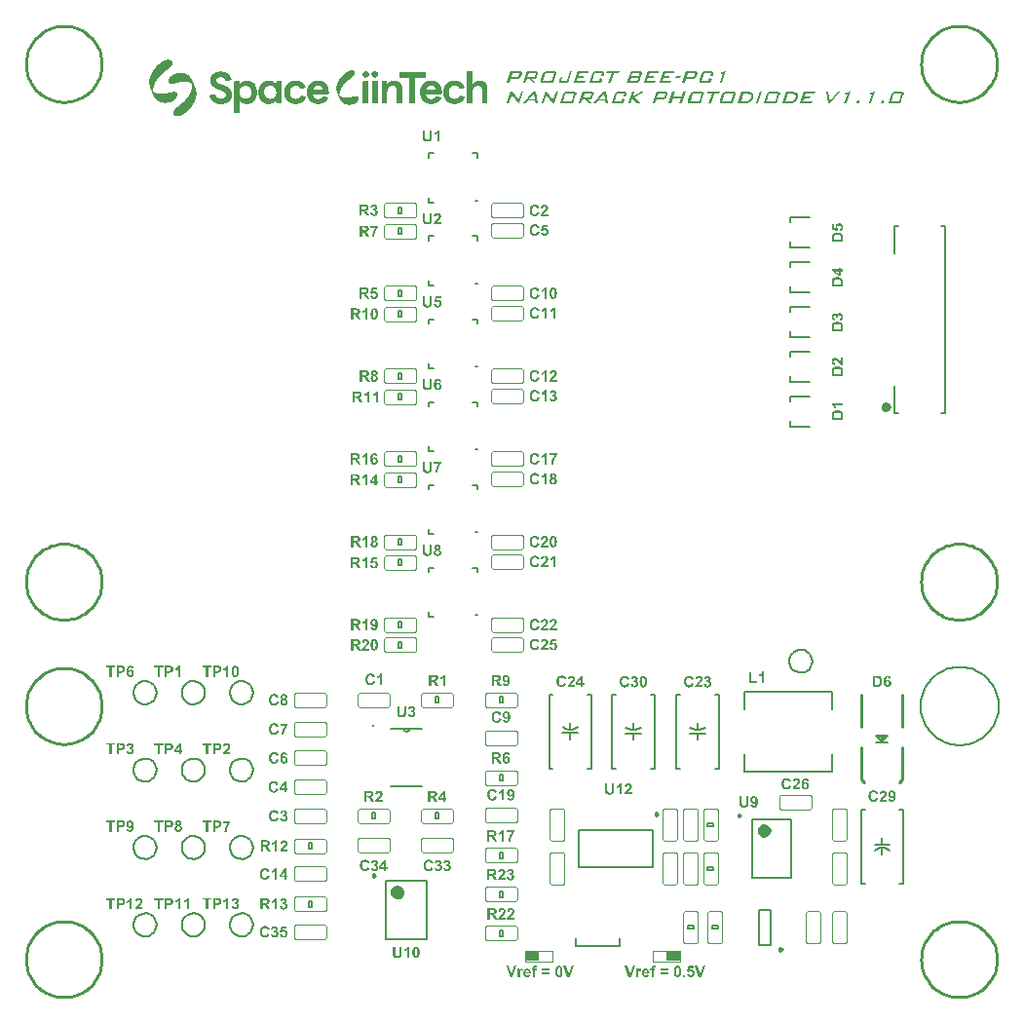
<source format=gbr>
G04*
G04 #@! TF.GenerationSoftware,Altium Limited,Altium Designer,24.1.2 (44)*
G04*
G04 Layer_Color=65535*
%FSLAX44Y44*%
%MOMM*%
G71*
G04*
G04 #@! TF.SameCoordinates,547FC346-5DB1-4F5D-A62A-A18CB5EC7F78*
G04*
G04*
G04 #@! TF.FilePolarity,Positive*
G04*
G01*
G75*
%ADD10C,0.2000*%
%ADD11C,0.1000*%
%ADD12C,0.2500*%
%ADD13C,0.6000*%
%ADD14C,0.1270*%
%ADD15C,0.2540*%
%ADD16C,0.1524*%
%ADD17C,0.1500*%
%ADD18C,0.2540*%
%ADD19C,0.5080*%
%ADD20R,1.1708X0.8860*%
G36*
X128061Y817367D02*
X128900D01*
Y817087D01*
X129180D01*
Y816807D01*
X129460D01*
Y816528D01*
X129740D01*
Y816248D01*
X130020D01*
Y815688D01*
X130300D01*
Y814009D01*
X130020D01*
Y813169D01*
X129740D01*
Y812609D01*
X129460D01*
Y812330D01*
X129180D01*
Y812050D01*
X128900D01*
Y811490D01*
X128620D01*
Y811210D01*
X128341D01*
Y810930D01*
X128061D01*
Y810650D01*
X127781D01*
Y810370D01*
X127221D01*
Y810091D01*
X126941D01*
Y809811D01*
X126661D01*
Y809531D01*
X126382D01*
Y809251D01*
X125822D01*
Y808971D01*
X125542D01*
Y808691D01*
X124982D01*
Y808411D01*
X124702D01*
Y808132D01*
X124422D01*
Y807852D01*
X123863D01*
Y807572D01*
X123583D01*
Y807292D01*
X123303D01*
Y807012D01*
X122743D01*
Y806732D01*
X122463D01*
Y806452D01*
X122183D01*
Y806172D01*
X121903D01*
Y805893D01*
X121624D01*
Y805613D01*
X121344D01*
Y805333D01*
X121064D01*
Y805053D01*
X120784D01*
Y804773D01*
X120504D01*
Y804493D01*
X120224D01*
Y804213D01*
X119944D01*
Y803933D01*
X119665D01*
Y803654D01*
X119385D01*
Y803374D01*
X119105D01*
Y803094D01*
X118825D01*
Y802814D01*
X118545D01*
Y802254D01*
X118265D01*
Y801974D01*
X117985D01*
Y801694D01*
X117705D01*
Y801135D01*
X117426D01*
Y800855D01*
X117146D01*
Y800295D01*
X116866D01*
Y800015D01*
X116586D01*
Y799456D01*
X116306D01*
Y798896D01*
X116026D01*
Y798336D01*
X115746D01*
Y798056D01*
X115466D01*
Y797217D01*
X115187D01*
Y796657D01*
X114907D01*
Y796097D01*
X114627D01*
Y795257D01*
X114347D01*
Y794418D01*
X114067D01*
Y793298D01*
X113787D01*
Y791619D01*
X113507D01*
Y790220D01*
X113787D01*
Y789940D01*
X114067D01*
Y789660D01*
X114627D01*
Y789380D01*
X114907D01*
Y789100D01*
X115466D01*
Y788820D01*
X116306D01*
Y788541D01*
X117146D01*
Y788261D01*
X118265D01*
Y787981D01*
X122743D01*
Y788261D01*
X124422D01*
Y788541D01*
X125822D01*
Y788820D01*
X127221D01*
Y789100D01*
X128341D01*
Y789380D01*
X130020D01*
Y789660D01*
X132818D01*
Y789380D01*
X133378D01*
Y789100D01*
X133938D01*
Y788820D01*
X134218D01*
Y788261D01*
X134498D01*
Y786302D01*
X134218D01*
Y785462D01*
X133938D01*
Y784902D01*
X133658D01*
Y784343D01*
X133378D01*
Y784063D01*
X133098D01*
Y783783D01*
X132818D01*
Y783503D01*
X132539D01*
Y783223D01*
X132259D01*
Y782943D01*
X131979D01*
Y782663D01*
X131699D01*
Y782383D01*
X131419D01*
Y782104D01*
X130859D01*
Y781824D01*
X130300D01*
Y781544D01*
X129740D01*
Y781264D01*
X129180D01*
Y780984D01*
X128341D01*
Y780704D01*
X127221D01*
Y780424D01*
X125262D01*
Y780145D01*
X123023D01*
Y780424D01*
X120784D01*
Y780704D01*
X119944D01*
Y780984D01*
X119105D01*
Y781264D01*
X118545D01*
Y781544D01*
X117985D01*
Y781824D01*
X117426D01*
Y782104D01*
X117146D01*
Y782383D01*
X116866D01*
Y782663D01*
X116586D01*
Y782943D01*
X116306D01*
Y783223D01*
X116026D01*
Y783503D01*
X115746D01*
Y783783D01*
X115466D01*
Y784063D01*
X115187D01*
Y784622D01*
X114907D01*
Y785182D01*
X114627D01*
Y785742D01*
X114347D01*
Y786302D01*
X114067D01*
Y786861D01*
X113787D01*
Y787421D01*
X113507D01*
Y787981D01*
X113228D01*
Y788541D01*
X112948D01*
Y789100D01*
X112668D01*
Y789940D01*
X112388D01*
Y790500D01*
X112108D01*
Y791339D01*
X111828D01*
Y791899D01*
X111548D01*
Y792739D01*
X111269D01*
Y793298D01*
X110989D01*
Y794418D01*
X110709D01*
Y795537D01*
X110429D01*
Y800855D01*
X110709D01*
Y801974D01*
X110989D01*
Y802814D01*
X111269D01*
Y803654D01*
X111548D01*
Y804493D01*
X111828D01*
Y805053D01*
X112108D01*
Y805613D01*
X112388D01*
Y806172D01*
X112668D01*
Y806732D01*
X112948D01*
Y807292D01*
X113228D01*
Y807572D01*
X113507D01*
Y808132D01*
X113787D01*
Y808691D01*
X114067D01*
Y808971D01*
X114347D01*
Y809251D01*
X114627D01*
Y809811D01*
X114907D01*
Y810091D01*
X115187D01*
Y810370D01*
X115466D01*
Y810650D01*
X115746D01*
Y811210D01*
X116026D01*
Y811490D01*
X116306D01*
Y811770D01*
X116586D01*
Y812050D01*
X116866D01*
Y812330D01*
X117146D01*
Y812609D01*
X117426D01*
Y812889D01*
X117705D01*
Y813169D01*
X117985D01*
Y813449D01*
X118265D01*
Y813729D01*
X118545D01*
Y814009D01*
X119105D01*
Y814289D01*
X119385D01*
Y814569D01*
X119665D01*
Y814848D01*
X120224D01*
Y815128D01*
X120504D01*
Y815408D01*
X120784D01*
Y815688D01*
X121344D01*
Y815968D01*
X121624D01*
Y816248D01*
X122183D01*
Y816528D01*
X122743D01*
Y816807D01*
X123303D01*
Y817087D01*
X124143D01*
Y817367D01*
X125262D01*
Y817647D01*
X128061D01*
Y817367D01*
D02*
G37*
G36*
X140095Y805893D02*
X141215D01*
Y805613D01*
X142054D01*
Y805333D01*
X142614D01*
Y805053D01*
X143174D01*
Y804773D01*
X143733D01*
Y804493D01*
X144013D01*
Y804213D01*
X144573D01*
Y803933D01*
X144853D01*
Y803654D01*
X145133D01*
Y803374D01*
X145413D01*
Y803094D01*
X145693D01*
Y802534D01*
X145972D01*
Y802254D01*
X146252D01*
Y801974D01*
X146532D01*
Y801415D01*
X146812D01*
Y800855D01*
X147092D01*
Y800295D01*
X147372D01*
Y799735D01*
X147652D01*
Y799176D01*
X147931D01*
Y798616D01*
X148211D01*
Y798056D01*
X148491D01*
Y797217D01*
X148771D01*
Y796657D01*
X149051D01*
Y795817D01*
X149331D01*
Y795257D01*
X149611D01*
Y794418D01*
X149891D01*
Y793858D01*
X150170D01*
Y793019D01*
X150450D01*
Y792179D01*
X150730D01*
Y791339D01*
X151010D01*
Y789940D01*
X151290D01*
Y786861D01*
X151010D01*
Y785742D01*
Y785462D01*
Y785182D01*
X150730D01*
Y784063D01*
X150450D01*
Y783223D01*
X150170D01*
Y782383D01*
X149891D01*
Y781824D01*
X149611D01*
Y780984D01*
X149331D01*
Y780424D01*
X149051D01*
Y779865D01*
X148771D01*
Y779585D01*
X148491D01*
Y779025D01*
X148211D01*
Y778465D01*
X147931D01*
Y778185D01*
X147652D01*
Y777626D01*
X147372D01*
Y777346D01*
X147092D01*
Y776786D01*
X146812D01*
Y776506D01*
X146532D01*
Y776226D01*
X146252D01*
Y775667D01*
X145972D01*
Y775387D01*
X145693D01*
Y775107D01*
X145413D01*
Y774827D01*
X145133D01*
Y774547D01*
X144853D01*
Y774267D01*
X144573D01*
Y773987D01*
X144293D01*
Y773708D01*
X144013D01*
Y773428D01*
X143733D01*
Y773148D01*
X143454D01*
Y772868D01*
X143174D01*
Y772588D01*
X142894D01*
Y772308D01*
X142334D01*
Y772028D01*
X142054D01*
Y771748D01*
X141774D01*
Y771469D01*
X141495D01*
Y771189D01*
X140935D01*
Y770909D01*
X140655D01*
Y770629D01*
X140095D01*
Y770349D01*
X139815D01*
Y770069D01*
X139256D01*
Y769789D01*
X138696D01*
Y769510D01*
X138136D01*
Y769230D01*
X137296D01*
Y768950D01*
X135897D01*
Y768670D01*
X133658D01*
Y768950D01*
X132818D01*
Y769230D01*
X132259D01*
Y769510D01*
X131979D01*
Y769789D01*
X131699D01*
Y770069D01*
X131419D01*
Y770629D01*
X131139D01*
Y772588D01*
X131419D01*
Y773148D01*
X131699D01*
Y773708D01*
X131979D01*
Y774267D01*
X132259D01*
Y774547D01*
X132539D01*
Y774827D01*
X132818D01*
Y775107D01*
X133098D01*
Y775387D01*
X133378D01*
Y775667D01*
X133658D01*
Y775947D01*
X133938D01*
Y776226D01*
X134218D01*
Y776506D01*
X134498D01*
Y776786D01*
X135057D01*
Y777066D01*
X135337D01*
Y777346D01*
X135617D01*
Y777626D01*
X136177D01*
Y777906D01*
X136457D01*
Y778185D01*
X137016D01*
Y778465D01*
X137296D01*
Y778745D01*
X137576D01*
Y779025D01*
X138136D01*
Y779305D01*
X138416D01*
Y779585D01*
X138696D01*
Y779865D01*
X138976D01*
Y780145D01*
X139256D01*
Y780424D01*
X139815D01*
Y780704D01*
X140095D01*
Y780984D01*
X140375D01*
Y781264D01*
X140655D01*
Y781544D01*
X140935D01*
Y781824D01*
X141215D01*
Y782104D01*
X141495D01*
Y782663D01*
X141774D01*
Y782943D01*
X142054D01*
Y783223D01*
X142334D01*
Y783503D01*
X142614D01*
Y783783D01*
X142894D01*
Y784063D01*
X143174D01*
Y784622D01*
X143454D01*
Y784902D01*
X143733D01*
Y785182D01*
X144013D01*
Y785742D01*
X144293D01*
Y786022D01*
X144573D01*
Y786581D01*
X144853D01*
Y787141D01*
X145133D01*
Y787701D01*
X145413D01*
Y787981D01*
X145693D01*
Y788541D01*
X145972D01*
Y789380D01*
X146252D01*
Y789940D01*
X146532D01*
Y790500D01*
X146812D01*
Y791339D01*
X147092D01*
Y792179D01*
X147372D01*
Y793298D01*
X147652D01*
Y795537D01*
X147931D01*
Y796097D01*
X147652D01*
Y796377D01*
X147372D01*
Y796657D01*
X147092D01*
Y796937D01*
X146532D01*
Y797217D01*
X145972D01*
Y797496D01*
X145413D01*
Y797776D01*
X144573D01*
Y798056D01*
X143174D01*
Y798336D01*
X138696D01*
Y798056D01*
X136737D01*
Y797776D01*
X135617D01*
Y797496D01*
X134218D01*
Y797217D01*
X133098D01*
Y796937D01*
X131419D01*
Y796657D01*
X128620D01*
Y796937D01*
X128061D01*
Y797217D01*
X127501D01*
Y797496D01*
X127221D01*
Y798056D01*
X126941D01*
Y800295D01*
X127221D01*
Y801135D01*
X127501D01*
Y801694D01*
X127781D01*
Y802254D01*
X128061D01*
Y802534D01*
X128341D01*
Y802814D01*
X128620D01*
Y803094D01*
X128900D01*
Y803374D01*
X129180D01*
Y803654D01*
X129460D01*
Y803933D01*
X130020D01*
Y804213D01*
X130300D01*
Y804493D01*
X130859D01*
Y804773D01*
X131419D01*
Y805053D01*
X131979D01*
Y805333D01*
X132539D01*
Y805613D01*
X133658D01*
Y805893D01*
X134778D01*
Y806172D01*
X140095D01*
Y805893D01*
D02*
G37*
G36*
X177598Y794138D02*
X178158D01*
Y793858D01*
X178717D01*
Y793578D01*
X178997D01*
Y793298D01*
X179557D01*
Y793019D01*
X179837D01*
Y792739D01*
X180117D01*
Y792459D01*
X180396D01*
Y792179D01*
X180676D01*
Y791899D01*
X180956D01*
Y791339D01*
X181236D01*
Y791059D01*
X181516D01*
Y790220D01*
X181796D01*
Y789660D01*
X182076D01*
Y787981D01*
X182355D01*
Y786022D01*
X182076D01*
Y784622D01*
X181796D01*
Y784063D01*
X181516D01*
Y783503D01*
X181236D01*
Y782943D01*
X180956D01*
Y782663D01*
X180676D01*
Y782104D01*
X180396D01*
Y781824D01*
X180117D01*
Y781544D01*
X179837D01*
Y781264D01*
X179277D01*
Y780984D01*
X178997D01*
Y780704D01*
X178437D01*
Y780424D01*
X178158D01*
Y780145D01*
X177598D01*
Y779865D01*
X176758D01*
Y779585D01*
X175639D01*
Y779305D01*
X173959D01*
Y779025D01*
X171161D01*
Y779305D01*
X169482D01*
Y779585D01*
X168362D01*
Y779865D01*
X167802D01*
Y780145D01*
X167243D01*
Y780424D01*
X166683D01*
Y780704D01*
X166123D01*
Y780984D01*
X165843D01*
Y781264D01*
X165563D01*
Y781544D01*
X165283D01*
Y781824D01*
X165004D01*
Y782104D01*
X164724D01*
Y782383D01*
X164444D01*
Y782663D01*
X164164D01*
Y782943D01*
X163884D01*
Y783503D01*
X163604D01*
Y783783D01*
X163324D01*
Y784343D01*
X163044D01*
Y785182D01*
X162765D01*
Y785742D01*
X162485D01*
Y786861D01*
X163044D01*
Y787141D01*
X164164D01*
Y787421D01*
X165563D01*
Y787701D01*
X166683D01*
Y787981D01*
X166963D01*
Y787701D01*
X167243D01*
Y787421D01*
X167522D01*
Y786861D01*
X167802D01*
Y786302D01*
X168082D01*
Y786022D01*
X168362D01*
Y785462D01*
X168642D01*
Y785182D01*
X169202D01*
Y784902D01*
X169482D01*
Y784622D01*
X170041D01*
Y784343D01*
X170881D01*
Y784063D01*
X174519D01*
Y784343D01*
X175359D01*
Y784622D01*
X175919D01*
Y784902D01*
X176198D01*
Y785182D01*
X176478D01*
Y785462D01*
X176758D01*
Y786022D01*
X177038D01*
Y787701D01*
X176758D01*
Y788261D01*
X176478D01*
Y788820D01*
X176198D01*
Y789100D01*
X175919D01*
Y789380D01*
X175639D01*
Y789660D01*
X175079D01*
Y789940D01*
X174519D01*
Y790220D01*
X173959D01*
Y790500D01*
X173400D01*
Y790780D01*
X172560D01*
Y791059D01*
X171721D01*
Y791339D01*
X171161D01*
Y791619D01*
X170321D01*
Y791899D01*
X169482D01*
Y792179D01*
X168922D01*
Y792459D01*
X168082D01*
Y792739D01*
X167522D01*
Y793019D01*
X167243D01*
Y793298D01*
X166683D01*
Y793578D01*
X166403D01*
Y793858D01*
X165843D01*
Y794138D01*
X165563D01*
Y794418D01*
X165283D01*
Y794698D01*
X165004D01*
Y794978D01*
X164724D01*
Y795257D01*
X164444D01*
Y795817D01*
X164164D01*
Y796097D01*
X163884D01*
Y796657D01*
X163604D01*
Y797496D01*
X163324D01*
Y798896D01*
X163044D01*
Y800575D01*
X163324D01*
Y801974D01*
X163604D01*
Y802814D01*
X163884D01*
Y803374D01*
X164164D01*
Y803654D01*
X164444D01*
Y804213D01*
X164724D01*
Y804493D01*
X165004D01*
Y804773D01*
X165283D01*
Y805053D01*
X165563D01*
Y805333D01*
X165843D01*
Y805613D01*
X166403D01*
Y805893D01*
X166683D01*
Y806172D01*
X167243D01*
Y806452D01*
X167802D01*
Y806732D01*
X168642D01*
Y807012D01*
X169482D01*
Y807292D01*
X171161D01*
Y807572D01*
X173400D01*
Y807292D01*
X175359D01*
Y807012D01*
X176198D01*
Y806732D01*
X177038D01*
Y806452D01*
X177598D01*
Y806172D01*
X177878D01*
Y805893D01*
X178437D01*
Y805613D01*
X178717D01*
Y805333D01*
X178997D01*
Y805053D01*
X179277D01*
Y804773D01*
X179557D01*
Y804493D01*
X179837D01*
Y804213D01*
X180117D01*
Y803933D01*
X180396D01*
Y803374D01*
X180676D01*
Y803094D01*
X180956D01*
Y802534D01*
X181236D01*
Y801694D01*
X181516D01*
Y800855D01*
X181796D01*
Y800295D01*
X181236D01*
Y800015D01*
X180117D01*
Y799735D01*
X178997D01*
Y799456D01*
X177878D01*
Y799176D01*
X176758D01*
Y799456D01*
X176478D01*
Y800015D01*
X176198D01*
Y800575D01*
X175919D01*
Y801135D01*
X175639D01*
Y801415D01*
X175359D01*
Y801694D01*
X174799D01*
Y801974D01*
X174519D01*
Y802254D01*
X173680D01*
Y802534D01*
X170881D01*
Y802254D01*
X170041D01*
Y801974D01*
X169482D01*
Y801694D01*
X169202D01*
Y801415D01*
X168922D01*
Y801135D01*
X168642D01*
Y800575D01*
X168362D01*
Y799176D01*
X168642D01*
Y798616D01*
X168922D01*
Y798336D01*
X169202D01*
Y798056D01*
X169482D01*
Y797776D01*
X169761D01*
Y797496D01*
X170041D01*
Y797217D01*
X170601D01*
Y796937D01*
X171161D01*
Y796657D01*
X171721D01*
Y796377D01*
X172560D01*
Y796097D01*
X173400D01*
Y795817D01*
X174239D01*
Y795537D01*
X175079D01*
Y795257D01*
X175919D01*
Y794978D01*
X176478D01*
Y794698D01*
X177038D01*
Y794418D01*
X177598D01*
Y794138D01*
D02*
G37*
G36*
X197189Y798896D02*
X198308D01*
Y798616D01*
X198868D01*
Y798336D01*
X199428D01*
Y798056D01*
X199987D01*
Y797776D01*
X200267D01*
Y797496D01*
X200827D01*
Y797217D01*
X201107D01*
Y796937D01*
X201387D01*
Y796657D01*
X201667D01*
Y796377D01*
X201947D01*
Y795817D01*
X202226D01*
Y795537D01*
X202506D01*
Y794978D01*
X202786D01*
Y794418D01*
X203066D01*
Y793858D01*
X203346D01*
Y793019D01*
X203626D01*
Y791899D01*
X203906D01*
Y786581D01*
X203626D01*
Y785462D01*
X203346D01*
Y784622D01*
X203066D01*
Y784063D01*
X202786D01*
Y783503D01*
X202506D01*
Y782943D01*
X202226D01*
Y782663D01*
X201947D01*
Y782383D01*
X201667D01*
Y781824D01*
X201387D01*
Y781544D01*
X201107D01*
Y781264D01*
X200547D01*
Y780984D01*
X200267D01*
Y780704D01*
X199987D01*
Y780424D01*
X199428D01*
Y780145D01*
X198868D01*
Y779865D01*
X198028D01*
Y779585D01*
X197189D01*
Y779305D01*
X192991D01*
Y779585D01*
X192151D01*
Y779865D01*
X191311D01*
Y780145D01*
X190752D01*
Y780424D01*
X190472D01*
Y780704D01*
X189912D01*
Y780984D01*
X189632D01*
Y781264D01*
X189352D01*
Y781544D01*
X189072D01*
Y781824D01*
X188792D01*
Y771469D01*
X184315D01*
Y771748D01*
X184035D01*
Y788541D01*
Y788820D01*
Y798616D01*
X184315D01*
Y798896D01*
X188513D01*
Y797217D01*
X188792D01*
Y796657D01*
X189072D01*
Y796937D01*
X189352D01*
Y797217D01*
X189632D01*
Y797496D01*
X189912D01*
Y797776D01*
X190472D01*
Y798056D01*
X190752D01*
Y798336D01*
X191311D01*
Y798616D01*
X191871D01*
Y798896D01*
X192711D01*
Y799176D01*
X197189D01*
Y798896D01*
D02*
G37*
G36*
X216220D02*
X217339D01*
Y798616D01*
X217899D01*
Y798336D01*
X218459D01*
Y798056D01*
X218739D01*
Y797776D01*
X219298D01*
Y797496D01*
X219578D01*
Y797217D01*
X219858D01*
Y796937D01*
X220138D01*
Y796657D01*
X220418D01*
Y797496D01*
X220698D01*
Y798896D01*
X224896D01*
Y798616D01*
X225176D01*
Y792179D01*
Y791899D01*
Y779865D01*
X224896D01*
Y779585D01*
X220698D01*
Y780984D01*
X220418D01*
Y781824D01*
X220138D01*
Y781544D01*
X219858D01*
Y781264D01*
X219578D01*
Y780984D01*
X219298D01*
Y780704D01*
X218739D01*
Y780424D01*
X218459D01*
Y780145D01*
X217899D01*
Y779865D01*
X217059D01*
Y779585D01*
X216220D01*
Y779305D01*
X212022D01*
Y779585D01*
X211182D01*
Y779865D01*
X210343D01*
Y780145D01*
X209783D01*
Y780424D01*
X209223D01*
Y780704D01*
X208943D01*
Y780984D01*
X208384D01*
Y781264D01*
X208104D01*
Y781544D01*
X207824D01*
Y781824D01*
X207544D01*
Y782383D01*
X207264D01*
Y782663D01*
X206984D01*
Y782943D01*
X206704D01*
Y783503D01*
X206424D01*
Y784063D01*
X206145D01*
Y784622D01*
X205865D01*
Y785462D01*
X205585D01*
Y786581D01*
X205305D01*
Y791899D01*
X205585D01*
Y793019D01*
X205865D01*
Y793858D01*
X206145D01*
Y794418D01*
X206424D01*
Y794978D01*
X206704D01*
Y795537D01*
X206984D01*
Y795817D01*
X207264D01*
Y796377D01*
X207544D01*
Y796657D01*
X207824D01*
Y796937D01*
X208104D01*
Y797217D01*
X208384D01*
Y797496D01*
X208943D01*
Y797776D01*
X209223D01*
Y798056D01*
X209783D01*
Y798336D01*
X210343D01*
Y798616D01*
X210902D01*
Y798896D01*
X212022D01*
Y799176D01*
X216220D01*
Y798896D01*
D02*
G37*
G36*
X230493Y781544D02*
Y781824D01*
X230213D01*
Y782104D01*
X229933D01*
Y782383D01*
X229654D01*
Y782663D01*
X229374D01*
Y782943D01*
X229094D01*
Y783503D01*
X228814D01*
Y783783D01*
X228534D01*
Y784343D01*
X228254D01*
Y785182D01*
X227974D01*
Y786022D01*
X227694D01*
Y787421D01*
X227415D01*
Y791059D01*
X227694D01*
Y792459D01*
X227974D01*
Y793298D01*
X228254D01*
Y794138D01*
X228534D01*
Y794698D01*
X228814D01*
Y794978D01*
X229094D01*
Y795537D01*
X229374D01*
Y795817D01*
X229654D01*
Y796097D01*
X229933D01*
Y796657D01*
X230213D01*
Y796937D01*
X230773D01*
Y797217D01*
X231053D01*
Y797496D01*
X231333D01*
Y797776D01*
X231893D01*
Y798056D01*
X232452D01*
Y798336D01*
X233012D01*
Y798616D01*
X233852D01*
Y798896D01*
X234691D01*
Y799176D01*
X240009D01*
Y798896D01*
X241128D01*
Y798616D01*
X241688D01*
Y798336D01*
X242248D01*
Y798056D01*
X242808D01*
Y797776D01*
X243087D01*
Y797496D01*
X243647D01*
Y797217D01*
X243927D01*
Y796937D01*
X244207D01*
Y796657D01*
X244487D01*
Y796377D01*
X244767D01*
Y795817D01*
X245047D01*
Y795537D01*
X245326D01*
Y794978D01*
X245606D01*
Y794418D01*
X245886D01*
Y793858D01*
X246166D01*
Y793298D01*
X245886D01*
Y793019D01*
X245047D01*
Y792739D01*
X244207D01*
Y792459D01*
X243367D01*
Y792179D01*
X241968D01*
Y792459D01*
X241688D01*
Y793019D01*
X241408D01*
Y793298D01*
X241128D01*
Y793578D01*
X240848D01*
Y793858D01*
X240569D01*
Y794138D01*
X240009D01*
Y794418D01*
X239449D01*
Y794698D01*
X238330D01*
Y794978D01*
X236930D01*
Y794698D01*
X235811D01*
Y794418D01*
X234971D01*
Y794138D01*
X234691D01*
Y793858D01*
X234132D01*
Y793578D01*
X233852D01*
Y793298D01*
X233572D01*
Y792739D01*
X233292D01*
Y792459D01*
X233012D01*
Y791619D01*
X232732D01*
Y790780D01*
X232452D01*
Y787701D01*
X232732D01*
Y786861D01*
X233012D01*
Y786022D01*
X233292D01*
Y785742D01*
X233572D01*
Y785462D01*
X233852D01*
Y785182D01*
X234132D01*
Y784902D01*
X234411D01*
Y784622D01*
X234691D01*
Y784343D01*
X235251D01*
Y784063D01*
X235811D01*
Y783783D01*
X237490D01*
Y783503D01*
X237770D01*
Y783783D01*
X239449D01*
Y784063D01*
X240009D01*
Y784343D01*
X240569D01*
Y784622D01*
X240848D01*
Y784902D01*
X241128D01*
Y785182D01*
X241408D01*
Y785742D01*
X241688D01*
Y786022D01*
X241968D01*
Y786302D01*
X242248D01*
Y786581D01*
X242808D01*
Y786302D01*
X243927D01*
Y786022D01*
X245326D01*
Y785742D01*
X246166D01*
Y785462D01*
X246446D01*
Y784902D01*
X246166D01*
Y784063D01*
X245886D01*
Y783783D01*
X245606D01*
Y783223D01*
X245326D01*
Y782663D01*
X245047D01*
Y782383D01*
X244767D01*
Y782104D01*
X244487D01*
Y781824D01*
X244207D01*
Y781544D01*
X243927D01*
Y781264D01*
X243647D01*
Y780984D01*
X243087D01*
Y780704D01*
X242808D01*
Y780424D01*
X242248D01*
Y780145D01*
X241688D01*
Y779865D01*
X240848D01*
Y779585D01*
X239729D01*
Y779305D01*
X234971D01*
Y779585D01*
X233852D01*
Y779865D01*
X233012D01*
Y780145D01*
X232452D01*
Y780424D01*
X231893D01*
Y780704D01*
X231613D01*
Y780984D01*
X231053D01*
Y781264D01*
X230773D01*
Y781544D01*
X230493D01*
D02*
G37*
G36*
X259320Y798896D02*
X260439D01*
Y798616D01*
X260999D01*
Y798336D01*
X261559D01*
Y798056D01*
X262119D01*
Y797776D01*
X262398D01*
Y797496D01*
X262958D01*
Y797217D01*
X263238D01*
Y796937D01*
X263518D01*
Y796657D01*
X263798D01*
Y796377D01*
X264078D01*
Y795817D01*
X264357D01*
Y795537D01*
X264637D01*
Y794978D01*
X264917D01*
Y794418D01*
X265197D01*
Y793858D01*
X265477D01*
Y793019D01*
X265757D01*
Y791899D01*
X266037D01*
Y789660D01*
X266317D01*
Y787981D01*
X266037D01*
Y787701D01*
X252603D01*
Y786581D01*
X252883D01*
Y786022D01*
X253163D01*
Y785462D01*
X253443D01*
Y785182D01*
X253722D01*
Y784902D01*
X254002D01*
Y784622D01*
X254282D01*
Y784343D01*
X254562D01*
Y784063D01*
X255122D01*
Y783783D01*
X255961D01*
Y783503D01*
X258200D01*
Y783783D01*
X259320D01*
Y784063D01*
X259880D01*
Y784343D01*
X260159D01*
Y784622D01*
X260439D01*
Y784902D01*
X260719D01*
Y785182D01*
X260999D01*
Y785462D01*
X261279D01*
Y785742D01*
X261839D01*
Y786022D01*
X262119D01*
Y785742D01*
X262958D01*
Y785462D01*
X263798D01*
Y785182D01*
X264637D01*
Y784902D01*
X265477D01*
Y784622D01*
X265757D01*
Y784343D01*
X265477D01*
Y783783D01*
X265197D01*
Y783223D01*
X264917D01*
Y782943D01*
X264637D01*
Y782383D01*
X264357D01*
Y782104D01*
X264078D01*
Y781824D01*
X263798D01*
Y781544D01*
X263518D01*
Y781264D01*
X263238D01*
Y780984D01*
X262678D01*
Y780704D01*
X262398D01*
Y780424D01*
X261839D01*
Y780145D01*
X261279D01*
Y779865D01*
X260439D01*
Y779585D01*
X259320D01*
Y779305D01*
X254842D01*
Y779585D01*
X253722D01*
Y779865D01*
X252883D01*
Y780145D01*
X252323D01*
Y780424D01*
X251763D01*
Y780704D01*
X251204D01*
Y780984D01*
X250924D01*
Y781264D01*
X250644D01*
Y781544D01*
X250364D01*
Y781824D01*
X249804D01*
Y782383D01*
X249524D01*
Y782663D01*
X249244D01*
Y782943D01*
X248965D01*
Y783503D01*
X248685D01*
Y783783D01*
X248405D01*
Y784343D01*
X248125D01*
Y785182D01*
X247845D01*
Y786022D01*
X247565D01*
Y787421D01*
X247285D01*
Y791059D01*
X247565D01*
Y792459D01*
X247845D01*
Y793298D01*
X248125D01*
Y794138D01*
X248405D01*
Y794698D01*
X248685D01*
Y794978D01*
X248965D01*
Y795537D01*
X249244D01*
Y795817D01*
X249524D01*
Y796377D01*
X249804D01*
Y796657D01*
X250084D01*
Y796937D01*
X250364D01*
Y797217D01*
X250924D01*
Y797496D01*
X251204D01*
Y797776D01*
X251763D01*
Y798056D01*
X252043D01*
Y798336D01*
X252883D01*
Y798616D01*
X253443D01*
Y798896D01*
X254562D01*
Y799176D01*
X259320D01*
Y798896D01*
D02*
G37*
G36*
X281989Y807012D02*
Y807292D01*
X282549D01*
Y807572D01*
X283109D01*
Y807852D01*
X283669D01*
Y808132D01*
X284508D01*
Y808411D01*
X287587D01*
Y808132D01*
X288146D01*
Y807852D01*
X288426D01*
Y807572D01*
X288706D01*
Y807012D01*
X288986D01*
Y805333D01*
X288706D01*
Y804773D01*
X288426D01*
Y804213D01*
X288146D01*
Y803933D01*
X287867D01*
Y803654D01*
X287587D01*
Y803374D01*
X287307D01*
Y803094D01*
X287027D01*
Y802814D01*
X286747D01*
Y802534D01*
X286467D01*
Y802254D01*
X286187D01*
Y801974D01*
X285628D01*
Y801694D01*
X285348D01*
Y801415D01*
X285068D01*
Y801135D01*
X284508D01*
Y800855D01*
X284228D01*
Y800575D01*
X283669D01*
Y800295D01*
X283389D01*
Y800015D01*
X283109D01*
Y799735D01*
X282829D01*
Y799456D01*
X282549D01*
Y799176D01*
X281989D01*
Y798896D01*
X281709D01*
Y798616D01*
X281430D01*
Y798336D01*
X281150D01*
Y798056D01*
X280870D01*
Y797776D01*
X280590D01*
Y797496D01*
X280310D01*
Y796937D01*
X280030D01*
Y796657D01*
X279750D01*
Y796377D01*
X279471D01*
Y796097D01*
X279191D01*
Y795537D01*
X278911D01*
Y795257D01*
X278631D01*
Y794978D01*
X278351D01*
Y794418D01*
X278071D01*
Y793858D01*
X277791D01*
Y793578D01*
X277512D01*
Y793019D01*
X277232D01*
Y792459D01*
X276952D01*
Y791899D01*
X276672D01*
Y791059D01*
X276392D01*
Y790500D01*
X276112D01*
Y789380D01*
X275832D01*
Y787981D01*
X275552D01*
Y786581D01*
X275832D01*
Y786302D01*
X276112D01*
Y786022D01*
X276392D01*
Y785742D01*
X276952D01*
Y785462D01*
X277512D01*
Y785182D01*
X278351D01*
Y784902D01*
X279750D01*
Y784622D01*
X282549D01*
Y784902D01*
X284508D01*
Y785182D01*
X285908D01*
Y785462D01*
X287027D01*
Y785742D01*
X288426D01*
Y786022D01*
X291225D01*
Y785742D01*
X291785D01*
Y785462D01*
X292065D01*
Y784902D01*
X292345D01*
Y783223D01*
X292065D01*
Y782383D01*
X291785D01*
Y782104D01*
X291505D01*
Y781544D01*
X291225D01*
Y781264D01*
X290945D01*
Y780984D01*
X290665D01*
Y780704D01*
X290385D01*
Y780424D01*
X290106D01*
Y780145D01*
X289546D01*
Y779865D01*
X288986D01*
Y779585D01*
X288426D01*
Y779305D01*
X287867D01*
Y779025D01*
X287027D01*
Y778745D01*
X285628D01*
Y778465D01*
X282549D01*
Y778745D01*
X280870D01*
Y779025D01*
X280030D01*
Y779305D01*
X279471D01*
Y779585D01*
X278911D01*
Y779865D01*
X278631D01*
Y780145D01*
X278351D01*
Y780424D01*
X278071D01*
Y780704D01*
X277791D01*
Y780984D01*
X277512D01*
Y781264D01*
X277232D01*
Y781544D01*
X276952D01*
Y782104D01*
X276672D01*
Y782383D01*
X276392D01*
Y782943D01*
X276112D01*
Y783503D01*
X275832D01*
Y784063D01*
X275552D01*
Y784622D01*
X275273D01*
Y785462D01*
X274993D01*
Y786022D01*
X274713D01*
Y786581D01*
X274433D01*
Y787421D01*
X274153D01*
Y787981D01*
X273873D01*
Y788820D01*
X273593D01*
Y789660D01*
X273313D01*
Y790780D01*
X273034D01*
Y794698D01*
X273313D01*
Y796097D01*
X273593D01*
Y796937D01*
X273873D01*
Y797776D01*
X274153D01*
Y798336D01*
X274433D01*
Y798896D01*
X274713D01*
Y799456D01*
X274993D01*
Y800015D01*
X275273D01*
Y800575D01*
X275552D01*
Y800855D01*
X275832D01*
Y801415D01*
X276112D01*
Y801694D01*
X276392D01*
Y801974D01*
X276672D01*
Y802534D01*
X276952D01*
Y802814D01*
X277232D01*
Y803094D01*
X277512D01*
Y803374D01*
X277791D01*
Y803654D01*
X278071D01*
Y803933D01*
X278351D01*
Y804213D01*
X278631D01*
Y804493D01*
X278911D01*
Y804773D01*
X279191D01*
Y805053D01*
X279471D01*
Y805333D01*
X279750D01*
Y805613D01*
X280030D01*
Y805893D01*
X280310D01*
Y806172D01*
X280870D01*
Y806452D01*
X281150D01*
Y806732D01*
X281430D01*
Y807012D01*
X281709D01*
X281989D01*
D02*
G37*
G36*
X307738Y807292D02*
X308297D01*
Y807012D01*
X308577D01*
Y806732D01*
X308857D01*
Y806172D01*
X309137D01*
Y803654D01*
X308857D01*
Y803374D01*
X308577D01*
Y803094D01*
X308297D01*
Y802814D01*
X308017D01*
Y802534D01*
X307178D01*
Y802254D01*
X305778D01*
Y802534D01*
X304939D01*
Y802814D01*
X304379D01*
Y803094D01*
X304099D01*
Y803654D01*
X303819D01*
Y804213D01*
X303539D01*
Y805893D01*
X303819D01*
Y806452D01*
X304099D01*
Y806732D01*
X304379D01*
Y807012D01*
X304659D01*
Y807292D01*
X304939D01*
Y807572D01*
X307738D01*
Y807292D01*
D02*
G37*
G36*
X299621D02*
X299901D01*
Y807012D01*
X300461D01*
Y806452D01*
X300741D01*
Y806172D01*
X301021D01*
Y803933D01*
X300741D01*
Y803374D01*
X300461D01*
Y803094D01*
X300181D01*
Y802814D01*
X299621D01*
Y802534D01*
X299062D01*
Y802254D01*
X297382D01*
Y802534D01*
X296822D01*
Y802814D01*
X296263D01*
Y803094D01*
X295983D01*
Y803374D01*
X295703D01*
Y803933D01*
X295423D01*
Y805893D01*
Y806172D01*
X295703D01*
Y806452D01*
X295983D01*
Y807012D01*
X296543D01*
Y807292D01*
X296822D01*
Y807572D01*
X299621D01*
Y807292D01*
D02*
G37*
G36*
X325369Y798896D02*
X326209D01*
Y798616D01*
X327048D01*
Y798336D01*
X327328D01*
Y798056D01*
X327888D01*
Y797776D01*
X328168D01*
Y797496D01*
X328448D01*
Y797217D01*
X328728D01*
Y796937D01*
X329008D01*
Y796377D01*
X329287D01*
Y795817D01*
X329567D01*
Y795257D01*
X329847D01*
Y794418D01*
X330127D01*
Y779585D01*
X325369D01*
Y791899D01*
X325089D01*
Y792739D01*
X324809D01*
Y793298D01*
X324530D01*
Y793858D01*
X324250D01*
Y794138D01*
X323970D01*
Y794418D01*
X323410D01*
Y794698D01*
X322291D01*
Y794978D01*
X321171D01*
Y794698D01*
X320052D01*
Y794418D01*
X319492D01*
Y794138D01*
X318932D01*
Y793858D01*
X318652D01*
Y793578D01*
X318372D01*
Y793298D01*
X318093D01*
Y792739D01*
X317813D01*
Y792179D01*
X317533D01*
Y791619D01*
X317253D01*
Y789940D01*
X316973D01*
Y779585D01*
X312495D01*
Y779865D01*
X312215D01*
Y782663D01*
Y782943D01*
Y798616D01*
X312495D01*
Y798896D01*
X316693D01*
Y797217D01*
X316973D01*
Y796657D01*
X317253D01*
Y796937D01*
X317533D01*
Y797217D01*
X317813D01*
Y797496D01*
X318093D01*
Y797776D01*
X318652D01*
Y798056D01*
X318932D01*
Y798336D01*
X319492D01*
Y798616D01*
X320052D01*
Y798896D01*
X321171D01*
Y799176D01*
X325369D01*
Y798896D01*
D02*
G37*
G36*
X378265D02*
X379104D01*
Y798616D01*
X379944D01*
Y798336D01*
X380504D01*
Y798056D01*
X381063D01*
Y797776D01*
X381343D01*
Y797496D01*
X381903D01*
Y797217D01*
X382183D01*
Y796937D01*
X382463D01*
Y796657D01*
X382743D01*
Y796097D01*
X383023D01*
Y795817D01*
X383302D01*
Y795537D01*
X383582D01*
Y794978D01*
X383862D01*
Y794418D01*
X384142D01*
Y793019D01*
X383302D01*
Y792739D01*
X382463D01*
Y792459D01*
X381343D01*
Y792179D01*
X380224D01*
Y792459D01*
X379944D01*
Y792739D01*
X379664D01*
Y793298D01*
X379384D01*
Y793578D01*
X379104D01*
Y793858D01*
X378825D01*
Y794138D01*
X378265D01*
Y794418D01*
X377705D01*
Y794698D01*
X376586D01*
Y794978D01*
X375186D01*
Y794698D01*
X373787D01*
Y794418D01*
X373227D01*
Y794138D01*
X372667D01*
Y793858D01*
X372388D01*
Y793578D01*
X372108D01*
Y793298D01*
X371828D01*
Y793019D01*
X371548D01*
Y792459D01*
X371268D01*
Y791899D01*
X370988D01*
Y791059D01*
X370708D01*
Y787421D01*
X370988D01*
Y786581D01*
X371268D01*
Y786022D01*
X371548D01*
Y785742D01*
X371828D01*
Y785182D01*
X372108D01*
Y784902D01*
X372388D01*
Y784622D01*
X372947D01*
Y784343D01*
X373227D01*
Y784063D01*
X374067D01*
Y783783D01*
X375466D01*
Y783503D01*
X376026D01*
Y783783D01*
X377425D01*
Y784063D01*
X378265D01*
Y784343D01*
X378545D01*
Y784622D01*
X379104D01*
Y784902D01*
X379384D01*
Y785182D01*
X379664D01*
Y785742D01*
X379944D01*
Y786022D01*
X380224D01*
Y786302D01*
X380504D01*
Y786581D01*
X381063D01*
Y786302D01*
X382183D01*
Y786022D01*
X383302D01*
Y785742D01*
X384422D01*
Y785462D01*
X384702D01*
Y784902D01*
X384422D01*
Y784343D01*
X384142D01*
Y783783D01*
X383862D01*
Y783223D01*
X383582D01*
Y782943D01*
X383302D01*
Y782383D01*
X383023D01*
Y782104D01*
X382743D01*
Y781824D01*
X382463D01*
Y781544D01*
X382183D01*
Y781264D01*
X381903D01*
Y780984D01*
X381343D01*
Y780704D01*
X381063D01*
Y780424D01*
X380504D01*
Y780145D01*
X379944D01*
Y779865D01*
X379104D01*
Y779585D01*
X377985D01*
Y779305D01*
X373227D01*
Y779585D01*
X372108D01*
Y779865D01*
X371268D01*
Y780145D01*
X370708D01*
Y780424D01*
X370149D01*
Y780704D01*
X369589D01*
Y780984D01*
X369309D01*
Y781264D01*
X369029D01*
Y781544D01*
X368469D01*
Y781824D01*
X368190D01*
Y782104D01*
X367910D01*
Y782663D01*
X367630D01*
Y782943D01*
X367350D01*
Y783223D01*
X367070D01*
Y783783D01*
X366790D01*
Y784343D01*
X366510D01*
Y784902D01*
X366230D01*
Y785742D01*
X365951D01*
Y787141D01*
X365671D01*
Y791619D01*
X365951D01*
Y792739D01*
X366230D01*
Y793578D01*
X366510D01*
Y794138D01*
X366790D01*
Y794698D01*
X367070D01*
Y795257D01*
X367350D01*
Y795537D01*
X367630D01*
Y795817D01*
X367910D01*
Y796377D01*
X368190D01*
Y796657D01*
X368469D01*
Y796937D01*
X368749D01*
Y797217D01*
X369309D01*
Y797496D01*
X369589D01*
Y797776D01*
X370149D01*
Y798056D01*
X370428D01*
Y798336D01*
X371268D01*
Y798616D01*
X371828D01*
Y798896D01*
X372947D01*
Y799176D01*
X378265D01*
Y798896D01*
D02*
G37*
G36*
X391139Y796937D02*
X391699D01*
Y797217D01*
X391978D01*
Y797496D01*
X392258D01*
Y797776D01*
X392538D01*
Y798056D01*
X393098D01*
Y798336D01*
X393378D01*
Y798616D01*
X394217D01*
Y798896D01*
X395057D01*
Y799176D01*
X399535D01*
Y798896D01*
X400374D01*
Y798616D01*
X400934D01*
Y798336D01*
X401494D01*
Y798056D01*
X401774D01*
Y797776D01*
X402334D01*
Y797496D01*
X402613D01*
Y796937D01*
X402893D01*
Y796657D01*
X403173D01*
Y796097D01*
X403453D01*
Y795817D01*
X403733D01*
Y794978D01*
X404013D01*
Y793578D01*
X404293D01*
Y779865D01*
X404013D01*
Y779585D01*
X399535D01*
Y790780D01*
X399255D01*
Y792459D01*
X398975D01*
Y793298D01*
X398695D01*
Y793578D01*
X398415D01*
Y793858D01*
X398136D01*
Y794138D01*
X397856D01*
Y794418D01*
X397296D01*
Y794698D01*
X396456D01*
Y794978D01*
X395057D01*
Y794698D01*
X394217D01*
Y794418D01*
X393378D01*
Y794138D01*
X393098D01*
Y793858D01*
X392818D01*
Y793578D01*
X392538D01*
Y793298D01*
X392258D01*
Y793019D01*
X391978D01*
Y792459D01*
X391699D01*
Y791899D01*
X391419D01*
Y790780D01*
X391139D01*
Y779585D01*
X386381D01*
Y807572D01*
X391139D01*
Y796937D01*
D02*
G37*
G36*
X349998Y806732D02*
X350278D01*
Y802254D01*
X341322D01*
Y780984D01*
Y780704D01*
Y779585D01*
X336564D01*
Y779865D01*
X336284D01*
Y802254D01*
X327608D01*
Y802534D01*
X327328D01*
Y806732D01*
X327608D01*
Y807012D01*
X349998D01*
Y806732D01*
D02*
G37*
G36*
X308857Y794978D02*
Y794698D01*
Y779865D01*
X308577D01*
Y779585D01*
X304099D01*
Y798896D01*
X308857D01*
Y794978D01*
D02*
G37*
G36*
X300461Y798616D02*
X300741D01*
Y784343D01*
Y784063D01*
Y779865D01*
X300461D01*
Y779585D01*
X295983D01*
Y779865D01*
X295703D01*
Y798616D01*
X295983D01*
Y798896D01*
X300461D01*
Y798616D01*
D02*
G37*
G36*
X357834Y798896D02*
X358674D01*
Y798616D01*
X359514D01*
Y798336D01*
X360073D01*
Y798056D01*
X360353D01*
Y797776D01*
X360913D01*
Y797496D01*
X361193D01*
Y797217D01*
X361473D01*
Y796937D01*
X361752D01*
Y796657D01*
X362032D01*
Y796377D01*
X362312D01*
Y796097D01*
X362592D01*
Y795537D01*
X362872D01*
Y794978D01*
X363152D01*
Y794698D01*
X363432D01*
Y793858D01*
X363712D01*
Y793298D01*
X363991D01*
Y792179D01*
X364271D01*
Y790500D01*
X364551D01*
Y787981D01*
X364271D01*
Y787701D01*
X350838D01*
Y786861D01*
X351117D01*
Y786022D01*
X351397D01*
Y785462D01*
X351677D01*
Y785182D01*
X351957D01*
Y784902D01*
X352237D01*
Y784622D01*
X352517D01*
Y784343D01*
X352797D01*
Y784063D01*
X353356D01*
Y783783D01*
X354196D01*
Y783503D01*
X356715D01*
Y783783D01*
X357554D01*
Y784063D01*
X358114D01*
Y784343D01*
X358394D01*
Y784622D01*
X358674D01*
Y784902D01*
X358954D01*
Y785182D01*
X359234D01*
Y785462D01*
X359514D01*
Y785742D01*
X360073D01*
Y786022D01*
X360633D01*
Y785742D01*
X361193D01*
Y785462D01*
X362032D01*
Y785182D01*
X362872D01*
Y784902D01*
X363712D01*
Y784622D01*
X363991D01*
Y784063D01*
X363712D01*
Y783503D01*
X363432D01*
Y783223D01*
X363152D01*
Y782663D01*
X362872D01*
Y782383D01*
X362592D01*
Y782104D01*
X362312D01*
Y781824D01*
X362032D01*
Y781544D01*
X361752D01*
Y781264D01*
X361473D01*
Y780984D01*
X360913D01*
Y780704D01*
X360633D01*
Y780424D01*
X360073D01*
Y780145D01*
X359514D01*
Y779865D01*
X358674D01*
Y779585D01*
X357554D01*
Y779305D01*
X353077D01*
Y779585D01*
X351957D01*
Y779865D01*
X351117D01*
Y780145D01*
X350558D01*
Y780424D01*
X349998D01*
Y780704D01*
X349718D01*
Y780984D01*
X349158D01*
Y781264D01*
X348878D01*
Y781544D01*
X348599D01*
Y781824D01*
X348319D01*
Y782104D01*
X348039D01*
Y782383D01*
X347759D01*
Y782663D01*
X347479D01*
Y783223D01*
X347199D01*
Y783503D01*
X346919D01*
Y784063D01*
X346639D01*
Y784622D01*
X346360D01*
Y785182D01*
X346080D01*
Y786302D01*
X345800D01*
Y787981D01*
X345520D01*
Y790780D01*
X345800D01*
Y792179D01*
X346080D01*
Y793298D01*
X346360D01*
Y793858D01*
X346639D01*
Y794418D01*
X346919D01*
Y794978D01*
X347199D01*
Y795537D01*
X347479D01*
Y795817D01*
X347759D01*
Y796097D01*
X348039D01*
Y796377D01*
X348319D01*
Y796657D01*
X348599D01*
Y796937D01*
X348878D01*
Y797217D01*
X349158D01*
Y797496D01*
X349438D01*
Y797776D01*
X349998D01*
Y798056D01*
X350558D01*
Y798336D01*
X351117D01*
Y798616D01*
X351677D01*
Y798896D01*
X352797D01*
Y799176D01*
X357834D01*
Y798896D01*
D02*
G37*
G36*
X523452Y789657D02*
X523560Y789649D01*
X523685Y789641D01*
X523827Y789624D01*
X523969Y789599D01*
X524268Y789532D01*
X524410Y789491D01*
X524552Y789441D01*
X524685Y789374D01*
X524793Y789299D01*
X524893Y789216D01*
X524968Y789124D01*
Y789116D01*
X524985Y789099D01*
X525002Y789066D01*
X525018Y789016D01*
X525035Y788957D01*
X525052Y788882D01*
X525068Y788782D01*
X525085Y788674D01*
X525093Y788549D01*
Y788408D01*
X525077Y788249D01*
X525060Y788074D01*
X525027Y787874D01*
X524977Y787666D01*
X524918Y787433D01*
X524835Y787175D01*
X524477Y786100D01*
X522344Y785767D01*
X523086Y787958D01*
X516754D01*
X514496Y781318D01*
X520828D01*
X521653Y783750D01*
X523544Y783367D01*
X523102Y782067D01*
X523094Y782051D01*
X523077Y782009D01*
X523052Y781934D01*
X523019Y781834D01*
X522969Y781726D01*
X522911Y781593D01*
X522844Y781451D01*
X522769Y781293D01*
X522602Y780968D01*
X522394Y780651D01*
X522286Y780493D01*
X522169Y780351D01*
X522044Y780226D01*
X521911Y780118D01*
X521903Y780110D01*
X521878Y780093D01*
X521836Y780068D01*
X521777Y780035D01*
X521702Y779993D01*
X521611Y779951D01*
X521503Y779901D01*
X521386Y779851D01*
X521244Y779801D01*
X521086Y779751D01*
X520911Y779710D01*
X520719Y779668D01*
X520519Y779635D01*
X520295Y779610D01*
X520061Y779593D01*
X519803Y779585D01*
X514238D01*
X514146Y779593D01*
X514038Y779601D01*
X513904Y779610D01*
X513771Y779626D01*
X513621Y779651D01*
X513321Y779718D01*
X513180Y779760D01*
X513038Y779810D01*
X512905Y779868D01*
X512788Y779943D01*
X512688Y780026D01*
X512613Y780118D01*
Y780126D01*
X512597Y780143D01*
X512588Y780176D01*
X512563Y780226D01*
X512547Y780285D01*
X512530Y780360D01*
X512513Y780451D01*
X512497Y780559D01*
X512488Y780685D01*
Y780826D01*
X512505Y780984D01*
X512522Y781168D01*
X512555Y781359D01*
X512605Y781576D01*
X512663Y781809D01*
X512747Y782067D01*
X514479Y787175D01*
X514488Y787191D01*
X514504Y787233D01*
X514529Y787308D01*
X514563Y787399D01*
X514613Y787516D01*
X514671Y787649D01*
X514738Y787791D01*
X514813Y787949D01*
X514896Y788108D01*
X514988Y788266D01*
X515187Y788591D01*
X515304Y788741D01*
X515421Y788882D01*
X515546Y789016D01*
X515679Y789124D01*
X515687Y789132D01*
X515712Y789149D01*
X515754Y789174D01*
X515812Y789207D01*
X515887Y789249D01*
X515979Y789299D01*
X516087Y789341D01*
X516212Y789399D01*
X516354Y789449D01*
X516512Y789491D01*
X516687Y789541D01*
X516870Y789582D01*
X517079Y789615D01*
X517304Y789641D01*
X517537Y789657D01*
X517795Y789666D01*
X523360D01*
X523452Y789657D01*
D02*
G37*
G36*
X572981Y779585D02*
X570973D01*
X572464Y783975D01*
X565216D01*
X563725Y779585D01*
X561709D01*
X565133Y789666D01*
X567149D01*
X565800Y785700D01*
X573048D01*
X574397Y789666D01*
X576405D01*
X572981Y779585D01*
D02*
G37*
G36*
X531608Y784825D02*
X537632Y779585D01*
X534658D01*
X529917Y783942D01*
X528442Y779585D01*
X526426D01*
X529851Y789666D01*
X531867D01*
X530450Y785508D01*
X537657Y789666D01*
X540281D01*
X531608Y784825D01*
D02*
G37*
G36*
X462151Y779585D02*
X460960D01*
X455769Y786358D01*
X455761Y786375D01*
X455744Y786391D01*
X455728Y786425D01*
X455703Y786466D01*
X455678Y786516D01*
X455653Y786583D01*
X455628Y786658D01*
Y786666D01*
X455611Y786675D01*
X455569Y786725D01*
X455519Y786800D01*
X455461Y786900D01*
X455420Y787008D01*
X455399Y787118D01*
X455369Y787008D01*
X455328Y786850D01*
X455278Y786658D01*
Y786650D01*
X455270Y786633D01*
X455261Y786608D01*
X455253Y786566D01*
X455236Y786516D01*
X455220Y786458D01*
X455203Y786383D01*
X455178Y786308D01*
X455128Y786133D01*
X455061Y785941D01*
X454995Y785725D01*
X454920Y785492D01*
X452912Y779585D01*
X451037D01*
X454461Y789666D01*
X455744D01*
X460843Y783126D01*
X460852Y783117D01*
X460876Y783084D01*
X460910Y783034D01*
X460960Y782967D01*
X461010Y782884D01*
X461068Y782792D01*
X461135Y782684D01*
X461201Y782567D01*
X461210Y782551D01*
X461226Y782509D01*
X461251Y782451D01*
X461276Y782367D01*
X461281Y782313D01*
X461293Y782376D01*
X461326Y782526D01*
X461376Y782709D01*
Y782717D01*
X461385Y782734D01*
X461393Y782767D01*
X461401Y782809D01*
X461418Y782859D01*
X461435Y782926D01*
X461460Y783001D01*
X461485Y783084D01*
X461518Y783184D01*
X461551Y783292D01*
X461585Y783409D01*
X461626Y783542D01*
X461668Y783675D01*
X461718Y783825D01*
X461768Y783984D01*
X461826Y784150D01*
X463701Y789666D01*
X465575D01*
X462151Y779585D01*
D02*
G37*
G36*
X432134D02*
X430942D01*
X425752Y786358D01*
X425744Y786375D01*
X425727Y786391D01*
X425710Y786425D01*
X425686Y786466D01*
X425661Y786516D01*
X425635Y786583D01*
X425611Y786658D01*
Y786666D01*
X425594Y786675D01*
X425552Y786725D01*
X425502Y786800D01*
X425444Y786900D01*
X425402Y787008D01*
X425382Y787118D01*
X425352Y787008D01*
X425311Y786850D01*
X425261Y786658D01*
Y786650D01*
X425252Y786633D01*
X425244Y786608D01*
X425236Y786566D01*
X425219Y786516D01*
X425202Y786458D01*
X425186Y786383D01*
X425161Y786308D01*
X425111Y786133D01*
X425044Y785941D01*
X424977Y785725D01*
X424902Y785492D01*
X422895Y779585D01*
X421020D01*
X424444Y789666D01*
X425727D01*
X430826Y783126D01*
X430834Y783117D01*
X430859Y783084D01*
X430892Y783034D01*
X430942Y782967D01*
X430992Y782884D01*
X431051Y782792D01*
X431117Y782684D01*
X431184Y782567D01*
X431192Y782551D01*
X431209Y782509D01*
X431234Y782451D01*
X431259Y782367D01*
X431264Y782313D01*
X431276Y782376D01*
X431309Y782526D01*
X431359Y782709D01*
Y782717D01*
X431367Y782734D01*
X431376Y782767D01*
X431384Y782809D01*
X431401Y782859D01*
X431417Y782926D01*
X431442Y783001D01*
X431467Y783084D01*
X431501Y783184D01*
X431534Y783292D01*
X431567Y783409D01*
X431609Y783542D01*
X431651Y783675D01*
X431701Y783825D01*
X431751Y783984D01*
X431809Y784150D01*
X433683Y789666D01*
X435558D01*
X432134Y779585D01*
D02*
G37*
G36*
X701815D02*
X700215D01*
X698274Y789666D01*
X700332D01*
X701748Y781576D01*
X708471Y789666D01*
X710396D01*
X701815Y779585D01*
D02*
G37*
G36*
X764457Y789657D02*
X764557Y789649D01*
X764674Y789641D01*
X764799Y789624D01*
X764932Y789599D01*
X765207Y789532D01*
X765340Y789491D01*
X765465Y789441D01*
X765590Y789374D01*
X765690Y789299D01*
X765782Y789216D01*
X765848Y789124D01*
Y789116D01*
X765865Y789099D01*
X765873Y789066D01*
X765890Y789016D01*
X765907Y788957D01*
X765923Y788882D01*
X765940Y788791D01*
X765948Y788682D01*
Y788558D01*
Y788416D01*
X765940Y788258D01*
X765915Y788074D01*
X765882Y787883D01*
X765832Y787666D01*
X765773Y787433D01*
X765690Y787183D01*
X763949Y782067D01*
X763941Y782051D01*
X763924Y782009D01*
X763899Y781934D01*
X763866Y781842D01*
X763816Y781726D01*
X763766Y781593D01*
X763699Y781451D01*
X763624Y781293D01*
X763457Y780976D01*
X763257Y780651D01*
X763149Y780501D01*
X763041Y780360D01*
X762916Y780226D01*
X762791Y780118D01*
X762783Y780110D01*
X762757Y780093D01*
X762724Y780068D01*
X762666Y780035D01*
X762599Y779993D01*
X762507Y779951D01*
X762408Y779901D01*
X762291Y779851D01*
X762158Y779801D01*
X762016Y779751D01*
X761849Y779710D01*
X761674Y779668D01*
X761483Y779635D01*
X761283Y779610D01*
X761058Y779593D01*
X760825Y779585D01*
X754526D01*
X754443Y779593D01*
X754343Y779601D01*
X754226Y779610D01*
X754093Y779626D01*
X753960Y779651D01*
X753685Y779718D01*
X753551Y779760D01*
X753427Y779810D01*
X753310Y779868D01*
X753202Y779943D01*
X753110Y780026D01*
X753043Y780118D01*
Y780126D01*
X753035Y780143D01*
X753018Y780176D01*
X753002Y780226D01*
X752985Y780285D01*
X752977Y780360D01*
X752960Y780451D01*
X752952Y780559D01*
Y780685D01*
X752960Y780826D01*
X752968Y780984D01*
X752993Y781168D01*
X753027Y781359D01*
X753077Y781576D01*
X753143Y781809D01*
X753227Y782067D01*
X754968Y787183D01*
X754976Y787199D01*
X754993Y787241D01*
X755018Y787316D01*
X755051Y787408D01*
X755101Y787524D01*
X755151Y787658D01*
X755218Y787799D01*
X755293Y787949D01*
X755459Y788274D01*
X755651Y788591D01*
X755759Y788741D01*
X755868Y788882D01*
X755984Y789016D01*
X756109Y789124D01*
X756117Y789132D01*
X756143Y789149D01*
X756184Y789174D01*
X756234Y789207D01*
X756309Y789249D01*
X756392Y789299D01*
X756492Y789341D01*
X756609Y789399D01*
X756742Y789449D01*
X756884Y789491D01*
X757051Y789541D01*
X757226Y789582D01*
X757417Y789615D01*
X757626Y789641D01*
X757850Y789657D01*
X758084Y789666D01*
X764374D01*
X764457Y789657D01*
D02*
G37*
G36*
X748494Y782026D02*
X748586Y782018D01*
X748686Y781992D01*
X748786Y781967D01*
X748861Y781926D01*
X748886Y781901D01*
X748911Y781868D01*
Y781859D01*
X748928Y781834D01*
X748936Y781801D01*
X748944Y781743D01*
Y781668D01*
X748936Y781576D01*
X748911Y781468D01*
X748869Y781334D01*
X748503Y780260D01*
X748494Y780243D01*
X748478Y780201D01*
X748453Y780135D01*
X748419Y780051D01*
X748370Y779960D01*
X748319Y779876D01*
X748261Y779793D01*
X748195Y779726D01*
X748186Y779718D01*
X748161Y779701D01*
X748111Y779685D01*
X748036Y779660D01*
X747945Y779626D01*
X747828Y779610D01*
X747678Y779593D01*
X747503Y779585D01*
X746328D01*
X746278Y779593D01*
X746212Y779601D01*
X746145Y779618D01*
X746087Y779643D01*
X746028Y779676D01*
X745987Y779726D01*
Y779735D01*
X745978Y779751D01*
X745970Y779793D01*
X745962Y779843D01*
Y779918D01*
X745970Y780010D01*
X745995Y780126D01*
X746037Y780260D01*
X746403Y781334D01*
Y781343D01*
X746412Y781351D01*
X746428Y781401D01*
X746453Y781468D01*
X746495Y781543D01*
X746545Y781634D01*
X746595Y781726D01*
X746662Y781809D01*
X746728Y781876D01*
X746737Y781884D01*
X746770Y781901D01*
X746812Y781926D01*
X746887Y781959D01*
X746978Y781984D01*
X747095Y782009D01*
X747236Y782026D01*
X747403Y782034D01*
X748411D01*
X748494Y782026D01*
D02*
G37*
G36*
X737464Y779585D02*
X735589D01*
X738364Y787758D01*
X736256D01*
X736706Y789082D01*
X740913Y789741D01*
X737464Y779585D01*
D02*
G37*
G36*
X726967Y782026D02*
X727058Y782018D01*
X727158Y781992D01*
X727258Y781967D01*
X727333Y781926D01*
X727358Y781901D01*
X727383Y781868D01*
Y781859D01*
X727400Y781834D01*
X727408Y781801D01*
X727417Y781743D01*
Y781668D01*
X727408Y781576D01*
X727383Y781468D01*
X727342Y781334D01*
X726975Y780260D01*
X726967Y780243D01*
X726950Y780201D01*
X726925Y780135D01*
X726892Y780051D01*
X726842Y779960D01*
X726792Y779876D01*
X726733Y779793D01*
X726667Y779726D01*
X726658Y779718D01*
X726633Y779701D01*
X726583Y779685D01*
X726508Y779660D01*
X726417Y779626D01*
X726300Y779610D01*
X726150Y779593D01*
X725975Y779585D01*
X724800D01*
X724751Y779593D01*
X724684Y779601D01*
X724617Y779618D01*
X724559Y779643D01*
X724501Y779676D01*
X724459Y779726D01*
Y779735D01*
X724451Y779751D01*
X724442Y779793D01*
X724434Y779843D01*
Y779918D01*
X724442Y780010D01*
X724467Y780126D01*
X724509Y780260D01*
X724875Y781334D01*
Y781343D01*
X724884Y781351D01*
X724901Y781401D01*
X724926Y781468D01*
X724967Y781543D01*
X725017Y781634D01*
X725067Y781726D01*
X725134Y781809D01*
X725200Y781876D01*
X725209Y781884D01*
X725242Y781901D01*
X725284Y781926D01*
X725359Y781959D01*
X725450Y781984D01*
X725567Y782009D01*
X725709Y782026D01*
X725875Y782034D01*
X726883D01*
X726967Y782026D01*
D02*
G37*
G36*
X715936Y779585D02*
X714062D01*
X716836Y787758D01*
X714728D01*
X715178Y789082D01*
X719385Y789741D01*
X715936Y779585D01*
D02*
G37*
G36*
X688593Y787983D02*
X680878D01*
X680087Y785658D01*
X684802D01*
X684236Y783992D01*
X679520D01*
X678612Y781301D01*
X686402D01*
X685819Y779585D01*
X676013D01*
X679437Y789666D01*
X689168D01*
X688593Y787983D01*
D02*
G37*
G36*
X669806Y789657D02*
X669940D01*
X670089Y789649D01*
X670248Y789641D01*
X670415Y789632D01*
X670598Y789615D01*
X670964Y789582D01*
X671331Y789541D01*
X671506Y789507D01*
X671673Y789474D01*
X671681D01*
X671714Y789466D01*
X671756Y789457D01*
X671814Y789441D01*
X671889Y789416D01*
X671972Y789391D01*
X672072Y789357D01*
X672172Y789324D01*
X672397Y789224D01*
X672639Y789107D01*
X672872Y788966D01*
X673097Y788791D01*
X673105Y788782D01*
X673130Y788766D01*
X673164Y788732D01*
X673205Y788682D01*
X673264Y788624D01*
X673330Y788558D01*
X673397Y788474D01*
X673472Y788374D01*
X673547Y788258D01*
X673622Y788141D01*
X673689Y787999D01*
X673764Y787849D01*
X673830Y787683D01*
X673880Y787508D01*
X673930Y787316D01*
X673972Y787116D01*
Y787100D01*
X673980Y787066D01*
X673988Y787008D01*
X673997Y786925D01*
X674005Y786816D01*
Y786691D01*
X674014Y786550D01*
X674005Y786391D01*
Y786216D01*
X673988Y786033D01*
X673972Y785833D01*
X673939Y785617D01*
X673905Y785400D01*
X673855Y785167D01*
X673789Y784925D01*
X673714Y784684D01*
X673705Y784667D01*
X673689Y784625D01*
X673664Y784550D01*
X673622Y784450D01*
X673572Y784325D01*
X673514Y784184D01*
X673439Y784017D01*
X673355Y783842D01*
X673264Y783650D01*
X673155Y783450D01*
X673047Y783242D01*
X672914Y783026D01*
X672781Y782809D01*
X672631Y782584D01*
X672472Y782367D01*
X672297Y782151D01*
X672289Y782134D01*
X672256Y782101D01*
X672206Y782042D01*
X672139Y781967D01*
X672047Y781876D01*
X671947Y781768D01*
X671831Y781651D01*
X671697Y781526D01*
X671556Y781393D01*
X671397Y781259D01*
X671231Y781126D01*
X671056Y780993D01*
X670873Y780859D01*
X670681Y780743D01*
X670489Y780635D01*
X670290Y780535D01*
X670281Y780526D01*
X670248Y780509D01*
X670198Y780484D01*
X670131Y780443D01*
X670048Y780393D01*
X669948Y780343D01*
X669831Y780285D01*
X669706Y780226D01*
X669573Y780160D01*
X669423Y780093D01*
X669265Y780035D01*
X669098Y779968D01*
X668756Y779860D01*
X668573Y779810D01*
X668390Y779768D01*
X668382D01*
X668348Y779760D01*
X668290Y779751D01*
X668215Y779743D01*
X668123Y779726D01*
X668007Y779710D01*
X667882Y779693D01*
X667732Y779676D01*
X667565Y779660D01*
X667390Y779643D01*
X667199Y779626D01*
X666990Y779610D01*
X666765Y779601D01*
X666540Y779593D01*
X666291Y779585D01*
X660509D01*
X663933Y789666D01*
X669690D01*
X669806Y789657D01*
D02*
G37*
G36*
X656835D02*
X656943Y789649D01*
X657068Y789641D01*
X657201Y789624D01*
X657351Y789599D01*
X657643Y789532D01*
X657793Y789491D01*
X657934Y789432D01*
X658059Y789374D01*
X658176Y789299D01*
X658276Y789216D01*
X658351Y789116D01*
Y789107D01*
X658367Y789091D01*
X658384Y789057D01*
X658401Y789007D01*
X658418Y788949D01*
X658434Y788874D01*
X658451Y788782D01*
X658467Y788674D01*
X658476Y788549D01*
Y788408D01*
X658459Y788249D01*
X658443Y788066D01*
X658409Y787874D01*
X658359Y787658D01*
X658301Y787424D01*
X658218Y787175D01*
X656485Y782067D01*
X656476Y782051D01*
X656460Y782009D01*
X656435Y781934D01*
X656401Y781834D01*
X656351Y781726D01*
X656293Y781593D01*
X656226Y781451D01*
X656151Y781293D01*
X656068Y781134D01*
X655976Y780968D01*
X655777Y780651D01*
X655660Y780493D01*
X655543Y780351D01*
X655418Y780226D01*
X655285Y780118D01*
X655277Y780110D01*
X655252Y780093D01*
X655210Y780068D01*
X655152Y780035D01*
X655077Y779993D01*
X654985Y779951D01*
X654877Y779901D01*
X654760Y779851D01*
X654619Y779801D01*
X654460Y779751D01*
X654285Y779710D01*
X654094Y779668D01*
X653894Y779635D01*
X653669Y779610D01*
X653436Y779593D01*
X653177Y779585D01*
X646346D01*
X646254Y779593D01*
X646137Y779601D01*
X646012Y779610D01*
X645871Y779626D01*
X645729Y779651D01*
X645429Y779718D01*
X645279Y779760D01*
X645138Y779810D01*
X645013Y779876D01*
X644896Y779951D01*
X644796Y780035D01*
X644721Y780126D01*
Y780135D01*
X644704Y780151D01*
X644696Y780185D01*
X644679Y780235D01*
X644654Y780293D01*
X644638Y780368D01*
X644621Y780468D01*
X644613Y780576D01*
X644604Y780693D01*
Y780835D01*
X644613Y781001D01*
X644629Y781176D01*
X644663Y781368D01*
X644713Y781584D01*
X644771Y781817D01*
X644854Y782067D01*
X646587Y787175D01*
X646596Y787191D01*
X646612Y787233D01*
X646637Y787308D01*
X646671Y787399D01*
X646721Y787516D01*
X646779Y787649D01*
X646837Y787791D01*
X646912Y787941D01*
X646995Y788099D01*
X647087Y788266D01*
X647287Y788583D01*
X647404Y788732D01*
X647520Y788874D01*
X647645Y789007D01*
X647779Y789116D01*
X647787Y789124D01*
X647812Y789141D01*
X647854Y789166D01*
X647912Y789199D01*
X647987Y789241D01*
X648079Y789291D01*
X648187Y789341D01*
X648312Y789391D01*
X648453Y789441D01*
X648612Y789491D01*
X648787Y789541D01*
X648978Y789582D01*
X649187Y789615D01*
X649411Y789641D01*
X649645Y789657D01*
X649903Y789666D01*
X656743D01*
X656835Y789657D01*
D02*
G37*
G36*
X639364Y779585D02*
X637348D01*
X640772Y789666D01*
X642788D01*
X639364Y779585D01*
D02*
G37*
G36*
X631141Y789657D02*
X631274D01*
X631424Y789649D01*
X631583Y789641D01*
X631749Y789632D01*
X631933Y789615D01*
X632299Y789582D01*
X632666Y789541D01*
X632841Y789507D01*
X633007Y789474D01*
X633016D01*
X633049Y789466D01*
X633091Y789457D01*
X633149Y789441D01*
X633224Y789416D01*
X633307Y789391D01*
X633407Y789357D01*
X633507Y789324D01*
X633732Y789224D01*
X633974Y789107D01*
X634207Y788966D01*
X634432Y788791D01*
X634440Y788782D01*
X634465Y788766D01*
X634499Y788732D01*
X634540Y788682D01*
X634599Y788624D01*
X634665Y788558D01*
X634732Y788474D01*
X634807Y788374D01*
X634882Y788258D01*
X634957Y788141D01*
X635023Y787999D01*
X635098Y787849D01*
X635165Y787683D01*
X635215Y787508D01*
X635265Y787316D01*
X635307Y787116D01*
Y787100D01*
X635315Y787066D01*
X635323Y787008D01*
X635332Y786925D01*
X635340Y786816D01*
Y786691D01*
X635348Y786550D01*
X635340Y786391D01*
Y786216D01*
X635323Y786033D01*
X635307Y785833D01*
X635274Y785617D01*
X635240Y785400D01*
X635190Y785167D01*
X635123Y784925D01*
X635048Y784684D01*
X635040Y784667D01*
X635023Y784625D01*
X634999Y784550D01*
X634957Y784450D01*
X634907Y784325D01*
X634849Y784184D01*
X634774Y784017D01*
X634690Y783842D01*
X634599Y783650D01*
X634490Y783450D01*
X634382Y783242D01*
X634249Y783026D01*
X634115Y782809D01*
X633965Y782584D01*
X633807Y782367D01*
X633632Y782151D01*
X633624Y782134D01*
X633591Y782101D01*
X633541Y782042D01*
X633474Y781967D01*
X633382Y781876D01*
X633282Y781768D01*
X633166Y781651D01*
X633032Y781526D01*
X632891Y781393D01*
X632732Y781259D01*
X632566Y781126D01*
X632391Y780993D01*
X632208Y780859D01*
X632016Y780743D01*
X631824Y780635D01*
X631624Y780535D01*
X631616Y780526D01*
X631583Y780509D01*
X631533Y780484D01*
X631466Y780443D01*
X631383Y780393D01*
X631283Y780343D01*
X631166Y780285D01*
X631041Y780226D01*
X630908Y780160D01*
X630758Y780093D01*
X630600Y780035D01*
X630433Y779968D01*
X630091Y779860D01*
X629908Y779810D01*
X629725Y779768D01*
X629716D01*
X629683Y779760D01*
X629625Y779751D01*
X629550Y779743D01*
X629458Y779726D01*
X629342Y779710D01*
X629217Y779693D01*
X629067Y779676D01*
X628900Y779660D01*
X628725Y779643D01*
X628534Y779626D01*
X628325Y779610D01*
X628100Y779601D01*
X627875Y779593D01*
X627625Y779585D01*
X621844D01*
X625268Y789666D01*
X631025D01*
X631141Y789657D01*
D02*
G37*
G36*
X618170D02*
X618278Y789649D01*
X618403Y789641D01*
X618536Y789624D01*
X618686Y789599D01*
X618978Y789532D01*
X619128Y789491D01*
X619269Y789432D01*
X619394Y789374D01*
X619511Y789299D01*
X619611Y789216D01*
X619686Y789116D01*
Y789107D01*
X619702Y789091D01*
X619719Y789057D01*
X619736Y789007D01*
X619752Y788949D01*
X619769Y788874D01*
X619786Y788782D01*
X619802Y788674D01*
X619811Y788549D01*
Y788408D01*
X619794Y788249D01*
X619777Y788066D01*
X619744Y787874D01*
X619694Y787658D01*
X619636Y787424D01*
X619552Y787175D01*
X617820Y782067D01*
X617811Y782051D01*
X617795Y782009D01*
X617770Y781934D01*
X617736Y781834D01*
X617686Y781726D01*
X617628Y781593D01*
X617561Y781451D01*
X617486Y781293D01*
X617403Y781134D01*
X617311Y780968D01*
X617111Y780651D01*
X616995Y780493D01*
X616878Y780351D01*
X616753Y780226D01*
X616620Y780118D01*
X616612Y780110D01*
X616587Y780093D01*
X616545Y780068D01*
X616487Y780035D01*
X616412Y779993D01*
X616320Y779951D01*
X616212Y779901D01*
X616095Y779851D01*
X615953Y779801D01*
X615795Y779751D01*
X615620Y779710D01*
X615429Y779668D01*
X615229Y779635D01*
X615004Y779610D01*
X614770Y779593D01*
X614512Y779585D01*
X607681D01*
X607589Y779593D01*
X607472Y779601D01*
X607347Y779610D01*
X607206Y779626D01*
X607064Y779651D01*
X606764Y779718D01*
X606614Y779760D01*
X606473Y779810D01*
X606348Y779876D01*
X606231Y779951D01*
X606131Y780035D01*
X606056Y780126D01*
Y780135D01*
X606039Y780151D01*
X606031Y780185D01*
X606014Y780235D01*
X605989Y780293D01*
X605973Y780368D01*
X605956Y780468D01*
X605948Y780576D01*
X605939Y780693D01*
Y780835D01*
X605948Y781001D01*
X605964Y781176D01*
X605998Y781368D01*
X606048Y781584D01*
X606106Y781817D01*
X606189Y782067D01*
X607922Y787175D01*
X607930Y787191D01*
X607947Y787233D01*
X607972Y787308D01*
X608005Y787399D01*
X608055Y787516D01*
X608114Y787649D01*
X608172Y787791D01*
X608247Y787941D01*
X608330Y788099D01*
X608422Y788266D01*
X608622Y788583D01*
X608739Y788732D01*
X608855Y788874D01*
X608980Y789007D01*
X609114Y789116D01*
X609122Y789124D01*
X609147Y789141D01*
X609188Y789166D01*
X609247Y789199D01*
X609322Y789241D01*
X609413Y789291D01*
X609522Y789341D01*
X609647Y789391D01*
X609788Y789441D01*
X609947Y789491D01*
X610122Y789541D01*
X610313Y789582D01*
X610522Y789615D01*
X610746Y789641D01*
X610980Y789657D01*
X611238Y789666D01*
X618078D01*
X618170Y789657D01*
D02*
G37*
G36*
X605764Y787958D02*
X601315D01*
X598475Y779585D01*
X596467D01*
X599308Y787958D01*
X594875D01*
X595459Y789666D01*
X606348D01*
X605764Y787958D01*
D02*
G37*
G36*
X590643Y789657D02*
X590751Y789649D01*
X590877Y789641D01*
X591010Y789624D01*
X591160Y789599D01*
X591451Y789532D01*
X591601Y789491D01*
X591743Y789432D01*
X591868Y789374D01*
X591984Y789299D01*
X592085Y789216D01*
X592160Y789116D01*
Y789107D01*
X592176Y789091D01*
X592193Y789057D01*
X592210Y789007D01*
X592226Y788949D01*
X592243Y788874D01*
X592259Y788782D01*
X592276Y788674D01*
X592285Y788549D01*
Y788408D01*
X592268Y788249D01*
X592251Y788066D01*
X592218Y787874D01*
X592168Y787658D01*
X592109Y787424D01*
X592026Y787175D01*
X590293Y782067D01*
X590285Y782051D01*
X590268Y782009D01*
X590243Y781934D01*
X590210Y781834D01*
X590160Y781726D01*
X590102Y781593D01*
X590035Y781451D01*
X589960Y781293D01*
X589877Y781134D01*
X589785Y780968D01*
X589585Y780651D01*
X589468Y780493D01*
X589352Y780351D01*
X589227Y780226D01*
X589094Y780118D01*
X589085Y780110D01*
X589060Y780093D01*
X589019Y780068D01*
X588960Y780035D01*
X588885Y779993D01*
X588794Y779951D01*
X588685Y779901D01*
X588569Y779851D01*
X588427Y779801D01*
X588269Y779751D01*
X588094Y779710D01*
X587902Y779668D01*
X587702Y779635D01*
X587477Y779610D01*
X587244Y779593D01*
X586986Y779585D01*
X580154D01*
X580063Y779593D01*
X579946Y779601D01*
X579821Y779610D01*
X579679Y779626D01*
X579538Y779651D01*
X579238Y779718D01*
X579088Y779760D01*
X578946Y779810D01*
X578821Y779876D01*
X578705Y779951D01*
X578605Y780035D01*
X578530Y780126D01*
Y780135D01*
X578513Y780151D01*
X578505Y780185D01*
X578488Y780235D01*
X578463Y780293D01*
X578446Y780368D01*
X578430Y780468D01*
X578421Y780576D01*
X578413Y780693D01*
Y780835D01*
X578421Y781001D01*
X578438Y781176D01*
X578471Y781368D01*
X578521Y781584D01*
X578580Y781817D01*
X578663Y782067D01*
X580396Y787175D01*
X580404Y787191D01*
X580421Y787233D01*
X580446Y787308D01*
X580479Y787399D01*
X580529Y787516D01*
X580588Y787649D01*
X580646Y787791D01*
X580721Y787941D01*
X580804Y788099D01*
X580896Y788266D01*
X581096Y788583D01*
X581212Y788732D01*
X581329Y788874D01*
X581454Y789007D01*
X581587Y789116D01*
X581595Y789124D01*
X581620Y789141D01*
X581662Y789166D01*
X581721Y789199D01*
X581796Y789241D01*
X581887Y789291D01*
X581995Y789341D01*
X582120Y789391D01*
X582262Y789441D01*
X582420Y789491D01*
X582595Y789541D01*
X582787Y789582D01*
X582995Y789615D01*
X583220Y789641D01*
X583453Y789657D01*
X583712Y789666D01*
X590552D01*
X590643Y789657D01*
D02*
G37*
G36*
X559218D02*
X559310Y789649D01*
X559418Y789641D01*
X559534Y789624D01*
X559660Y789599D01*
X559918Y789541D01*
X560043Y789499D01*
X560168Y789449D01*
X560284Y789391D01*
X560393Y789324D01*
X560493Y789249D01*
X560568Y789157D01*
X560576Y789149D01*
X560584Y789132D01*
X560601Y789107D01*
X560618Y789066D01*
X560643Y789007D01*
X560668Y788941D01*
X560693Y788866D01*
X560709Y788774D01*
X560726Y788674D01*
X560734Y788558D01*
Y788424D01*
X560726Y788282D01*
X560709Y788133D01*
X560684Y787966D01*
X560634Y787783D01*
X560576Y787591D01*
X559843Y785417D01*
Y785408D01*
X559826Y785367D01*
X559801Y785317D01*
X559776Y785242D01*
X559734Y785158D01*
X559693Y785058D01*
X559635Y784942D01*
X559568Y784825D01*
X559501Y784700D01*
X559418Y784575D01*
X559326Y784442D01*
X559235Y784317D01*
X559126Y784192D01*
X559010Y784067D01*
X558893Y783959D01*
X558760Y783859D01*
X558751Y783850D01*
X558726Y783834D01*
X558685Y783809D01*
X558635Y783784D01*
X558560Y783742D01*
X558476Y783700D01*
X558377Y783659D01*
X558260Y783609D01*
X558135Y783559D01*
X557993Y783517D01*
X557835Y783475D01*
X557668Y783434D01*
X557493Y783409D01*
X557302Y783384D01*
X557102Y783367D01*
X556885Y783359D01*
X550895D01*
X549612Y779585D01*
X547596D01*
X551020Y789666D01*
X559135D01*
X559218Y789657D01*
D02*
G37*
G36*
X509006Y779585D02*
X506906D01*
X506473Y781967D01*
X500158D01*
X498109Y779585D01*
X496201D01*
X504990Y789666D01*
X506956D01*
X509006Y779585D01*
D02*
G37*
G36*
X495093Y789657D02*
X495184Y789649D01*
X495293Y789641D01*
X495409Y789624D01*
X495534Y789599D01*
X495793Y789541D01*
X495918Y789499D01*
X496042Y789449D01*
X496159Y789391D01*
X496267Y789324D01*
X496367Y789249D01*
X496442Y789157D01*
X496451Y789149D01*
X496459Y789132D01*
X496476Y789107D01*
X496492Y789066D01*
X496517Y789007D01*
X496542Y788941D01*
X496567Y788866D01*
X496584Y788774D01*
X496601Y788674D01*
X496609Y788558D01*
Y788424D01*
X496601Y788282D01*
X496584Y788133D01*
X496559Y787966D01*
X496509Y787783D01*
X496451Y787591D01*
X495718Y785417D01*
Y785408D01*
X495701Y785367D01*
X495676Y785317D01*
X495651Y785242D01*
X495609Y785158D01*
X495568Y785058D01*
X495509Y784942D01*
X495443Y784825D01*
X495376Y784700D01*
X495293Y784575D01*
X495201Y784442D01*
X495109Y784317D01*
X495001Y784192D01*
X494884Y784067D01*
X494768Y783959D01*
X494635Y783859D01*
X494626Y783850D01*
X494601Y783834D01*
X494560Y783809D01*
X494510Y783784D01*
X494435Y783742D01*
X494351Y783700D01*
X494251Y783659D01*
X494135Y783609D01*
X494010Y783559D01*
X493868Y783517D01*
X493710Y783475D01*
X493543Y783434D01*
X493368Y783409D01*
X493176Y783384D01*
X492977Y783367D01*
X492760Y783359D01*
X491535D01*
X494684Y779585D01*
X492002D01*
X489336Y783359D01*
X486770D01*
X485487Y779585D01*
X483471D01*
X486895Y789666D01*
X495009D01*
X495093Y789657D01*
D02*
G37*
G36*
X479797D02*
X479905Y789649D01*
X480030Y789641D01*
X480163Y789624D01*
X480313Y789599D01*
X480605Y789532D01*
X480755Y789491D01*
X480896Y789432D01*
X481021Y789374D01*
X481138Y789299D01*
X481238Y789216D01*
X481313Y789116D01*
Y789107D01*
X481329Y789091D01*
X481346Y789057D01*
X481363Y789007D01*
X481380Y788949D01*
X481396Y788874D01*
X481413Y788782D01*
X481429Y788674D01*
X481438Y788549D01*
Y788408D01*
X481421Y788249D01*
X481404Y788066D01*
X481371Y787874D01*
X481321Y787658D01*
X481263Y787424D01*
X481180Y787175D01*
X479447Y782067D01*
X479438Y782051D01*
X479422Y782009D01*
X479397Y781934D01*
X479363Y781834D01*
X479313Y781726D01*
X479255Y781593D01*
X479188Y781451D01*
X479113Y781293D01*
X479030Y781134D01*
X478938Y780968D01*
X478739Y780651D01*
X478622Y780493D01*
X478505Y780351D01*
X478380Y780226D01*
X478247Y780118D01*
X478239Y780110D01*
X478214Y780093D01*
X478172Y780068D01*
X478114Y780035D01*
X478039Y779993D01*
X477947Y779951D01*
X477839Y779901D01*
X477722Y779851D01*
X477580Y779801D01*
X477422Y779751D01*
X477247Y779710D01*
X477056Y779668D01*
X476856Y779635D01*
X476631Y779610D01*
X476398Y779593D01*
X476139Y779585D01*
X469308D01*
X469216Y779593D01*
X469099Y779601D01*
X468974Y779610D01*
X468833Y779626D01*
X468691Y779651D01*
X468391Y779718D01*
X468241Y779760D01*
X468100Y779810D01*
X467975Y779876D01*
X467858Y779951D01*
X467758Y780035D01*
X467683Y780126D01*
Y780135D01*
X467666Y780151D01*
X467658Y780185D01*
X467641Y780235D01*
X467616Y780293D01*
X467600Y780368D01*
X467583Y780468D01*
X467575Y780576D01*
X467566Y780693D01*
Y780835D01*
X467575Y781001D01*
X467591Y781176D01*
X467625Y781368D01*
X467675Y781584D01*
X467733Y781817D01*
X467816Y782067D01*
X469549Y787175D01*
X469558Y787191D01*
X469574Y787233D01*
X469599Y787308D01*
X469632Y787399D01*
X469683Y787516D01*
X469741Y787649D01*
X469799Y787791D01*
X469874Y787941D01*
X469958Y788099D01*
X470049Y788266D01*
X470249Y788583D01*
X470366Y788732D01*
X470482Y788874D01*
X470607Y789007D01*
X470741Y789116D01*
X470749Y789124D01*
X470774Y789141D01*
X470816Y789166D01*
X470874Y789199D01*
X470949Y789241D01*
X471040Y789291D01*
X471149Y789341D01*
X471274Y789391D01*
X471415Y789441D01*
X471574Y789491D01*
X471749Y789541D01*
X471940Y789582D01*
X472149Y789615D01*
X472374Y789641D01*
X472607Y789657D01*
X472865Y789666D01*
X479705D01*
X479797Y789657D01*
D02*
G37*
G36*
X448005Y779585D02*
X445905D01*
X445472Y781967D01*
X439157D01*
X437108Y779585D01*
X435200D01*
X443989Y789666D01*
X445955D01*
X448005Y779585D01*
D02*
G37*
G36*
X599016Y807488D02*
X599124Y807480D01*
X599249Y807472D01*
X599391Y807455D01*
X599533Y807430D01*
X599832Y807364D01*
X599974Y807322D01*
X600116Y807272D01*
X600249Y807205D01*
X600357Y807130D01*
X600457Y807047D01*
X600532Y806955D01*
Y806947D01*
X600549Y806930D01*
X600566Y806897D01*
X600582Y806847D01*
X600599Y806789D01*
X600616Y806714D01*
X600632Y806614D01*
X600649Y806505D01*
X600657Y806380D01*
Y806239D01*
X600641Y806080D01*
X600624Y805906D01*
X600591Y805706D01*
X600541Y805497D01*
X600482Y805264D01*
X600399Y805006D01*
X600041Y803931D01*
X597908Y803598D01*
X598649Y805789D01*
X592318D01*
X590060Y799149D01*
X596392D01*
X597216Y801582D01*
X599108Y801198D01*
X598666Y799899D01*
X598658Y799882D01*
X598641Y799840D01*
X598616Y799765D01*
X598583Y799666D01*
X598533Y799557D01*
X598475Y799424D01*
X598408Y799282D01*
X598333Y799124D01*
X598166Y798799D01*
X597958Y798483D01*
X597850Y798324D01*
X597733Y798183D01*
X597608Y798058D01*
X597475Y797949D01*
X597467Y797941D01*
X597441Y797924D01*
X597400Y797899D01*
X597341Y797866D01*
X597267Y797824D01*
X597175Y797783D01*
X597067Y797733D01*
X596950Y797683D01*
X596808Y797633D01*
X596650Y797583D01*
X596475Y797541D01*
X596283Y797499D01*
X596083Y797466D01*
X595858Y797441D01*
X595625Y797424D01*
X595367Y797416D01*
X589802D01*
X589710Y797424D01*
X589602Y797433D01*
X589468Y797441D01*
X589335Y797458D01*
X589185Y797483D01*
X588885Y797549D01*
X588744Y797591D01*
X588602Y797641D01*
X588469Y797699D01*
X588352Y797774D01*
X588252Y797858D01*
X588177Y797949D01*
Y797958D01*
X588161Y797974D01*
X588152Y798008D01*
X588127Y798058D01*
X588111Y798116D01*
X588094Y798191D01*
X588077Y798282D01*
X588060Y798391D01*
X588052Y798516D01*
Y798657D01*
X588069Y798816D01*
X588086Y798999D01*
X588119Y799191D01*
X588169Y799407D01*
X588227Y799641D01*
X588311Y799899D01*
X590043Y805006D01*
X590052Y805023D01*
X590068Y805064D01*
X590093Y805139D01*
X590127Y805231D01*
X590177Y805347D01*
X590235Y805481D01*
X590302Y805622D01*
X590377Y805781D01*
X590460Y805939D01*
X590552Y806097D01*
X590751Y806422D01*
X590868Y806572D01*
X590985Y806714D01*
X591110Y806847D01*
X591243Y806955D01*
X591251Y806964D01*
X591276Y806980D01*
X591318Y807005D01*
X591376Y807039D01*
X591451Y807080D01*
X591543Y807130D01*
X591651Y807172D01*
X591776Y807230D01*
X591918Y807280D01*
X592076Y807322D01*
X592251Y807372D01*
X592434Y807413D01*
X592643Y807447D01*
X592868Y807472D01*
X593101Y807488D01*
X593359Y807497D01*
X598924D01*
X599016Y807488D01*
D02*
G37*
G36*
X504040D02*
X504149Y807480D01*
X504274Y807472D01*
X504415Y807455D01*
X504557Y807430D01*
X504857Y807364D01*
X504999Y807322D01*
X505140Y807272D01*
X505273Y807205D01*
X505382Y807130D01*
X505482Y807047D01*
X505557Y806955D01*
Y806947D01*
X505573Y806930D01*
X505590Y806897D01*
X505607Y806847D01*
X505623Y806789D01*
X505640Y806714D01*
X505657Y806614D01*
X505673Y806505D01*
X505682Y806380D01*
Y806239D01*
X505665Y806080D01*
X505648Y805906D01*
X505615Y805706D01*
X505565Y805497D01*
X505507Y805264D01*
X505423Y805006D01*
X505065Y803931D01*
X502932Y803598D01*
X503674Y805789D01*
X497342D01*
X495084Y799149D01*
X501416D01*
X502241Y801582D01*
X504132Y801198D01*
X503690Y799899D01*
X503682Y799882D01*
X503666Y799840D01*
X503641Y799765D01*
X503607Y799666D01*
X503557Y799557D01*
X503499Y799424D01*
X503432Y799282D01*
X503357Y799124D01*
X503191Y798799D01*
X502982Y798483D01*
X502874Y798324D01*
X502757Y798183D01*
X502632Y798058D01*
X502499Y797949D01*
X502491Y797941D01*
X502466Y797924D01*
X502424Y797899D01*
X502366Y797866D01*
X502291Y797824D01*
X502199Y797783D01*
X502091Y797733D01*
X501974Y797683D01*
X501833Y797633D01*
X501674Y797583D01*
X501499Y797541D01*
X501308Y797499D01*
X501108Y797466D01*
X500883Y797441D01*
X500650Y797424D01*
X500391Y797416D01*
X494826D01*
X494734Y797424D01*
X494626Y797433D01*
X494493Y797441D01*
X494360Y797458D01*
X494210Y797483D01*
X493910Y797549D01*
X493768Y797591D01*
X493626Y797641D01*
X493493Y797699D01*
X493377Y797774D01*
X493276Y797858D01*
X493201Y797949D01*
Y797958D01*
X493185Y797974D01*
X493176Y798008D01*
X493152Y798058D01*
X493135Y798116D01*
X493118Y798191D01*
X493102Y798282D01*
X493085Y798391D01*
X493077Y798516D01*
Y798657D01*
X493093Y798816D01*
X493110Y798999D01*
X493143Y799191D01*
X493193Y799407D01*
X493251Y799641D01*
X493335Y799899D01*
X495068Y805006D01*
X495076Y805023D01*
X495093Y805064D01*
X495118Y805139D01*
X495151Y805231D01*
X495201Y805347D01*
X495259Y805481D01*
X495326Y805622D01*
X495401Y805781D01*
X495484Y805939D01*
X495576Y806097D01*
X495776Y806422D01*
X495892Y806572D01*
X496009Y806714D01*
X496134Y806847D01*
X496267Y806955D01*
X496276Y806964D01*
X496301Y806980D01*
X496342Y807005D01*
X496401Y807039D01*
X496476Y807080D01*
X496567Y807130D01*
X496676Y807172D01*
X496801Y807230D01*
X496942Y807280D01*
X497100Y807322D01*
X497276Y807372D01*
X497459Y807413D01*
X497667Y807447D01*
X497892Y807472D01*
X498125Y807488D01*
X498383Y807497D01*
X503949D01*
X504040Y807488D01*
D02*
G37*
G36*
X571640Y801740D02*
X567158D01*
X567757Y803498D01*
X572240D01*
X571640Y801740D01*
D02*
G37*
G36*
X475148Y799899D02*
X475140Y799882D01*
X475123Y799840D01*
X475098Y799765D01*
X475065Y799674D01*
X475014Y799557D01*
X474956Y799424D01*
X474898Y799282D01*
X474823Y799124D01*
X474740Y798966D01*
X474648Y798807D01*
X474448Y798483D01*
X474331Y798333D01*
X474215Y798191D01*
X474090Y798058D01*
X473956Y797949D01*
X473948Y797941D01*
X473923Y797924D01*
X473881Y797899D01*
X473823Y797866D01*
X473748Y797824D01*
X473657Y797783D01*
X473548Y797733D01*
X473423Y797683D01*
X473282Y797633D01*
X473123Y797583D01*
X472948Y797541D01*
X472757Y797499D01*
X472548Y797466D01*
X472332Y797441D01*
X472090Y797424D01*
X471832Y797416D01*
X467816D01*
X467725Y797424D01*
X467616Y797433D01*
X467483Y797441D01*
X467350Y797458D01*
X467200Y797483D01*
X466900Y797549D01*
X466758Y797591D01*
X466617Y797641D01*
X466492Y797699D01*
X466375Y797774D01*
X466275Y797858D01*
X466200Y797949D01*
Y797958D01*
X466183Y797974D01*
X466175Y798008D01*
X466158Y798058D01*
X466133Y798116D01*
X466117Y798191D01*
X466100Y798282D01*
X466092Y798391D01*
X466083Y798516D01*
Y798657D01*
X466092Y798816D01*
X466117Y798999D01*
X466150Y799191D01*
X466200Y799407D01*
X466258Y799641D01*
X466342Y799899D01*
X467050Y801990D01*
X469174Y802373D01*
X468075Y799149D01*
X472882D01*
X475723Y807497D01*
X477730D01*
X475148Y799899D01*
D02*
G37*
G36*
X607947Y797416D02*
X606073D01*
X608847Y805589D01*
X606739D01*
X607189Y806914D01*
X611396Y807572D01*
X607947Y797416D01*
D02*
G37*
G36*
X585111Y807488D02*
X585203Y807480D01*
X585311Y807472D01*
X585428Y807455D01*
X585553Y807430D01*
X585811Y807372D01*
X585936Y807330D01*
X586061Y807280D01*
X586178Y807222D01*
X586286Y807155D01*
X586386Y807080D01*
X586461Y806989D01*
X586469Y806980D01*
X586478Y806964D01*
X586494Y806939D01*
X586511Y806897D01*
X586536Y806839D01*
X586561Y806772D01*
X586586Y806697D01*
X586603Y806605D01*
X586619Y806505D01*
X586628Y806389D01*
Y806255D01*
X586619Y806114D01*
X586603Y805964D01*
X586578Y805797D01*
X586528Y805614D01*
X586469Y805422D01*
X585736Y803248D01*
Y803240D01*
X585719Y803198D01*
X585695Y803148D01*
X585670Y803073D01*
X585628Y802990D01*
X585586Y802890D01*
X585528Y802773D01*
X585461Y802656D01*
X585395Y802531D01*
X585311Y802406D01*
X585220Y802273D01*
X585128Y802148D01*
X585020Y802023D01*
X584903Y801898D01*
X584786Y801790D01*
X584653Y801690D01*
X584645Y801682D01*
X584620Y801665D01*
X584578Y801640D01*
X584528Y801615D01*
X584453Y801573D01*
X584370Y801532D01*
X584270Y801490D01*
X584153Y801440D01*
X584028Y801390D01*
X583887Y801348D01*
X583728Y801307D01*
X583562Y801265D01*
X583387Y801240D01*
X583195Y801215D01*
X582995Y801198D01*
X582779Y801190D01*
X576788D01*
X575505Y797416D01*
X573489D01*
X576913Y807497D01*
X585028D01*
X585111Y807488D01*
D02*
G37*
G36*
X566183Y805814D02*
X558468D01*
X557677Y803490D01*
X562392D01*
X561826Y801823D01*
X557110D01*
X556202Y799132D01*
X563992D01*
X563409Y797416D01*
X553603D01*
X557027Y807497D01*
X566758D01*
X566183Y805814D01*
D02*
G37*
G36*
X552636D02*
X544922D01*
X544130Y803490D01*
X548846D01*
X548279Y801823D01*
X543564D01*
X542655Y799132D01*
X550445D01*
X549862Y797416D01*
X540056D01*
X543480Y807497D01*
X553211D01*
X552636Y805814D01*
D02*
G37*
G36*
X536990Y807488D02*
X537082Y807480D01*
X537190Y807472D01*
X537307Y807455D01*
X537432Y807430D01*
X537682Y807372D01*
X537815Y807330D01*
X537940Y807280D01*
X538057Y807222D01*
X538157Y807155D01*
X538257Y807080D01*
X538332Y806989D01*
X538340Y806980D01*
X538348Y806964D01*
X538365Y806939D01*
X538382Y806897D01*
X538407Y806839D01*
X538432Y806772D01*
X538457Y806697D01*
X538473Y806605D01*
X538490Y806505D01*
X538498Y806389D01*
Y806255D01*
X538490Y806114D01*
X538473Y805964D01*
X538448Y805797D01*
X538398Y805614D01*
X538340Y805422D01*
X537957Y804289D01*
Y804281D01*
X537940Y804256D01*
X537923Y804206D01*
X537898Y804148D01*
X537873Y804081D01*
X537832Y803998D01*
X537790Y803906D01*
X537740Y803806D01*
X537615Y803598D01*
X537465Y803381D01*
X537282Y803173D01*
X537182Y803081D01*
X537074Y802990D01*
X537065Y802981D01*
X537049Y802973D01*
X537015Y802948D01*
X536974Y802923D01*
X536915Y802890D01*
X536849Y802856D01*
X536774Y802823D01*
X536690Y802781D01*
X536499Y802715D01*
X536282Y802656D01*
X536166Y802640D01*
X536040Y802631D01*
X536032D01*
X536190Y802606D01*
X536282Y802590D01*
X536365Y802556D01*
X536457Y802523D01*
X536540Y802473D01*
X536615Y802415D01*
X536699Y802348D01*
X536765Y802265D01*
X536824Y802173D01*
Y802165D01*
X536832Y802148D01*
X536849Y802115D01*
X536865Y802073D01*
X536882Y802023D01*
X536899Y801957D01*
X536915Y801882D01*
X536932Y801798D01*
X536940Y801698D01*
X536949Y801590D01*
Y801473D01*
X536940Y801340D01*
X536924Y801207D01*
X536899Y801057D01*
X536857Y800907D01*
X536807Y800740D01*
X536390Y799507D01*
Y799499D01*
X536374Y799457D01*
X536349Y799407D01*
X536324Y799332D01*
X536282Y799241D01*
X536232Y799141D01*
X536166Y799032D01*
X536099Y798907D01*
X536016Y798782D01*
X535924Y798649D01*
X535824Y798524D01*
X535707Y798391D01*
X535582Y798266D01*
X535441Y798141D01*
X535291Y798024D01*
X535124Y797924D01*
X535116Y797916D01*
X535082Y797899D01*
X535033Y797874D01*
X534958Y797849D01*
X534874Y797808D01*
X534766Y797766D01*
X534633Y797716D01*
X534491Y797674D01*
X534333Y797624D01*
X534158Y797574D01*
X533966Y797533D01*
X533758Y797499D01*
X533533Y797466D01*
X533300Y797441D01*
X533050Y797424D01*
X532791Y797416D01*
X525360D01*
X528784Y807497D01*
X536907D01*
X536990Y807488D01*
D02*
G37*
G36*
X518462Y805789D02*
X514013D01*
X511172Y797416D01*
X509164D01*
X512005Y805789D01*
X507573D01*
X508156Y807497D01*
X519045D01*
X518462Y805789D01*
D02*
G37*
G36*
X491660Y805814D02*
X483946D01*
X483154Y803490D01*
X487869D01*
X487303Y801823D01*
X482588D01*
X481679Y799132D01*
X489469D01*
X488886Y797416D01*
X479080D01*
X482504Y807497D01*
X492235D01*
X491660Y805814D01*
D02*
G37*
G36*
X462443Y807488D02*
X462551Y807480D01*
X462676Y807472D01*
X462809Y807455D01*
X462959Y807430D01*
X463251Y807364D01*
X463401Y807322D01*
X463542Y807264D01*
X463667Y807205D01*
X463784Y807130D01*
X463884Y807047D01*
X463959Y806947D01*
Y806939D01*
X463976Y806922D01*
X463992Y806889D01*
X464009Y806839D01*
X464026Y806780D01*
X464042Y806705D01*
X464059Y806614D01*
X464076Y806505D01*
X464084Y806380D01*
Y806239D01*
X464067Y806080D01*
X464051Y805897D01*
X464017Y805706D01*
X463967Y805489D01*
X463909Y805256D01*
X463826Y805006D01*
X462093Y799899D01*
X462085Y799882D01*
X462068Y799840D01*
X462043Y799765D01*
X462010Y799666D01*
X461959Y799557D01*
X461901Y799424D01*
X461834Y799282D01*
X461760Y799124D01*
X461676Y798966D01*
X461585Y798799D01*
X461385Y798483D01*
X461268Y798324D01*
X461151Y798183D01*
X461026Y798058D01*
X460893Y797949D01*
X460885Y797941D01*
X460860Y797924D01*
X460818Y797899D01*
X460760Y797866D01*
X460685Y797824D01*
X460593Y797783D01*
X460485Y797733D01*
X460368Y797683D01*
X460227Y797633D01*
X460068Y797583D01*
X459893Y797541D01*
X459702Y797499D01*
X459502Y797466D01*
X459277Y797441D01*
X459044Y797424D01*
X458785Y797416D01*
X451954D01*
X451862Y797424D01*
X451745Y797433D01*
X451620Y797441D01*
X451479Y797458D01*
X451337Y797483D01*
X451037Y797549D01*
X450887Y797591D01*
X450746Y797641D01*
X450621Y797708D01*
X450504Y797783D01*
X450404Y797866D01*
X450329Y797958D01*
Y797966D01*
X450312Y797983D01*
X450304Y798016D01*
X450288Y798066D01*
X450262Y798124D01*
X450246Y798199D01*
X450229Y798299D01*
X450221Y798408D01*
X450213Y798524D01*
Y798666D01*
X450221Y798832D01*
X450238Y799007D01*
X450271Y799199D01*
X450321Y799416D01*
X450379Y799649D01*
X450462Y799899D01*
X452195Y805006D01*
X452204Y805023D01*
X452220Y805064D01*
X452245Y805139D01*
X452279Y805231D01*
X452329Y805347D01*
X452387Y805481D01*
X452445Y805622D01*
X452520Y805772D01*
X452604Y805931D01*
X452695Y806097D01*
X452895Y806414D01*
X453012Y806564D01*
X453128Y806705D01*
X453253Y806839D01*
X453387Y806947D01*
X453395Y806955D01*
X453420Y806972D01*
X453462Y806997D01*
X453520Y807030D01*
X453595Y807072D01*
X453687Y807122D01*
X453795Y807172D01*
X453920Y807222D01*
X454062Y807272D01*
X454220Y807322D01*
X454395Y807372D01*
X454586Y807413D01*
X454795Y807447D01*
X455020Y807472D01*
X455253Y807488D01*
X455511Y807497D01*
X462351D01*
X462443Y807488D01*
D02*
G37*
G36*
X446755D02*
X446847Y807480D01*
X446955Y807472D01*
X447072Y807455D01*
X447197Y807430D01*
X447455Y807372D01*
X447580Y807330D01*
X447705Y807280D01*
X447822Y807222D01*
X447930Y807155D01*
X448030Y807080D01*
X448105Y806989D01*
X448113Y806980D01*
X448121Y806964D01*
X448138Y806939D01*
X448155Y806897D01*
X448180Y806839D01*
X448205Y806772D01*
X448230Y806697D01*
X448246Y806605D01*
X448263Y806505D01*
X448271Y806389D01*
Y806255D01*
X448263Y806114D01*
X448246Y805964D01*
X448221Y805797D01*
X448171Y805614D01*
X448113Y805422D01*
X447380Y803248D01*
Y803240D01*
X447363Y803198D01*
X447338Y803148D01*
X447313Y803073D01*
X447272Y802990D01*
X447230Y802890D01*
X447172Y802773D01*
X447105Y802656D01*
X447038Y802531D01*
X446955Y802406D01*
X446863Y802273D01*
X446772Y802148D01*
X446663Y802023D01*
X446547Y801898D01*
X446430Y801790D01*
X446297Y801690D01*
X446288Y801682D01*
X446264Y801665D01*
X446222Y801640D01*
X446172Y801615D01*
X446097Y801573D01*
X446014Y801532D01*
X445914Y801490D01*
X445797Y801440D01*
X445672Y801390D01*
X445530Y801348D01*
X445372Y801307D01*
X445205Y801265D01*
X445031Y801240D01*
X444839Y801215D01*
X444639Y801198D01*
X444422Y801190D01*
X443198D01*
X446347Y797416D01*
X443664D01*
X440998Y801190D01*
X438432D01*
X437149Y797416D01*
X435133D01*
X438557Y807497D01*
X446672D01*
X446755Y807488D01*
D02*
G37*
G36*
X432642D02*
X432734Y807480D01*
X432842Y807472D01*
X432959Y807455D01*
X433084Y807430D01*
X433342Y807372D01*
X433467Y807330D01*
X433592Y807280D01*
X433708Y807222D01*
X433817Y807155D01*
X433917Y807080D01*
X433992Y806989D01*
X434000Y806980D01*
X434008Y806964D01*
X434025Y806939D01*
X434042Y806897D01*
X434067Y806839D01*
X434092Y806772D01*
X434117Y806697D01*
X434133Y806605D01*
X434150Y806505D01*
X434158Y806389D01*
Y806255D01*
X434150Y806114D01*
X434133Y805964D01*
X434108Y805797D01*
X434058Y805614D01*
X434000Y805422D01*
X433267Y803248D01*
Y803240D01*
X433250Y803198D01*
X433225Y803148D01*
X433200Y803073D01*
X433158Y802990D01*
X433117Y802890D01*
X433059Y802773D01*
X432992Y802656D01*
X432925Y802531D01*
X432842Y802406D01*
X432750Y802273D01*
X432659Y802148D01*
X432550Y802023D01*
X432434Y801898D01*
X432317Y801790D01*
X432184Y801690D01*
X432175Y801682D01*
X432150Y801665D01*
X432109Y801640D01*
X432059Y801615D01*
X431984Y801573D01*
X431900Y801532D01*
X431801Y801490D01*
X431684Y801440D01*
X431559Y801390D01*
X431417Y801348D01*
X431259Y801307D01*
X431092Y801265D01*
X430918Y801240D01*
X430726Y801215D01*
X430526Y801198D01*
X430309Y801190D01*
X424319D01*
X423036Y797416D01*
X421020D01*
X424444Y807497D01*
X432559D01*
X432642Y807488D01*
D02*
G37*
G36*
X445996Y30439D02*
X446066D01*
X446148Y30432D01*
X446244Y30426D01*
X446352Y30413D01*
X446466Y30401D01*
X446593Y30388D01*
X446720Y30369D01*
X446853Y30343D01*
X447139Y30286D01*
X447425Y30210D01*
X447171Y28902D01*
X447164D01*
X447152Y28908D01*
X447126Y28915D01*
X447095Y28921D01*
X447057Y28927D01*
X447006Y28934D01*
X446898Y28959D01*
X446764Y28978D01*
X446625Y28991D01*
X446466Y29004D01*
X446314Y29010D01*
X446250D01*
X446174Y28997D01*
X446091Y28985D01*
X445990Y28965D01*
X445895Y28927D01*
X445806Y28883D01*
X445729Y28819D01*
X445723Y28813D01*
X445704Y28781D01*
X445672Y28731D01*
X445640Y28654D01*
X445621Y28610D01*
X445609Y28559D01*
X445596Y28496D01*
X445577Y28432D01*
X445571Y28356D01*
X445558Y28273D01*
X445552Y28184D01*
Y28089D01*
Y27588D01*
X446949D01*
Y26121D01*
X445552D01*
Y20520D01*
X443678D01*
Y26121D01*
X442643D01*
Y27588D01*
X443678D01*
Y28121D01*
Y28134D01*
Y28159D01*
Y28203D01*
X443685Y28267D01*
Y28343D01*
X443691Y28426D01*
X443697Y28521D01*
X443704Y28623D01*
X443723Y28839D01*
X443761Y29061D01*
X443780Y29169D01*
X443805Y29270D01*
X443837Y29366D01*
X443869Y29455D01*
Y29461D01*
X443875Y29474D01*
X443888Y29499D01*
X443907Y29524D01*
X443926Y29562D01*
X443958Y29607D01*
X444028Y29708D01*
X444123Y29823D01*
X444180Y29880D01*
X444244Y29937D01*
X444313Y30001D01*
X444389Y30058D01*
X444478Y30115D01*
X444567Y30166D01*
X444574Y30172D01*
X444593Y30178D01*
X444618Y30191D01*
X444663Y30210D01*
X444713Y30229D01*
X444771Y30255D01*
X444840Y30280D01*
X444923Y30305D01*
X445012Y30331D01*
X445107Y30356D01*
X445215Y30382D01*
X445329Y30401D01*
X445450Y30420D01*
X445577Y30432D01*
X445717Y30445D01*
X445933D01*
X445996Y30439D01*
D02*
G37*
G36*
X433944Y27746D02*
X434001Y27740D01*
X434071Y27734D01*
X434147Y27721D01*
X434230Y27708D01*
X434318Y27689D01*
X434414Y27664D01*
X434623Y27600D01*
X434731Y27562D01*
X434846Y27518D01*
X434953Y27461D01*
X435068Y27397D01*
X434483Y25765D01*
X434477Y25772D01*
X434464Y25778D01*
X434439Y25791D01*
X434401Y25816D01*
X434363Y25835D01*
X434312Y25860D01*
X434198Y25917D01*
X434064Y25975D01*
X433918Y26026D01*
X433760Y26057D01*
X433683Y26064D01*
X433607Y26070D01*
X433544D01*
X433467Y26057D01*
X433379Y26044D01*
X433271Y26019D01*
X433163Y25981D01*
X433048Y25924D01*
X432940Y25854D01*
X432928Y25841D01*
X432896Y25810D01*
X432845Y25759D01*
X432813Y25721D01*
X432782Y25676D01*
X432750Y25625D01*
X432718Y25568D01*
X432680Y25505D01*
X432642Y25435D01*
X432610Y25352D01*
X432572Y25270D01*
X432540Y25175D01*
X432509Y25073D01*
Y25067D01*
X432502Y25048D01*
X432496Y25010D01*
X432483Y24959D01*
X432471Y24889D01*
X432458Y24800D01*
X432445Y24692D01*
X432433Y24565D01*
X432420Y24419D01*
X432407Y24248D01*
X432394Y24051D01*
X432382Y23835D01*
X432375Y23720D01*
X432369Y23593D01*
Y23460D01*
X432363Y23327D01*
Y23181D01*
X432356Y23028D01*
Y22870D01*
Y22704D01*
Y20520D01*
X430483D01*
Y27588D01*
X432223D01*
Y26584D01*
X432229Y26591D01*
X432242Y26616D01*
X432267Y26654D01*
X432299Y26699D01*
X432337Y26756D01*
X432382Y26819D01*
X432490Y26972D01*
X432617Y27124D01*
X432750Y27283D01*
X432820Y27353D01*
X432890Y27416D01*
X432953Y27473D01*
X433023Y27524D01*
X433029D01*
X433042Y27537D01*
X433061Y27543D01*
X433087Y27562D01*
X433118Y27575D01*
X433163Y27594D01*
X433258Y27638D01*
X433379Y27683D01*
X433518Y27715D01*
X433671Y27740D01*
X433836Y27753D01*
X433899D01*
X433944Y27746D01*
D02*
G37*
G36*
X458207Y25949D02*
X451381D01*
Y27670D01*
X458207D01*
Y25949D01*
D02*
G37*
G36*
X475740Y20520D02*
X473638D01*
X470151Y30280D01*
X472285D01*
X474755Y23054D01*
X477149Y30280D01*
X479238D01*
X475740Y20520D01*
D02*
G37*
G36*
X426070D02*
X423968D01*
X420482Y30280D01*
X422615D01*
X425085Y23054D01*
X427480Y30280D01*
X429569D01*
X426070Y20520D01*
D02*
G37*
G36*
X458207Y22996D02*
X451381D01*
Y24717D01*
X458207D01*
Y22996D01*
D02*
G37*
G36*
X438675Y27746D02*
X438719D01*
X438770Y27740D01*
X438827Y27734D01*
X438960Y27721D01*
X439113Y27696D01*
X439284Y27664D01*
X439468Y27619D01*
X439665Y27569D01*
X439868Y27499D01*
X440078Y27410D01*
X440281Y27308D01*
X440491Y27194D01*
X440687Y27048D01*
X440878Y26889D01*
X441056Y26705D01*
X441068Y26692D01*
X441094Y26654D01*
X441138Y26597D01*
X441195Y26508D01*
X441265Y26400D01*
X441342Y26260D01*
X441424Y26102D01*
X441507Y25917D01*
X441589Y25702D01*
X441634Y25587D01*
X441672Y25467D01*
X441710Y25340D01*
X441748Y25206D01*
X441780Y25067D01*
X441811Y24921D01*
X441843Y24762D01*
X441869Y24603D01*
X441888Y24438D01*
X441907Y24267D01*
X441919Y24089D01*
X441926Y23905D01*
X441932Y23708D01*
Y23511D01*
X437246D01*
Y23505D01*
Y23473D01*
X437252Y23428D01*
X437258Y23371D01*
X437265Y23301D01*
X437277Y23225D01*
X437290Y23136D01*
X437309Y23035D01*
X437366Y22831D01*
X437398Y22724D01*
X437443Y22615D01*
X437493Y22508D01*
X437551Y22406D01*
X437620Y22304D01*
X437697Y22215D01*
X437703Y22209D01*
X437716Y22196D01*
X437741Y22171D01*
X437773Y22146D01*
X437817Y22108D01*
X437868Y22069D01*
X437925Y22031D01*
X437995Y21987D01*
X438071Y21942D01*
X438148Y21904D01*
X438236Y21866D01*
X438332Y21828D01*
X438433Y21803D01*
X438541Y21777D01*
X438656Y21765D01*
X438776Y21758D01*
X438821D01*
X438852Y21765D01*
X438884D01*
X438928Y21771D01*
X439030Y21790D01*
X439151Y21815D01*
X439271Y21860D01*
X439398Y21917D01*
X439513Y21993D01*
X439519D01*
X439525Y22006D01*
X439563Y22038D01*
X439614Y22095D01*
X439684Y22184D01*
X439722Y22234D01*
X439760Y22292D01*
X439799Y22355D01*
X439837Y22425D01*
X439868Y22501D01*
X439906Y22584D01*
X439938Y22673D01*
X439970Y22768D01*
X441830Y22457D01*
X441824Y22444D01*
X441811Y22412D01*
X441792Y22362D01*
X441761Y22285D01*
X441722Y22203D01*
X441678Y22101D01*
X441621Y21993D01*
X441557Y21879D01*
X441481Y21752D01*
X441399Y21625D01*
X441303Y21492D01*
X441202Y21365D01*
X441087Y21238D01*
X440967Y21117D01*
X440834Y21003D01*
X440694Y20895D01*
X440687Y20888D01*
X440656Y20869D01*
X440618Y20844D01*
X440554Y20812D01*
X440478Y20774D01*
X440389Y20723D01*
X440281Y20679D01*
X440160Y20628D01*
X440027Y20577D01*
X439881Y20533D01*
X439722Y20488D01*
X439551Y20444D01*
X439367Y20412D01*
X439176Y20387D01*
X438973Y20368D01*
X438757Y20361D01*
X438675D01*
X438630Y20368D01*
X438579D01*
X438522Y20374D01*
X438452Y20380D01*
X438382Y20387D01*
X438300Y20399D01*
X438128Y20425D01*
X437932Y20463D01*
X437722Y20514D01*
X437506Y20577D01*
X437277Y20653D01*
X437049Y20749D01*
X436827Y20869D01*
X436604Y21003D01*
X436395Y21168D01*
X436300Y21257D01*
X436204Y21352D01*
X436109Y21453D01*
X436027Y21561D01*
X436020Y21574D01*
X435995Y21606D01*
X435963Y21663D01*
X435919Y21733D01*
X435868Y21828D01*
X435804Y21942D01*
X435741Y22076D01*
X435677Y22228D01*
X435614Y22393D01*
X435550Y22584D01*
X435493Y22781D01*
X435436Y22996D01*
X435392Y23225D01*
X435360Y23473D01*
X435334Y23727D01*
X435328Y24000D01*
Y24006D01*
Y24019D01*
Y24044D01*
Y24076D01*
X435334Y24121D01*
Y24171D01*
X435341Y24228D01*
Y24292D01*
X435347Y24362D01*
X435354Y24438D01*
X435379Y24609D01*
X435404Y24800D01*
X435442Y25003D01*
X435493Y25219D01*
X435550Y25448D01*
X435626Y25676D01*
X435715Y25905D01*
X435817Y26133D01*
X435944Y26349D01*
X436084Y26559D01*
X436242Y26756D01*
X436255Y26768D01*
X436287Y26800D01*
X436338Y26851D01*
X436408Y26915D01*
X436497Y26984D01*
X436611Y27073D01*
X436738Y27162D01*
X436878Y27257D01*
X437036Y27346D01*
X437214Y27435D01*
X437405Y27524D01*
X437614Y27600D01*
X437830Y27664D01*
X438065Y27708D01*
X438313Y27740D01*
X438567Y27753D01*
X438636D01*
X438675Y27746D01*
D02*
G37*
G36*
X466405Y30312D02*
X466443D01*
X466545Y30305D01*
X466665Y30286D01*
X466799Y30267D01*
X466951Y30236D01*
X467116Y30191D01*
X467294Y30140D01*
X467472Y30070D01*
X467656Y29988D01*
X467840Y29893D01*
X468024Y29778D01*
X468202Y29645D01*
X468367Y29486D01*
X468526Y29308D01*
Y29302D01*
X468539Y29296D01*
X468551Y29277D01*
X468564Y29251D01*
X468589Y29220D01*
X468615Y29181D01*
X468640Y29131D01*
X468672Y29080D01*
X468710Y29016D01*
X468748Y28946D01*
X468786Y28870D01*
X468824Y28781D01*
X468869Y28686D01*
X468913Y28591D01*
X468958Y28477D01*
X469002Y28362D01*
X469047Y28235D01*
X469091Y28102D01*
X469136Y27962D01*
X469180Y27810D01*
X469218Y27651D01*
X469256Y27486D01*
X469294Y27308D01*
X469332Y27124D01*
X469364Y26934D01*
X469389Y26730D01*
X469415Y26521D01*
X469440Y26298D01*
X469453Y26070D01*
X469466Y25835D01*
X469478Y25587D01*
Y25333D01*
Y25327D01*
Y25302D01*
Y25264D01*
Y25213D01*
X469472Y25149D01*
Y25067D01*
X469466Y24978D01*
Y24883D01*
X469459Y24774D01*
X469447Y24654D01*
X469440Y24527D01*
X469428Y24393D01*
X469415Y24254D01*
X469396Y24101D01*
X469358Y23797D01*
X469307Y23473D01*
X469243Y23143D01*
X469167Y22812D01*
X469072Y22482D01*
X468964Y22165D01*
X468837Y21873D01*
X468767Y21727D01*
X468691Y21593D01*
X468608Y21472D01*
X468520Y21352D01*
X468513Y21339D01*
X468481Y21307D01*
X468437Y21263D01*
X468373Y21200D01*
X468291Y21123D01*
X468196Y21034D01*
X468081Y20945D01*
X467948Y20857D01*
X467796Y20761D01*
X467631Y20672D01*
X467453Y20584D01*
X467249Y20514D01*
X467040Y20450D01*
X466811Y20399D01*
X466570Y20368D01*
X466310Y20355D01*
X466246D01*
X466214Y20361D01*
X466170D01*
X466075Y20374D01*
X465954Y20387D01*
X465814Y20412D01*
X465656Y20444D01*
X465491Y20495D01*
X465313Y20552D01*
X465122Y20622D01*
X464932Y20710D01*
X464741Y20819D01*
X464551Y20939D01*
X464360Y21085D01*
X464183Y21257D01*
X464094Y21346D01*
X464011Y21447D01*
Y21453D01*
X463998Y21460D01*
X463992Y21479D01*
X463973Y21498D01*
X463954Y21530D01*
X463928Y21568D01*
X463903Y21612D01*
X463878Y21663D01*
X463846Y21720D01*
X463808Y21784D01*
X463776Y21860D01*
X463738Y21942D01*
X463700Y22031D01*
X463655Y22127D01*
X463617Y22234D01*
X463579Y22343D01*
X463535Y22469D01*
X463497Y22596D01*
X463452Y22736D01*
X463414Y22882D01*
X463376Y23035D01*
X463344Y23200D01*
X463306Y23371D01*
X463274Y23555D01*
X463249Y23746D01*
X463224Y23949D01*
X463198Y24159D01*
X463179Y24374D01*
X463160Y24609D01*
X463154Y24844D01*
X463141Y25092D01*
Y25352D01*
Y25359D01*
Y25384D01*
Y25422D01*
Y25473D01*
X463147Y25536D01*
Y25613D01*
X463154Y25702D01*
Y25803D01*
X463160Y25911D01*
X463173Y26032D01*
X463179Y26153D01*
X463192Y26286D01*
X463205Y26432D01*
X463224Y26578D01*
X463262Y26883D01*
X463312Y27207D01*
X463376Y27530D01*
X463452Y27861D01*
X463548Y28191D01*
X463655Y28502D01*
X463782Y28800D01*
X463852Y28940D01*
X463928Y29080D01*
X464011Y29200D01*
X464100Y29321D01*
X464106Y29334D01*
X464138Y29366D01*
X464183Y29416D01*
X464246Y29480D01*
X464328Y29550D01*
X464424Y29639D01*
X464544Y29727D01*
X464671Y29823D01*
X464824Y29912D01*
X464989Y30001D01*
X465173Y30089D01*
X465370Y30166D01*
X465579Y30229D01*
X465808Y30274D01*
X466049Y30305D01*
X466310Y30318D01*
X466373D01*
X466405Y30312D01*
D02*
G37*
G36*
X548966Y30439D02*
X549036D01*
X549119Y30432D01*
X549214Y30426D01*
X549322Y30413D01*
X549436Y30401D01*
X549563Y30388D01*
X549690Y30369D01*
X549824Y30343D01*
X550109Y30286D01*
X550395Y30210D01*
X550141Y28902D01*
X550135D01*
X550122Y28908D01*
X550097Y28915D01*
X550065Y28921D01*
X550027Y28927D01*
X549976Y28934D01*
X549868Y28959D01*
X549735Y28978D01*
X549595Y28991D01*
X549436Y29004D01*
X549284Y29010D01*
X549220D01*
X549144Y28997D01*
X549062Y28985D01*
X548960Y28965D01*
X548865Y28927D01*
X548776Y28883D01*
X548700Y28819D01*
X548693Y28813D01*
X548674Y28781D01*
X548643Y28731D01*
X548611Y28654D01*
X548592Y28610D01*
X548579Y28559D01*
X548566Y28496D01*
X548547Y28432D01*
X548541Y28356D01*
X548528Y28273D01*
X548522Y28184D01*
Y28089D01*
Y27588D01*
X549919D01*
Y26121D01*
X548522D01*
Y20520D01*
X546649D01*
Y26121D01*
X545614D01*
Y27588D01*
X546649D01*
Y28121D01*
Y28134D01*
Y28159D01*
Y28203D01*
X546655Y28267D01*
Y28343D01*
X546661Y28426D01*
X546668Y28521D01*
X546674Y28623D01*
X546693Y28839D01*
X546731Y29061D01*
X546750Y29169D01*
X546776Y29270D01*
X546807Y29366D01*
X546839Y29455D01*
Y29461D01*
X546846Y29474D01*
X546858Y29499D01*
X546877Y29524D01*
X546896Y29562D01*
X546928Y29607D01*
X546998Y29708D01*
X547093Y29823D01*
X547150Y29880D01*
X547214Y29937D01*
X547284Y30001D01*
X547360Y30058D01*
X547449Y30115D01*
X547538Y30166D01*
X547544Y30172D01*
X547563Y30178D01*
X547588Y30191D01*
X547633Y30210D01*
X547684Y30229D01*
X547741Y30255D01*
X547811Y30280D01*
X547893Y30305D01*
X547982Y30331D01*
X548077Y30356D01*
X548185Y30382D01*
X548300Y30401D01*
X548420Y30420D01*
X548547Y30432D01*
X548687Y30445D01*
X548903D01*
X548966Y30439D01*
D02*
G37*
G36*
X536914Y27746D02*
X536971Y27740D01*
X537041Y27734D01*
X537117Y27721D01*
X537200Y27708D01*
X537289Y27689D01*
X537384Y27664D01*
X537593Y27600D01*
X537701Y27562D01*
X537816Y27518D01*
X537924Y27461D01*
X538038Y27397D01*
X537454Y25765D01*
X537448Y25772D01*
X537435Y25778D01*
X537409Y25791D01*
X537371Y25816D01*
X537333Y25835D01*
X537282Y25860D01*
X537168Y25917D01*
X537035Y25975D01*
X536889Y26026D01*
X536730Y26057D01*
X536654Y26064D01*
X536577Y26070D01*
X536514D01*
X536438Y26057D01*
X536349Y26044D01*
X536241Y26019D01*
X536133Y25981D01*
X536019Y25924D01*
X535911Y25854D01*
X535898Y25841D01*
X535866Y25810D01*
X535816Y25759D01*
X535784Y25721D01*
X535752Y25676D01*
X535720Y25625D01*
X535689Y25568D01*
X535650Y25505D01*
X535612Y25435D01*
X535581Y25352D01*
X535542Y25270D01*
X535511Y25175D01*
X535479Y25073D01*
Y25067D01*
X535473Y25048D01*
X535466Y25010D01*
X535454Y24959D01*
X535441Y24889D01*
X535428Y24800D01*
X535415Y24692D01*
X535403Y24565D01*
X535390Y24419D01*
X535377Y24248D01*
X535365Y24051D01*
X535352Y23835D01*
X535346Y23720D01*
X535339Y23593D01*
Y23460D01*
X535333Y23327D01*
Y23181D01*
X535327Y23028D01*
Y22870D01*
Y22704D01*
Y20520D01*
X533453D01*
Y27588D01*
X535193D01*
Y26584D01*
X535200Y26591D01*
X535212Y26616D01*
X535238Y26654D01*
X535269Y26699D01*
X535308Y26756D01*
X535352Y26819D01*
X535460Y26972D01*
X535587Y27124D01*
X535720Y27283D01*
X535790Y27353D01*
X535860Y27416D01*
X535924Y27473D01*
X535993Y27524D01*
X536000D01*
X536012Y27537D01*
X536031Y27543D01*
X536057Y27562D01*
X536089Y27575D01*
X536133Y27594D01*
X536228Y27638D01*
X536349Y27683D01*
X536489Y27715D01*
X536641Y27740D01*
X536806Y27753D01*
X536870D01*
X536914Y27746D01*
D02*
G37*
G36*
X561177Y25949D02*
X554351D01*
Y27670D01*
X561177D01*
Y25949D01*
D02*
G37*
G36*
X590089Y20520D02*
X587987D01*
X584501Y30280D01*
X586635D01*
X589105Y23054D01*
X591499Y30280D01*
X593588D01*
X590089Y20520D01*
D02*
G37*
G36*
X529040D02*
X526938D01*
X523452Y30280D01*
X525586D01*
X528056Y23054D01*
X530450Y30280D01*
X532539D01*
X529040Y20520D01*
D02*
G37*
G36*
X561177Y22996D02*
X554351D01*
Y24717D01*
X561177D01*
Y22996D01*
D02*
G37*
G36*
X583656Y28394D02*
X580126D01*
X579834Y26737D01*
X579840Y26743D01*
X579859Y26749D01*
X579897Y26768D01*
X579942Y26788D01*
X579999Y26806D01*
X580062Y26838D01*
X580145Y26864D01*
X580227Y26895D01*
X580323Y26921D01*
X580418Y26953D01*
X580634Y26997D01*
X580869Y27035D01*
X580989Y27041D01*
X581110Y27048D01*
X581167D01*
X581231Y27041D01*
X581320Y27035D01*
X581428Y27022D01*
X581548Y26997D01*
X581688Y26972D01*
X581840Y26934D01*
X582005Y26889D01*
X582170Y26826D01*
X582348Y26756D01*
X582526Y26667D01*
X582704Y26559D01*
X582882Y26438D01*
X583053Y26298D01*
X583218Y26140D01*
X583231Y26127D01*
X583256Y26095D01*
X583301Y26044D01*
X583352Y25975D01*
X583422Y25886D01*
X583491Y25778D01*
X583574Y25651D01*
X583656Y25511D01*
X583733Y25346D01*
X583815Y25175D01*
X583885Y24978D01*
X583955Y24768D01*
X584006Y24546D01*
X584050Y24311D01*
X584076Y24063D01*
X584088Y23797D01*
Y23790D01*
Y23784D01*
Y23765D01*
Y23746D01*
X584082Y23682D01*
X584076Y23593D01*
X584069Y23486D01*
X584050Y23365D01*
X584031Y23225D01*
X583999Y23073D01*
X583961Y22914D01*
X583917Y22743D01*
X583860Y22565D01*
X583796Y22381D01*
X583714Y22196D01*
X583618Y22006D01*
X583510Y21822D01*
X583390Y21644D01*
Y21638D01*
X583377Y21631D01*
X583364Y21612D01*
X583345Y21587D01*
X583288Y21523D01*
X583212Y21441D01*
X583117Y21346D01*
X583002Y21238D01*
X582863Y21117D01*
X582704Y21003D01*
X582526Y20882D01*
X582329Y20761D01*
X582107Y20653D01*
X581872Y20558D01*
X581618Y20476D01*
X581345Y20412D01*
X581205Y20387D01*
X581059Y20368D01*
X580907Y20361D01*
X580748Y20355D01*
X580659D01*
X580615Y20361D01*
X580526Y20368D01*
X580412Y20380D01*
X580278Y20393D01*
X580126Y20418D01*
X579967Y20444D01*
X579796Y20482D01*
X579612Y20533D01*
X579434Y20590D01*
X579243Y20660D01*
X579059Y20742D01*
X578881Y20838D01*
X578703Y20952D01*
X578538Y21079D01*
X578532Y21085D01*
X578500Y21111D01*
X578456Y21155D01*
X578405Y21212D01*
X578335Y21282D01*
X578259Y21371D01*
X578176Y21479D01*
X578094Y21593D01*
X578005Y21727D01*
X577916Y21873D01*
X577834Y22031D01*
X577751Y22209D01*
X577675Y22393D01*
X577611Y22590D01*
X577560Y22806D01*
X577522Y23028D01*
X579389Y23219D01*
Y23212D01*
X579396Y23193D01*
X579402Y23162D01*
X579408Y23117D01*
X579421Y23060D01*
X579434Y23003D01*
X579453Y22933D01*
X579478Y22857D01*
X579535Y22698D01*
X579618Y22533D01*
X579669Y22450D01*
X579726Y22368D01*
X579789Y22292D01*
X579859Y22215D01*
X579865Y22209D01*
X579878Y22203D01*
X579897Y22184D01*
X579929Y22158D01*
X579967Y22133D01*
X580011Y22101D01*
X580062Y22063D01*
X580120Y22031D01*
X580253Y21962D01*
X580412Y21904D01*
X580494Y21879D01*
X580583Y21866D01*
X580672Y21853D01*
X580767Y21847D01*
X580793D01*
X580824Y21853D01*
X580862D01*
X580913Y21860D01*
X580977Y21873D01*
X581040Y21885D01*
X581110Y21904D01*
X581186Y21930D01*
X581269Y21962D01*
X581345Y22000D01*
X581434Y22050D01*
X581516Y22101D01*
X581599Y22165D01*
X581682Y22241D01*
X581758Y22323D01*
X581764Y22330D01*
X581777Y22349D01*
X581796Y22374D01*
X581821Y22412D01*
X581853Y22463D01*
X581885Y22527D01*
X581923Y22596D01*
X581961Y22679D01*
X581999Y22774D01*
X582037Y22882D01*
X582069Y23003D01*
X582101Y23130D01*
X582126Y23270D01*
X582145Y23422D01*
X582158Y23587D01*
X582164Y23758D01*
Y23771D01*
Y23797D01*
Y23847D01*
X582158Y23905D01*
X582151Y23981D01*
X582145Y24070D01*
X582132Y24165D01*
X582113Y24267D01*
X582063Y24482D01*
X582031Y24597D01*
X581993Y24705D01*
X581948Y24813D01*
X581891Y24921D01*
X581828Y25016D01*
X581758Y25105D01*
X581751Y25111D01*
X581739Y25124D01*
X581720Y25149D01*
X581688Y25175D01*
X581643Y25206D01*
X581599Y25244D01*
X581542Y25289D01*
X581478Y25333D01*
X581409Y25371D01*
X581326Y25416D01*
X581237Y25454D01*
X581148Y25486D01*
X581047Y25511D01*
X580939Y25536D01*
X580831Y25549D01*
X580710Y25556D01*
X580672D01*
X580634Y25549D01*
X580577Y25543D01*
X580507Y25536D01*
X580424Y25517D01*
X580329Y25498D01*
X580227Y25467D01*
X580120Y25429D01*
X580005Y25384D01*
X579884Y25327D01*
X579764Y25257D01*
X579637Y25175D01*
X579510Y25079D01*
X579389Y24971D01*
X579269Y24844D01*
X577751Y25067D01*
X578710Y30147D01*
X583656D01*
Y28394D01*
D02*
G37*
G36*
X575973Y20520D02*
X574106D01*
Y22387D01*
X575973D01*
Y20520D01*
D02*
G37*
G36*
X541645Y27746D02*
X541689D01*
X541740Y27740D01*
X541797Y27734D01*
X541931Y27721D01*
X542083Y27696D01*
X542254Y27664D01*
X542439Y27619D01*
X542635Y27569D01*
X542839Y27499D01*
X543048Y27410D01*
X543251Y27308D01*
X543461Y27194D01*
X543658Y27048D01*
X543848Y26889D01*
X544026Y26705D01*
X544039Y26692D01*
X544064Y26654D01*
X544109Y26597D01*
X544166Y26508D01*
X544236Y26400D01*
X544312Y26260D01*
X544394Y26102D01*
X544477Y25917D01*
X544560Y25702D01*
X544604Y25587D01*
X544642Y25467D01*
X544680Y25340D01*
X544718Y25206D01*
X544750Y25067D01*
X544782Y24921D01*
X544813Y24762D01*
X544839Y24603D01*
X544858Y24438D01*
X544877Y24267D01*
X544890Y24089D01*
X544896Y23905D01*
X544902Y23708D01*
Y23511D01*
X540216D01*
Y23505D01*
Y23473D01*
X540222Y23428D01*
X540229Y23371D01*
X540235Y23301D01*
X540248Y23225D01*
X540261Y23136D01*
X540280Y23035D01*
X540337Y22831D01*
X540368Y22724D01*
X540413Y22615D01*
X540464Y22508D01*
X540521Y22406D01*
X540591Y22304D01*
X540667Y22215D01*
X540673Y22209D01*
X540686Y22196D01*
X540711Y22171D01*
X540743Y22146D01*
X540788Y22108D01*
X540838Y22069D01*
X540896Y22031D01*
X540965Y21987D01*
X541042Y21942D01*
X541118Y21904D01*
X541207Y21866D01*
X541302Y21828D01*
X541404Y21803D01*
X541511Y21777D01*
X541626Y21765D01*
X541746Y21758D01*
X541791D01*
X541823Y21765D01*
X541854D01*
X541899Y21771D01*
X542000Y21790D01*
X542121Y21815D01*
X542242Y21860D01*
X542369Y21917D01*
X542483Y21993D01*
X542489D01*
X542496Y22006D01*
X542534Y22038D01*
X542585Y22095D01*
X542654Y22184D01*
X542693Y22234D01*
X542731Y22292D01*
X542769Y22355D01*
X542807Y22425D01*
X542839Y22501D01*
X542877Y22584D01*
X542909Y22673D01*
X542940Y22768D01*
X544801Y22457D01*
X544794Y22444D01*
X544782Y22412D01*
X544763Y22362D01*
X544731Y22285D01*
X544693Y22203D01*
X544648Y22101D01*
X544591Y21993D01*
X544528Y21879D01*
X544451Y21752D01*
X544369Y21625D01*
X544274Y21492D01*
X544172Y21365D01*
X544058Y21238D01*
X543937Y21117D01*
X543804Y21003D01*
X543664Y20895D01*
X543658Y20888D01*
X543626Y20869D01*
X543588Y20844D01*
X543524Y20812D01*
X543448Y20774D01*
X543359Y20723D01*
X543251Y20679D01*
X543131Y20628D01*
X542997Y20577D01*
X542851Y20533D01*
X542693Y20488D01*
X542521Y20444D01*
X542337Y20412D01*
X542146Y20387D01*
X541943Y20368D01*
X541727Y20361D01*
X541645D01*
X541600Y20368D01*
X541550D01*
X541492Y20374D01*
X541423Y20380D01*
X541353Y20387D01*
X541270Y20399D01*
X541099Y20425D01*
X540902Y20463D01*
X540692Y20514D01*
X540476Y20577D01*
X540248Y20653D01*
X540019Y20749D01*
X539797Y20869D01*
X539575Y21003D01*
X539365Y21168D01*
X539270Y21257D01*
X539175Y21352D01*
X539079Y21453D01*
X538997Y21561D01*
X538991Y21574D01*
X538965Y21606D01*
X538933Y21663D01*
X538889Y21733D01*
X538838Y21828D01*
X538775Y21942D01*
X538711Y22076D01*
X538648Y22228D01*
X538584Y22393D01*
X538521Y22584D01*
X538464Y22781D01*
X538406Y22996D01*
X538362Y23225D01*
X538330Y23473D01*
X538305Y23727D01*
X538298Y24000D01*
Y24006D01*
Y24019D01*
Y24044D01*
Y24076D01*
X538305Y24121D01*
Y24171D01*
X538311Y24228D01*
Y24292D01*
X538317Y24362D01*
X538324Y24438D01*
X538349Y24609D01*
X538375Y24800D01*
X538413Y25003D01*
X538464Y25219D01*
X538521Y25448D01*
X538597Y25676D01*
X538686Y25905D01*
X538787Y26133D01*
X538914Y26349D01*
X539054Y26559D01*
X539213Y26756D01*
X539226Y26768D01*
X539257Y26800D01*
X539308Y26851D01*
X539378Y26915D01*
X539467Y26984D01*
X539581Y27073D01*
X539708Y27162D01*
X539848Y27257D01*
X540006Y27346D01*
X540184Y27435D01*
X540375Y27524D01*
X540584Y27600D01*
X540800Y27664D01*
X541035Y27708D01*
X541283Y27740D01*
X541537Y27753D01*
X541607D01*
X541645Y27746D01*
D02*
G37*
G36*
X569375Y30312D02*
X569413D01*
X569515Y30305D01*
X569636Y30286D01*
X569769Y30267D01*
X569921Y30236D01*
X570087Y30191D01*
X570264Y30140D01*
X570442Y30070D01*
X570626Y29988D01*
X570810Y29893D01*
X570994Y29778D01*
X571172Y29645D01*
X571337Y29486D01*
X571496Y29308D01*
Y29302D01*
X571509Y29296D01*
X571522Y29277D01*
X571534Y29251D01*
X571560Y29220D01*
X571585Y29181D01*
X571610Y29131D01*
X571642Y29080D01*
X571680Y29016D01*
X571718Y28946D01*
X571757Y28870D01*
X571795Y28781D01*
X571839Y28686D01*
X571884Y28591D01*
X571928Y28477D01*
X571972Y28362D01*
X572017Y28235D01*
X572061Y28102D01*
X572106Y27962D01*
X572150Y27810D01*
X572188Y27651D01*
X572226Y27486D01*
X572265Y27308D01*
X572303Y27124D01*
X572334Y26934D01*
X572360Y26730D01*
X572385Y26521D01*
X572411Y26298D01*
X572423Y26070D01*
X572436Y25835D01*
X572449Y25587D01*
Y25333D01*
Y25327D01*
Y25302D01*
Y25264D01*
Y25213D01*
X572442Y25149D01*
Y25067D01*
X572436Y24978D01*
Y24883D01*
X572430Y24774D01*
X572417Y24654D01*
X572411Y24527D01*
X572398Y24393D01*
X572385Y24254D01*
X572366Y24101D01*
X572328Y23797D01*
X572277Y23473D01*
X572214Y23143D01*
X572137Y22812D01*
X572042Y22482D01*
X571934Y22165D01*
X571807Y21873D01*
X571738Y21727D01*
X571661Y21593D01*
X571579Y21472D01*
X571490Y21352D01*
X571483Y21339D01*
X571452Y21307D01*
X571407Y21263D01*
X571344Y21200D01*
X571261Y21123D01*
X571166Y21034D01*
X571052Y20945D01*
X570918Y20857D01*
X570766Y20761D01*
X570601Y20672D01*
X570423Y20584D01*
X570220Y20514D01*
X570010Y20450D01*
X569782Y20399D01*
X569540Y20368D01*
X569280Y20355D01*
X569216D01*
X569185Y20361D01*
X569140D01*
X569045Y20374D01*
X568924Y20387D01*
X568785Y20412D01*
X568626Y20444D01*
X568461Y20495D01*
X568283Y20552D01*
X568093Y20622D01*
X567902Y20710D01*
X567712Y20819D01*
X567521Y20939D01*
X567331Y21085D01*
X567153Y21257D01*
X567064Y21346D01*
X566981Y21447D01*
Y21453D01*
X566969Y21460D01*
X566962Y21479D01*
X566943Y21498D01*
X566924Y21530D01*
X566899Y21568D01*
X566873Y21612D01*
X566848Y21663D01*
X566816Y21720D01*
X566778Y21784D01*
X566746Y21860D01*
X566708Y21942D01*
X566670Y22031D01*
X566626Y22127D01*
X566588Y22234D01*
X566549Y22343D01*
X566505Y22469D01*
X566467Y22596D01*
X566423Y22736D01*
X566384Y22882D01*
X566346Y23035D01*
X566315Y23200D01*
X566277Y23371D01*
X566245Y23555D01*
X566219Y23746D01*
X566194Y23949D01*
X566169Y24159D01*
X566149Y24374D01*
X566130Y24609D01*
X566124Y24844D01*
X566111Y25092D01*
Y25352D01*
Y25359D01*
Y25384D01*
Y25422D01*
Y25473D01*
X566118Y25536D01*
Y25613D01*
X566124Y25702D01*
Y25803D01*
X566130Y25911D01*
X566143Y26032D01*
X566149Y26153D01*
X566162Y26286D01*
X566175Y26432D01*
X566194Y26578D01*
X566232Y26883D01*
X566283Y27207D01*
X566346Y27530D01*
X566423Y27861D01*
X566518Y28191D01*
X566626Y28502D01*
X566753Y28800D01*
X566823Y28940D01*
X566899Y29080D01*
X566981Y29200D01*
X567070Y29321D01*
X567077Y29334D01*
X567108Y29366D01*
X567153Y29416D01*
X567216Y29480D01*
X567299Y29550D01*
X567394Y29639D01*
X567515Y29727D01*
X567642Y29823D01*
X567794Y29912D01*
X567959Y30001D01*
X568143Y30089D01*
X568340Y30166D01*
X568550Y30229D01*
X568778Y30274D01*
X569020Y30305D01*
X569280Y30318D01*
X569343D01*
X569375Y30312D01*
D02*
G37*
G36*
X137139Y281258D02*
X135265D01*
Y288307D01*
X135253Y288294D01*
X135221Y288262D01*
X135164Y288218D01*
X135081Y288148D01*
X134986Y288072D01*
X134865Y287976D01*
X134732Y287881D01*
X134579Y287773D01*
X134408Y287659D01*
X134224Y287538D01*
X134027Y287424D01*
X133811Y287303D01*
X133589Y287189D01*
X133354Y287081D01*
X133106Y286980D01*
X132846Y286891D01*
Y288586D01*
X132852D01*
X132878Y288599D01*
X132922Y288611D01*
X132973Y288637D01*
X133043Y288662D01*
X133125Y288700D01*
X133221Y288738D01*
X133322Y288789D01*
X133436Y288846D01*
X133557Y288916D01*
X133691Y288986D01*
X133830Y289069D01*
X133976Y289164D01*
X134122Y289265D01*
X134281Y289373D01*
X134440Y289494D01*
X134452Y289500D01*
X134478Y289526D01*
X134522Y289564D01*
X134579Y289615D01*
X134649Y289678D01*
X134726Y289754D01*
X134814Y289843D01*
X134910Y289945D01*
X135005Y290053D01*
X135106Y290173D01*
X135202Y290301D01*
X135297Y290440D01*
X135392Y290580D01*
X135475Y290732D01*
X135557Y290891D01*
X135621Y291056D01*
X137139D01*
Y281258D01*
D02*
G37*
G36*
X127258Y291012D02*
X127423D01*
X127601Y291005D01*
X127791Y290999D01*
X127988Y290993D01*
X128185Y290980D01*
X128382Y290974D01*
X128572Y290955D01*
X128750Y290942D01*
X128909Y290923D01*
X129055Y290897D01*
X129112Y290885D01*
X129169Y290872D01*
X129182D01*
X129207Y290859D01*
X129252Y290847D01*
X129309Y290828D01*
X129379Y290796D01*
X129461Y290764D01*
X129557Y290720D01*
X129658Y290669D01*
X129766Y290612D01*
X129881Y290542D01*
X129995Y290459D01*
X130115Y290377D01*
X130236Y290275D01*
X130350Y290167D01*
X130465Y290047D01*
X130573Y289913D01*
X130579Y289907D01*
X130598Y289881D01*
X130623Y289837D01*
X130661Y289780D01*
X130706Y289710D01*
X130757Y289621D01*
X130808Y289520D01*
X130858Y289405D01*
X130909Y289272D01*
X130966Y289126D01*
X131011Y288973D01*
X131055Y288802D01*
X131093Y288624D01*
X131119Y288434D01*
X131138Y288230D01*
X131144Y288015D01*
Y288002D01*
Y287976D01*
Y287926D01*
X131138Y287862D01*
X131131Y287786D01*
X131125Y287697D01*
X131119Y287595D01*
X131106Y287488D01*
X131087Y287373D01*
X131062Y287246D01*
X131004Y286992D01*
X130966Y286865D01*
X130922Y286738D01*
X130871Y286618D01*
X130814Y286497D01*
X130808Y286490D01*
X130801Y286472D01*
X130782Y286440D01*
X130757Y286395D01*
X130725Y286345D01*
X130687Y286287D01*
X130642Y286217D01*
X130592Y286148D01*
X130471Y285995D01*
X130325Y285837D01*
X130166Y285678D01*
X129982Y285538D01*
X129976Y285532D01*
X129957Y285525D01*
X129931Y285506D01*
X129893Y285481D01*
X129849Y285455D01*
X129798Y285424D01*
X129734Y285386D01*
X129665Y285347D01*
X129512Y285271D01*
X129341Y285195D01*
X129157Y285132D01*
X128966Y285081D01*
X128960D01*
X128934Y285075D01*
X128890Y285068D01*
X128833Y285062D01*
X128763Y285049D01*
X128674Y285036D01*
X128566Y285024D01*
X128445Y285011D01*
X128306Y284998D01*
X128153Y284986D01*
X127988Y284973D01*
X127804Y284960D01*
X127607Y284954D01*
X127391Y284947D01*
X127163Y284941D01*
X125632D01*
Y281258D01*
X123664D01*
Y291018D01*
X127118D01*
X127258Y291012D01*
D02*
G37*
G36*
X122394Y289367D02*
X119498D01*
Y281258D01*
X117530D01*
Y289367D01*
X114634D01*
Y291018D01*
X122394D01*
Y289367D01*
D02*
G37*
G36*
X298365Y314164D02*
X298467Y314158D01*
X298587Y314145D01*
X298727Y314132D01*
X298886Y314107D01*
X299051Y314075D01*
X299229Y314030D01*
X299419Y313980D01*
X299603Y313916D01*
X299794Y313840D01*
X299984Y313751D01*
X300162Y313650D01*
X300340Y313529D01*
X300499Y313389D01*
X300505Y313383D01*
X300537Y313351D01*
X300575Y313313D01*
X300626Y313249D01*
X300689Y313173D01*
X300759Y313084D01*
X300835Y312976D01*
X300911Y312856D01*
X300988Y312722D01*
X301064Y312576D01*
X301134Y312418D01*
X301197Y312246D01*
X301248Y312062D01*
X301286Y311871D01*
X301318Y311668D01*
X301324Y311452D01*
Y311446D01*
Y311421D01*
Y311389D01*
X301318Y311338D01*
Y311281D01*
X301311Y311211D01*
X301305Y311135D01*
X301292Y311052D01*
X301280Y310957D01*
X301267Y310862D01*
X301222Y310646D01*
X301165Y310424D01*
X301089Y310201D01*
Y310195D01*
X301077Y310176D01*
X301064Y310144D01*
X301045Y310100D01*
X301019Y310043D01*
X300988Y309979D01*
X300949Y309903D01*
X300905Y309820D01*
X300861Y309732D01*
X300803Y309636D01*
X300676Y309420D01*
X300600Y309306D01*
X300518Y309192D01*
X300435Y309071D01*
X300340Y308951D01*
X300333Y308944D01*
X300321Y308931D01*
X300302Y308906D01*
X300270Y308868D01*
X300232Y308824D01*
X300187Y308773D01*
X300124Y308709D01*
X300061Y308633D01*
X299978Y308550D01*
X299889Y308455D01*
X299787Y308354D01*
X299673Y308246D01*
X299552Y308125D01*
X299419Y307992D01*
X299267Y307852D01*
X299108Y307706D01*
X299095Y307700D01*
X299070Y307668D01*
X299025Y307630D01*
X298968Y307572D01*
X298898Y307509D01*
X298816Y307433D01*
X298727Y307350D01*
X298638Y307268D01*
X298448Y307084D01*
X298263Y306906D01*
X298181Y306823D01*
X298105Y306747D01*
X298041Y306684D01*
X297990Y306626D01*
X297978Y306614D01*
X297952Y306582D01*
X297908Y306531D01*
X297857Y306461D01*
X297794Y306385D01*
X297730Y306296D01*
X297666Y306201D01*
X297609Y306106D01*
X301324D01*
Y304372D01*
X294765D01*
Y304385D01*
X294771Y304417D01*
X294777Y304467D01*
X294790Y304537D01*
X294809Y304626D01*
X294828Y304728D01*
X294853Y304848D01*
X294885Y304975D01*
X294923Y305115D01*
X294968Y305261D01*
X295019Y305413D01*
X295082Y305572D01*
X295152Y305737D01*
X295228Y305903D01*
X295311Y306074D01*
X295406Y306239D01*
X295412Y306252D01*
X295431Y306277D01*
X295463Y306328D01*
X295514Y306398D01*
X295577Y306487D01*
X295660Y306595D01*
X295755Y306722D01*
X295870Y306861D01*
X296003Y307020D01*
X296155Y307198D01*
X296327Y307388D01*
X296517Y307598D01*
X296733Y307820D01*
X296968Y308055D01*
X297228Y308309D01*
X297508Y308576D01*
X297514Y308582D01*
X297521Y308589D01*
X297540Y308608D01*
X297565Y308627D01*
X297628Y308690D01*
X297711Y308766D01*
X297813Y308862D01*
X297920Y308969D01*
X298048Y309090D01*
X298174Y309217D01*
X298441Y309484D01*
X298568Y309617D01*
X298695Y309751D01*
X298810Y309871D01*
X298911Y309986D01*
X298994Y310087D01*
X299057Y310176D01*
X299063Y310182D01*
X299076Y310201D01*
X299095Y310233D01*
X299121Y310278D01*
X299146Y310328D01*
X299178Y310392D01*
X299216Y310455D01*
X299254Y310538D01*
X299286Y310620D01*
X299324Y310709D01*
X299387Y310900D01*
X299406Y311001D01*
X299426Y311110D01*
X299438Y311211D01*
X299445Y311319D01*
Y311325D01*
Y311344D01*
Y311383D01*
X299438Y311421D01*
X299432Y311478D01*
X299426Y311535D01*
X299419Y311605D01*
X299400Y311675D01*
X299362Y311833D01*
X299305Y311992D01*
X299267Y312068D01*
X299222Y312145D01*
X299165Y312221D01*
X299108Y312284D01*
X299102Y312291D01*
X299095Y312297D01*
X299076Y312316D01*
X299044Y312335D01*
X299013Y312360D01*
X298968Y312392D01*
X298924Y312424D01*
X298867Y312456D01*
X298803Y312481D01*
X298733Y312513D01*
X298657Y312545D01*
X298575Y312570D01*
X298486Y312589D01*
X298390Y312608D01*
X298289Y312614D01*
X298181Y312621D01*
X298124D01*
X298086Y312614D01*
X298035Y312608D01*
X297978Y312602D01*
X297914Y312589D01*
X297844Y312576D01*
X297698Y312532D01*
X297540Y312468D01*
X297463Y312430D01*
X297387Y312386D01*
X297317Y312329D01*
X297247Y312265D01*
X297241Y312259D01*
X297235Y312246D01*
X297216Y312227D01*
X297190Y312195D01*
X297165Y312157D01*
X297133Y312113D01*
X297101Y312056D01*
X297070Y311986D01*
X297031Y311910D01*
X297000Y311827D01*
X296968Y311732D01*
X296936Y311624D01*
X296905Y311509D01*
X296879Y311383D01*
X296860Y311243D01*
X296847Y311097D01*
X294987Y311281D01*
Y311287D01*
Y311300D01*
X294993Y311319D01*
Y311351D01*
X295000Y311383D01*
X295006Y311427D01*
X295019Y311478D01*
X295025Y311535D01*
X295050Y311662D01*
X295088Y311808D01*
X295126Y311967D01*
X295177Y312138D01*
X295241Y312316D01*
X295311Y312500D01*
X295400Y312691D01*
X295495Y312868D01*
X295609Y313046D01*
X295730Y313211D01*
X295870Y313364D01*
X296028Y313497D01*
X296041Y313503D01*
X296066Y313529D01*
X296117Y313561D01*
X296187Y313605D01*
X296276Y313656D01*
X296378Y313713D01*
X296498Y313770D01*
X296632Y313834D01*
X296784Y313897D01*
X296955Y313954D01*
X297133Y314011D01*
X297330Y314062D01*
X297533Y314107D01*
X297755Y314138D01*
X297984Y314164D01*
X298225Y314170D01*
X298321D01*
X298365Y314164D01*
D02*
G37*
G36*
X289977Y314126D02*
X290110D01*
X290256Y314119D01*
X290421Y314113D01*
X290593Y314100D01*
X290777Y314088D01*
X290967Y314069D01*
X291342Y314018D01*
X291526Y313992D01*
X291698Y313954D01*
X291856Y313910D01*
X291996Y313865D01*
X292002D01*
X292028Y313853D01*
X292066Y313840D01*
X292117Y313815D01*
X292174Y313783D01*
X292244Y313745D01*
X292320Y313700D01*
X292402Y313650D01*
X292491Y313592D01*
X292586Y313522D01*
X292682Y313446D01*
X292777Y313364D01*
X292872Y313269D01*
X292961Y313167D01*
X293050Y313053D01*
X293133Y312932D01*
X293139Y312926D01*
X293152Y312900D01*
X293171Y312862D01*
X293202Y312811D01*
X293234Y312748D01*
X293266Y312672D01*
X293304Y312589D01*
X293349Y312487D01*
X293387Y312379D01*
X293425Y312259D01*
X293456Y312132D01*
X293495Y311999D01*
X293520Y311859D01*
X293539Y311706D01*
X293552Y311554D01*
X293558Y311395D01*
Y311383D01*
Y311344D01*
X293552Y311287D01*
X293545Y311211D01*
X293539Y311116D01*
X293526Y311008D01*
X293501Y310887D01*
X293475Y310754D01*
X293444Y310614D01*
X293399Y310468D01*
X293349Y310316D01*
X293285Y310163D01*
X293209Y310011D01*
X293126Y309865D01*
X293025Y309719D01*
X292910Y309579D01*
X292904Y309573D01*
X292879Y309547D01*
X292840Y309509D01*
X292790Y309465D01*
X292720Y309408D01*
X292637Y309344D01*
X292542Y309274D01*
X292428Y309198D01*
X292301Y309122D01*
X292155Y309046D01*
X291996Y308969D01*
X291824Y308893D01*
X291634Y308830D01*
X291431Y308766D01*
X291215Y308715D01*
X290980Y308677D01*
X290986Y308671D01*
X291005Y308658D01*
X291043Y308639D01*
X291088Y308614D01*
X291139Y308576D01*
X291202Y308538D01*
X291278Y308487D01*
X291355Y308436D01*
X291520Y308316D01*
X291698Y308176D01*
X291869Y308023D01*
X292034Y307858D01*
X292040Y307852D01*
X292053Y307839D01*
X292078Y307808D01*
X292110Y307769D01*
X292155Y307719D01*
X292206Y307655D01*
X292263Y307579D01*
X292332Y307496D01*
X292409Y307388D01*
X292491Y307274D01*
X292586Y307147D01*
X292688Y307001D01*
X292790Y306842D01*
X292910Y306665D01*
X293031Y306480D01*
X293158Y306271D01*
X294352Y304372D01*
X291996D01*
X290567Y306493D01*
Y306499D01*
X290561Y306506D01*
X290536Y306544D01*
X290497Y306601D01*
X290447Y306677D01*
X290383Y306766D01*
X290313Y306868D01*
X290237Y306982D01*
X290154Y307096D01*
X289983Y307344D01*
X289894Y307465D01*
X289812Y307579D01*
X289729Y307687D01*
X289659Y307782D01*
X289589Y307865D01*
X289532Y307928D01*
Y307934D01*
X289520Y307941D01*
X289481Y307979D01*
X289424Y308030D01*
X289354Y308093D01*
X289265Y308157D01*
X289164Y308227D01*
X289050Y308284D01*
X288935Y308335D01*
X288929D01*
X288923Y308341D01*
X288904Y308347D01*
X288878Y308354D01*
X288840Y308360D01*
X288802Y308366D01*
X288751Y308379D01*
X288694Y308392D01*
X288631Y308398D01*
X288554Y308411D01*
X288478Y308417D01*
X288389Y308423D01*
X288288Y308430D01*
X288180Y308436D01*
X288065Y308442D01*
X287545D01*
Y304372D01*
X285576D01*
Y314132D01*
X289919D01*
X289977Y314126D01*
D02*
G37*
G36*
X305852Y314164D02*
X305890D01*
X305991Y314158D01*
X306112Y314138D01*
X306245Y314119D01*
X306398Y314088D01*
X306563Y314043D01*
X306741Y313992D01*
X306919Y313923D01*
X307103Y313840D01*
X307287Y313745D01*
X307471Y313630D01*
X307649Y313497D01*
X307814Y313338D01*
X307973Y313160D01*
Y313154D01*
X307985Y313148D01*
X307998Y313129D01*
X308011Y313103D01*
X308036Y313072D01*
X308062Y313034D01*
X308087Y312983D01*
X308119Y312932D01*
X308157Y312868D01*
X308195Y312799D01*
X308233Y312722D01*
X308271Y312633D01*
X308316Y312538D01*
X308360Y312443D01*
X308404Y312329D01*
X308449Y312214D01*
X308493Y312087D01*
X308538Y311954D01*
X308582Y311814D01*
X308627Y311662D01*
X308665Y311503D01*
X308703Y311338D01*
X308741Y311160D01*
X308779Y310976D01*
X308811Y310786D01*
X308836Y310582D01*
X308862Y310373D01*
X308887Y310151D01*
X308900Y309922D01*
X308912Y309687D01*
X308925Y309439D01*
Y309185D01*
Y309179D01*
Y309154D01*
Y309116D01*
Y309065D01*
X308919Y309001D01*
Y308919D01*
X308912Y308830D01*
Y308735D01*
X308906Y308627D01*
X308893Y308506D01*
X308887Y308379D01*
X308874Y308246D01*
X308862Y308106D01*
X308843Y307953D01*
X308804Y307649D01*
X308754Y307325D01*
X308690Y306995D01*
X308614Y306665D01*
X308519Y306334D01*
X308411Y306017D01*
X308284Y305725D01*
X308214Y305579D01*
X308138Y305445D01*
X308055Y305325D01*
X307966Y305204D01*
X307960Y305191D01*
X307928Y305159D01*
X307884Y305115D01*
X307820Y305052D01*
X307738Y304975D01*
X307642Y304886D01*
X307528Y304798D01*
X307395Y304709D01*
X307242Y304613D01*
X307077Y304524D01*
X306899Y304436D01*
X306696Y304366D01*
X306487Y304302D01*
X306258Y304251D01*
X306017Y304220D01*
X305756Y304207D01*
X305693D01*
X305661Y304213D01*
X305617D01*
X305522Y304226D01*
X305401Y304239D01*
X305261Y304264D01*
X305102Y304296D01*
X304937Y304347D01*
X304760Y304404D01*
X304569Y304474D01*
X304379Y304563D01*
X304188Y304671D01*
X303997Y304791D01*
X303807Y304937D01*
X303629Y305109D01*
X303540Y305198D01*
X303458Y305299D01*
Y305306D01*
X303445Y305312D01*
X303439Y305331D01*
X303420Y305350D01*
X303401Y305382D01*
X303375Y305420D01*
X303350Y305464D01*
X303324Y305515D01*
X303293Y305572D01*
X303255Y305636D01*
X303223Y305712D01*
X303185Y305795D01*
X303147Y305883D01*
X303102Y305979D01*
X303064Y306087D01*
X303026Y306195D01*
X302981Y306322D01*
X302943Y306449D01*
X302899Y306588D01*
X302861Y306734D01*
X302823Y306887D01*
X302791Y307052D01*
X302753Y307223D01*
X302721Y307407D01*
X302696Y307598D01*
X302670Y307801D01*
X302645Y308011D01*
X302626Y308227D01*
X302607Y308461D01*
X302600Y308696D01*
X302588Y308944D01*
Y309205D01*
Y309211D01*
Y309236D01*
Y309274D01*
Y309325D01*
X302594Y309389D01*
Y309465D01*
X302600Y309554D01*
Y309655D01*
X302607Y309763D01*
X302619Y309884D01*
X302626Y310005D01*
X302639Y310138D01*
X302651Y310284D01*
X302670Y310430D01*
X302708Y310735D01*
X302759Y311059D01*
X302823Y311383D01*
X302899Y311713D01*
X302994Y312043D01*
X303102Y312354D01*
X303229Y312652D01*
X303299Y312792D01*
X303375Y312932D01*
X303458Y313053D01*
X303547Y313173D01*
X303553Y313186D01*
X303585Y313218D01*
X303629Y313269D01*
X303693Y313332D01*
X303775Y313402D01*
X303871Y313491D01*
X303991Y313580D01*
X304118Y313675D01*
X304270Y313764D01*
X304436Y313853D01*
X304620Y313942D01*
X304817Y314018D01*
X305026Y314081D01*
X305255Y314126D01*
X305496Y314158D01*
X305756Y314170D01*
X305820D01*
X305852Y314164D01*
D02*
G37*
G36*
X305585Y691862D02*
X305680Y691855D01*
X305795Y691843D01*
X305934Y691824D01*
X306080Y691792D01*
X306245Y691760D01*
X306417Y691709D01*
X306601Y691652D01*
X306785Y691582D01*
X306969Y691500D01*
X307153Y691398D01*
X307331Y691284D01*
X307503Y691144D01*
X307668Y690992D01*
X307674Y690985D01*
X307700Y690960D01*
X307731Y690922D01*
X307776Y690865D01*
X307826Y690795D01*
X307884Y690719D01*
X307947Y690624D01*
X308011Y690522D01*
X308074Y690408D01*
X308138Y690281D01*
X308195Y690147D01*
X308246Y690001D01*
X308290Y689855D01*
X308322Y689697D01*
X308347Y689531D01*
X308354Y689366D01*
Y689360D01*
Y689354D01*
Y689334D01*
Y689309D01*
X308347Y689246D01*
X308335Y689157D01*
X308309Y689042D01*
X308277Y688922D01*
X308233Y688782D01*
X308176Y688630D01*
X308106Y688471D01*
X308011Y688299D01*
X307896Y688134D01*
X307757Y687963D01*
X307680Y687874D01*
X307598Y687792D01*
X307509Y687709D01*
X307407Y687626D01*
X307306Y687544D01*
X307192Y687468D01*
X307071Y687391D01*
X306944Y687315D01*
X306957D01*
X306982Y687309D01*
X307026Y687296D01*
X307084Y687277D01*
X307153Y687258D01*
X307236Y687226D01*
X307325Y687188D01*
X307426Y687150D01*
X307528Y687099D01*
X307642Y687042D01*
X307750Y686972D01*
X307865Y686902D01*
X307973Y686820D01*
X308081Y686725D01*
X308188Y686623D01*
X308284Y686509D01*
X308290Y686502D01*
X308303Y686483D01*
X308328Y686445D01*
X308366Y686395D01*
X308404Y686337D01*
X308442Y686261D01*
X308493Y686179D01*
X308538Y686083D01*
X308582Y685982D01*
X308633Y685861D01*
X308671Y685740D01*
X308715Y685607D01*
X308747Y685467D01*
X308773Y685315D01*
X308785Y685163D01*
X308792Y684997D01*
Y684991D01*
Y684985D01*
Y684966D01*
Y684940D01*
X308785Y684871D01*
X308779Y684782D01*
X308766Y684674D01*
X308741Y684547D01*
X308715Y684401D01*
X308677Y684242D01*
X308627Y684077D01*
X308563Y683899D01*
X308487Y683715D01*
X308398Y683531D01*
X308290Y683346D01*
X308163Y683162D01*
X308017Y682978D01*
X307852Y682807D01*
X307839Y682794D01*
X307808Y682769D01*
X307757Y682724D01*
X307680Y682667D01*
X307592Y682597D01*
X307484Y682521D01*
X307350Y682438D01*
X307211Y682356D01*
X307045Y682273D01*
X306868Y682191D01*
X306677Y682115D01*
X306468Y682045D01*
X306252Y681988D01*
X306017Y681943D01*
X305769Y681918D01*
X305515Y681905D01*
X305426D01*
X305388Y681911D01*
X305293Y681918D01*
X305179Y681930D01*
X305052Y681943D01*
X304899Y681969D01*
X304740Y682000D01*
X304569Y682038D01*
X304391Y682089D01*
X304213Y682153D01*
X304023Y682223D01*
X303839Y682311D01*
X303661Y682413D01*
X303483Y682527D01*
X303312Y682661D01*
X303299Y682667D01*
X303274Y682699D01*
X303229Y682737D01*
X303172Y682800D01*
X303109Y682877D01*
X303032Y682965D01*
X302943Y683073D01*
X302861Y683194D01*
X302772Y683334D01*
X302683Y683486D01*
X302600Y683651D01*
X302518Y683829D01*
X302448Y684020D01*
X302385Y684223D01*
X302334Y684432D01*
X302302Y684661D01*
X304118Y684877D01*
Y684871D01*
X304125Y684845D01*
X304131Y684813D01*
X304137Y684762D01*
X304150Y684705D01*
X304163Y684635D01*
X304182Y684566D01*
X304207Y684483D01*
X304270Y684312D01*
X304347Y684140D01*
X304398Y684051D01*
X304455Y683969D01*
X304512Y683886D01*
X304582Y683816D01*
X304588Y683810D01*
X304601Y683804D01*
X304620Y683785D01*
X304652Y683759D01*
X304690Y683734D01*
X304728Y683702D01*
X304785Y683670D01*
X304842Y683639D01*
X304975Y683569D01*
X305134Y683512D01*
X305217Y683486D01*
X305306Y683467D01*
X305401Y683461D01*
X305502Y683454D01*
X305560D01*
X305598Y683461D01*
X305648Y683467D01*
X305706Y683480D01*
X305769Y683493D01*
X305839Y683512D01*
X305915Y683531D01*
X305991Y683562D01*
X306074Y683594D01*
X306157Y683639D01*
X306239Y683689D01*
X306322Y683746D01*
X306398Y683816D01*
X306474Y683893D01*
X306480Y683899D01*
X306493Y683912D01*
X306512Y683937D01*
X306537Y683975D01*
X306569Y684020D01*
X306601Y684070D01*
X306639Y684134D01*
X306677Y684204D01*
X306709Y684286D01*
X306747Y684375D01*
X306779Y684470D01*
X306810Y684578D01*
X306836Y684693D01*
X306855Y684813D01*
X306868Y684940D01*
X306874Y685080D01*
Y685086D01*
Y685112D01*
Y685150D01*
X306868Y685194D01*
X306861Y685258D01*
X306855Y685328D01*
X306842Y685404D01*
X306830Y685486D01*
X306779Y685664D01*
X306753Y685753D01*
X306715Y685848D01*
X306671Y685944D01*
X306620Y686032D01*
X306563Y686115D01*
X306493Y686198D01*
X306487Y686204D01*
X306474Y686217D01*
X306455Y686236D01*
X306423Y686261D01*
X306385Y686293D01*
X306347Y686331D01*
X306290Y686363D01*
X306233Y686407D01*
X306169Y686445D01*
X306099Y686477D01*
X305941Y686547D01*
X305852Y686572D01*
X305763Y686591D01*
X305667Y686604D01*
X305566Y686610D01*
X305502D01*
X305471Y686604D01*
X305426D01*
X305382Y686598D01*
X305325Y686591D01*
X305198Y686579D01*
X305052Y686553D01*
X304893Y686515D01*
X304709Y686471D01*
X304912Y687995D01*
X305039D01*
X305102Y688001D01*
X305172Y688007D01*
X305255Y688014D01*
X305344Y688026D01*
X305528Y688064D01*
X305629Y688096D01*
X305725Y688128D01*
X305820Y688166D01*
X305909Y688211D01*
X305998Y688261D01*
X306074Y688325D01*
X306080Y688331D01*
X306093Y688344D01*
X306112Y688363D01*
X306137Y688388D01*
X306169Y688427D01*
X306201Y688465D01*
X306239Y688515D01*
X306277Y688572D01*
X306309Y688636D01*
X306347Y688706D01*
X306379Y688782D01*
X306411Y688865D01*
X306436Y688953D01*
X306455Y689049D01*
X306468Y689144D01*
X306474Y689252D01*
Y689258D01*
Y689271D01*
Y689303D01*
X306468Y689334D01*
Y689379D01*
X306461Y689423D01*
X306436Y689538D01*
X306404Y689665D01*
X306353Y689792D01*
X306277Y689919D01*
X306233Y689982D01*
X306182Y690039D01*
X306175Y690046D01*
X306169Y690052D01*
X306150Y690065D01*
X306131Y690084D01*
X306061Y690135D01*
X305972Y690185D01*
X305864Y690236D01*
X305731Y690287D01*
X305572Y690319D01*
X305490Y690331D01*
X305356D01*
X305318Y690325D01*
X305280Y690319D01*
X305229Y690312D01*
X305115Y690287D01*
X304988Y690249D01*
X304848Y690192D01*
X304778Y690154D01*
X304709Y690109D01*
X304639Y690052D01*
X304575Y689995D01*
X304569Y689989D01*
X304563Y689982D01*
X304544Y689963D01*
X304524Y689931D01*
X304493Y689900D01*
X304467Y689855D01*
X304436Y689811D01*
X304398Y689754D01*
X304366Y689684D01*
X304328Y689614D01*
X304296Y689538D01*
X304264Y689449D01*
X304232Y689354D01*
X304207Y689252D01*
X304188Y689144D01*
X304169Y689030D01*
X302442Y689322D01*
Y689334D01*
X302448Y689360D01*
X302461Y689404D01*
X302474Y689468D01*
X302493Y689544D01*
X302518Y689627D01*
X302550Y689728D01*
X302581Y689830D01*
X302658Y690052D01*
X302753Y690287D01*
X302861Y690522D01*
X302924Y690630D01*
X302988Y690732D01*
X302994Y690738D01*
X303007Y690757D01*
X303026Y690782D01*
X303058Y690820D01*
X303089Y690865D01*
X303134Y690916D01*
X303191Y690973D01*
X303248Y691036D01*
X303318Y691100D01*
X303394Y691170D01*
X303477Y691239D01*
X303566Y691309D01*
X303661Y691373D01*
X303769Y691443D01*
X303877Y691506D01*
X303997Y691563D01*
X304004Y691570D01*
X304029Y691576D01*
X304061Y691589D01*
X304112Y691614D01*
X304175Y691633D01*
X304245Y691659D01*
X304328Y691690D01*
X304423Y691716D01*
X304524Y691748D01*
X304639Y691773D01*
X304760Y691798D01*
X304886Y691824D01*
X305020Y691843D01*
X305159Y691855D01*
X305306Y691862D01*
X305452Y691868D01*
X305547D01*
X305585Y691862D01*
D02*
G37*
G36*
X297343Y691824D02*
X297476D01*
X297622Y691817D01*
X297787Y691811D01*
X297959Y691798D01*
X298143Y691786D01*
X298333Y691767D01*
X298708Y691716D01*
X298892Y691690D01*
X299063Y691652D01*
X299222Y691608D01*
X299362Y691563D01*
X299368D01*
X299394Y691551D01*
X299432Y691538D01*
X299483Y691513D01*
X299540Y691481D01*
X299610Y691443D01*
X299686Y691398D01*
X299768Y691348D01*
X299857Y691290D01*
X299953Y691220D01*
X300048Y691144D01*
X300143Y691062D01*
X300238Y690966D01*
X300327Y690865D01*
X300416Y690751D01*
X300499Y690630D01*
X300505Y690624D01*
X300518Y690598D01*
X300537Y690560D01*
X300569Y690509D01*
X300600Y690446D01*
X300632Y690370D01*
X300670Y690287D01*
X300714Y690185D01*
X300753Y690078D01*
X300791Y689957D01*
X300823Y689830D01*
X300861Y689697D01*
X300886Y689557D01*
X300905Y689404D01*
X300918Y689252D01*
X300924Y689093D01*
Y689081D01*
Y689042D01*
X300918Y688985D01*
X300911Y688909D01*
X300905Y688814D01*
X300892Y688706D01*
X300867Y688585D01*
X300842Y688452D01*
X300810Y688312D01*
X300765Y688166D01*
X300714Y688014D01*
X300651Y687861D01*
X300575Y687709D01*
X300492Y687563D01*
X300391Y687417D01*
X300276Y687277D01*
X300270Y687271D01*
X300245Y687245D01*
X300207Y687207D01*
X300156Y687163D01*
X300086Y687106D01*
X300003Y687042D01*
X299908Y686972D01*
X299794Y686896D01*
X299667Y686820D01*
X299521Y686744D01*
X299362Y686667D01*
X299191Y686591D01*
X299000Y686528D01*
X298797Y686464D01*
X298581Y686413D01*
X298346Y686375D01*
X298352Y686369D01*
X298371Y686356D01*
X298410Y686337D01*
X298454Y686312D01*
X298505Y686274D01*
X298568Y686236D01*
X298644Y686185D01*
X298721Y686134D01*
X298886Y686013D01*
X299063Y685874D01*
X299235Y685721D01*
X299400Y685556D01*
X299406Y685550D01*
X299419Y685537D01*
X299445Y685506D01*
X299476Y685467D01*
X299521Y685417D01*
X299571Y685353D01*
X299629Y685277D01*
X299699Y685194D01*
X299775Y685086D01*
X299857Y684972D01*
X299953Y684845D01*
X300054Y684699D01*
X300156Y684540D01*
X300276Y684362D01*
X300397Y684178D01*
X300524Y683969D01*
X301718Y682070D01*
X299362D01*
X297933Y684191D01*
Y684197D01*
X297927Y684204D01*
X297901Y684242D01*
X297863Y684299D01*
X297813Y684375D01*
X297749Y684464D01*
X297679Y684566D01*
X297603Y684680D01*
X297521Y684794D01*
X297349Y685042D01*
X297260Y685163D01*
X297178Y685277D01*
X297095Y685385D01*
X297025Y685480D01*
X296955Y685563D01*
X296898Y685626D01*
Y685632D01*
X296886Y685639D01*
X296847Y685677D01*
X296790Y685728D01*
X296720Y685791D01*
X296632Y685855D01*
X296530Y685925D01*
X296416Y685982D01*
X296301Y686032D01*
X296295D01*
X296289Y686039D01*
X296269Y686045D01*
X296244Y686052D01*
X296206Y686058D01*
X296168Y686064D01*
X296117Y686077D01*
X296060Y686090D01*
X295996Y686096D01*
X295920Y686109D01*
X295844Y686115D01*
X295755Y686121D01*
X295654Y686128D01*
X295546Y686134D01*
X295431Y686141D01*
X294911D01*
Y682070D01*
X292942D01*
Y691830D01*
X297285D01*
X297343Y691824D01*
D02*
G37*
G36*
X355845Y391297D02*
Y391291D01*
Y391278D01*
Y391253D01*
Y391221D01*
Y391177D01*
Y391132D01*
Y391075D01*
Y391012D01*
X355839Y390872D01*
Y390707D01*
X355832Y390523D01*
X355826Y390332D01*
X355813Y390129D01*
X355807Y389919D01*
X355794Y389716D01*
X355775Y389513D01*
X355756Y389316D01*
X355737Y389132D01*
X355712Y388960D01*
X355680Y388814D01*
Y388808D01*
X355674Y388783D01*
X355661Y388745D01*
X355648Y388694D01*
X355629Y388630D01*
X355610Y388560D01*
X355578Y388478D01*
X355547Y388389D01*
X355464Y388199D01*
X355363Y387995D01*
X355242Y387786D01*
X355166Y387684D01*
X355090Y387589D01*
X355083Y387583D01*
X355070Y387570D01*
X355045Y387544D01*
X355013Y387506D01*
X354969Y387468D01*
X354918Y387417D01*
X354855Y387360D01*
X354785Y387303D01*
X354709Y387240D01*
X354626Y387176D01*
X354531Y387113D01*
X354429Y387043D01*
X354321Y386979D01*
X354201Y386916D01*
X354080Y386852D01*
X353947Y386795D01*
X353940D01*
X353915Y386782D01*
X353870Y386770D01*
X353820Y386751D01*
X353743Y386725D01*
X353661Y386700D01*
X353559Y386674D01*
X353445Y386649D01*
X353312Y386624D01*
X353172Y386598D01*
X353019Y386573D01*
X352848Y386548D01*
X352670Y386528D01*
X352480Y386516D01*
X352283Y386509D01*
X352067Y386503D01*
X351934D01*
X351838Y386509D01*
X351724Y386516D01*
X351584Y386522D01*
X351438Y386528D01*
X351280Y386541D01*
X351108Y386560D01*
X350937Y386579D01*
X350581Y386636D01*
X350410Y386674D01*
X350244Y386719D01*
X350092Y386763D01*
X349946Y386820D01*
X349940Y386827D01*
X349914Y386833D01*
X349876Y386852D01*
X349825Y386878D01*
X349768Y386909D01*
X349692Y386948D01*
X349616Y386998D01*
X349533Y387049D01*
X349349Y387170D01*
X349159Y387309D01*
X348974Y387475D01*
X348886Y387564D01*
X348803Y387659D01*
X348797Y387665D01*
X348784Y387684D01*
X348765Y387710D01*
X348733Y387748D01*
X348702Y387798D01*
X348663Y387856D01*
X348619Y387919D01*
X348574Y387989D01*
X348530Y388072D01*
X348486Y388154D01*
X348390Y388338D01*
X348314Y388535D01*
X348276Y388637D01*
X348251Y388745D01*
Y388757D01*
X348244Y388783D01*
X348232Y388834D01*
X348219Y388903D01*
X348206Y388992D01*
X348194Y389094D01*
X348174Y389221D01*
X348155Y389367D01*
X348136Y389532D01*
X348124Y389716D01*
X348105Y389919D01*
X348092Y390142D01*
X348079Y390383D01*
X348066Y390643D01*
X348060Y390923D01*
Y391221D01*
Y396428D01*
X350029D01*
Y391138D01*
Y391132D01*
Y391126D01*
Y391107D01*
Y391081D01*
Y391018D01*
Y390935D01*
Y390834D01*
X350035Y390719D01*
Y390599D01*
X350041Y390465D01*
X350048Y390186D01*
X350054Y390053D01*
X350060Y389919D01*
X350067Y389799D01*
X350079Y389684D01*
X350092Y389589D01*
X350105Y389507D01*
Y389500D01*
X350111Y389481D01*
X350117Y389449D01*
X350130Y389405D01*
X350149Y389354D01*
X350168Y389297D01*
X350194Y389234D01*
X350225Y389164D01*
X350308Y389011D01*
X350359Y388929D01*
X350416Y388853D01*
X350473Y388770D01*
X350543Y388694D01*
X350625Y388618D01*
X350708Y388548D01*
X350714Y388541D01*
X350733Y388535D01*
X350759Y388516D01*
X350797Y388491D01*
X350841Y388465D01*
X350905Y388433D01*
X350968Y388402D01*
X351051Y388370D01*
X351140Y388332D01*
X351235Y388300D01*
X351343Y388268D01*
X351457Y388243D01*
X351584Y388218D01*
X351718Y388199D01*
X351857Y388192D01*
X352010Y388186D01*
X352092D01*
X352150Y388192D01*
X352219Y388199D01*
X352296Y388205D01*
X352384Y388218D01*
X352480Y388230D01*
X352689Y388268D01*
X352899Y388332D01*
X353000Y388370D01*
X353096Y388414D01*
X353191Y388471D01*
X353274Y388529D01*
X353280Y388535D01*
X353293Y388548D01*
X353312Y388567D01*
X353343Y388592D01*
X353375Y388624D01*
X353413Y388662D01*
X353451Y388713D01*
X353496Y388764D01*
X353585Y388884D01*
X353667Y389030D01*
X353737Y389189D01*
X353762Y389278D01*
X353782Y389367D01*
Y389373D01*
X353788Y389392D01*
Y389424D01*
X353794Y389462D01*
X353801Y389519D01*
X353807Y389589D01*
X353820Y389665D01*
X353826Y389761D01*
X353832Y389869D01*
X353845Y389989D01*
X353851Y390129D01*
X353858Y390275D01*
X353864Y390440D01*
Y390624D01*
X353870Y390815D01*
Y391024D01*
Y396428D01*
X355845D01*
Y391297D01*
D02*
G37*
G36*
X360792Y396460D02*
X360887Y396454D01*
X361008Y396447D01*
X361141Y396428D01*
X361287Y396409D01*
X361452Y396377D01*
X361617Y396339D01*
X361795Y396295D01*
X361979Y396238D01*
X362157Y396168D01*
X362335Y396085D01*
X362506Y395990D01*
X362665Y395882D01*
X362817Y395755D01*
X362824Y395749D01*
X362849Y395723D01*
X362887Y395685D01*
X362938Y395628D01*
X362995Y395558D01*
X363059Y395476D01*
X363129Y395374D01*
X363205Y395266D01*
X363275Y395139D01*
X363345Y394999D01*
X363408Y394853D01*
X363465Y394695D01*
X363516Y394523D01*
X363554Y394345D01*
X363579Y394155D01*
X363586Y393952D01*
Y393945D01*
Y393920D01*
Y393888D01*
X363579Y393837D01*
X363573Y393780D01*
X363567Y393710D01*
X363554Y393628D01*
X363541Y393545D01*
X363497Y393355D01*
X363433Y393152D01*
X363395Y393050D01*
X363351Y392942D01*
X363294Y392840D01*
X363230Y392739D01*
X363224Y392732D01*
X363211Y392713D01*
X363192Y392688D01*
X363167Y392650D01*
X363129Y392605D01*
X363084Y392555D01*
X363033Y392504D01*
X362976Y392440D01*
X362906Y392377D01*
X362837Y392313D01*
X362754Y392243D01*
X362665Y392174D01*
X362570Y392110D01*
X362468Y392047D01*
X362354Y391989D01*
X362240Y391932D01*
X362246Y391926D01*
X362278Y391920D01*
X362316Y391900D01*
X362373Y391875D01*
X362443Y391837D01*
X362519Y391799D01*
X362608Y391748D01*
X362697Y391691D01*
X362799Y391628D01*
X362900Y391558D01*
X363002Y391481D01*
X363103Y391393D01*
X363205Y391304D01*
X363300Y391202D01*
X363395Y391094D01*
X363478Y390980D01*
X363484Y390973D01*
X363497Y390954D01*
X363516Y390916D01*
X363548Y390872D01*
X363579Y390808D01*
X363611Y390738D01*
X363649Y390656D01*
X363694Y390567D01*
X363732Y390465D01*
X363770Y390358D01*
X363802Y390237D01*
X363840Y390110D01*
X363865Y389977D01*
X363884Y389837D01*
X363897Y389691D01*
X363903Y389538D01*
Y389532D01*
Y389526D01*
Y389507D01*
Y389481D01*
Y389449D01*
X363897Y389405D01*
X363891Y389316D01*
X363878Y389202D01*
X363859Y389068D01*
X363834Y388916D01*
X363795Y388757D01*
X363751Y388586D01*
X363694Y388408D01*
X363624Y388224D01*
X363541Y388040D01*
X363440Y387856D01*
X363326Y387678D01*
X363192Y387506D01*
X363040Y387341D01*
X363027Y387335D01*
X363002Y387303D01*
X362951Y387265D01*
X362881Y387208D01*
X362799Y387144D01*
X362691Y387075D01*
X362570Y386998D01*
X362430Y386922D01*
X362271Y386840D01*
X362100Y386763D01*
X361909Y386693D01*
X361706Y386630D01*
X361484Y386573D01*
X361249Y386535D01*
X361001Y386509D01*
X360741Y386497D01*
X360652D01*
X360614Y386503D01*
X360519Y386509D01*
X360405Y386516D01*
X360277Y386535D01*
X360125Y386554D01*
X359966Y386586D01*
X359795Y386617D01*
X359617Y386668D01*
X359433Y386719D01*
X359249Y386789D01*
X359058Y386865D01*
X358874Y386960D01*
X358696Y387068D01*
X358525Y387189D01*
X358512Y387201D01*
X358480Y387227D01*
X358430Y387278D01*
X358360Y387341D01*
X358284Y387424D01*
X358195Y387525D01*
X358100Y387646D01*
X358004Y387779D01*
X357909Y387938D01*
X357814Y388103D01*
X357725Y388294D01*
X357649Y388491D01*
X357579Y388713D01*
X357528Y388948D01*
X357496Y389195D01*
X357483Y389456D01*
Y389462D01*
Y389494D01*
Y389532D01*
X357490Y389589D01*
X357496Y389659D01*
X357503Y389742D01*
X357515Y389837D01*
X357534Y389938D01*
X357553Y390046D01*
X357579Y390161D01*
X357611Y390281D01*
X357649Y390402D01*
X357693Y390529D01*
X357744Y390656D01*
X357801Y390783D01*
X357871Y390910D01*
X357877Y390916D01*
X357890Y390942D01*
X357915Y390973D01*
X357947Y391018D01*
X357991Y391075D01*
X358042Y391138D01*
X358100Y391208D01*
X358176Y391285D01*
X358258Y391367D01*
X358347Y391450D01*
X358449Y391532D01*
X358563Y391621D01*
X358684Y391704D01*
X358817Y391786D01*
X358963Y391862D01*
X359115Y391932D01*
X359109Y391939D01*
X359084Y391945D01*
X359046Y391964D01*
X358995Y391989D01*
X358938Y392021D01*
X358868Y392059D01*
X358792Y392104D01*
X358709Y392155D01*
X358538Y392269D01*
X358360Y392415D01*
X358195Y392580D01*
X358119Y392675D01*
X358055Y392771D01*
X358049Y392777D01*
X358042Y392796D01*
X358023Y392828D01*
X358004Y392866D01*
X357979Y392916D01*
X357953Y392974D01*
X357922Y393044D01*
X357890Y393120D01*
X357858Y393202D01*
X357826Y393298D01*
X357776Y393494D01*
X357738Y393717D01*
X357731Y393831D01*
X357725Y393952D01*
Y393958D01*
Y393964D01*
Y394002D01*
X357731Y394059D01*
X357738Y394136D01*
X357750Y394225D01*
X357763Y394333D01*
X357788Y394453D01*
X357820Y394587D01*
X357858Y394726D01*
X357909Y394872D01*
X357972Y395025D01*
X358049Y395171D01*
X358131Y395323D01*
X358233Y395476D01*
X358354Y395615D01*
X358487Y395755D01*
X358493Y395761D01*
X358525Y395787D01*
X358569Y395818D01*
X358627Y395869D01*
X358709Y395920D01*
X358804Y395977D01*
X358919Y396047D01*
X359046Y396111D01*
X359192Y396174D01*
X359357Y396244D01*
X359535Y396301D01*
X359725Y396358D01*
X359935Y396403D01*
X360163Y396434D01*
X360405Y396460D01*
X360658Y396466D01*
X360754D01*
X360792Y396460D01*
D02*
G37*
G36*
X355845Y463179D02*
Y463173D01*
Y463160D01*
Y463135D01*
Y463103D01*
Y463059D01*
Y463014D01*
Y462957D01*
Y462893D01*
X355839Y462754D01*
Y462589D01*
X355832Y462405D01*
X355826Y462214D01*
X355813Y462011D01*
X355807Y461801D01*
X355794Y461598D01*
X355775Y461395D01*
X355756Y461198D01*
X355737Y461014D01*
X355712Y460843D01*
X355680Y460696D01*
Y460690D01*
X355674Y460665D01*
X355661Y460627D01*
X355648Y460576D01*
X355629Y460512D01*
X355610Y460442D01*
X355578Y460360D01*
X355547Y460271D01*
X355464Y460080D01*
X355363Y459877D01*
X355242Y459668D01*
X355166Y459566D01*
X355090Y459471D01*
X355083Y459464D01*
X355070Y459452D01*
X355045Y459426D01*
X355013Y459388D01*
X354969Y459350D01*
X354918Y459299D01*
X354855Y459242D01*
X354785Y459185D01*
X354709Y459122D01*
X354626Y459058D01*
X354531Y458995D01*
X354429Y458925D01*
X354321Y458861D01*
X354201Y458798D01*
X354080Y458734D01*
X353947Y458677D01*
X353940D01*
X353915Y458664D01*
X353870Y458652D01*
X353820Y458633D01*
X353743Y458607D01*
X353661Y458582D01*
X353559Y458557D01*
X353445Y458531D01*
X353312Y458506D01*
X353172Y458480D01*
X353019Y458455D01*
X352848Y458429D01*
X352670Y458410D01*
X352480Y458398D01*
X352283Y458391D01*
X352067Y458385D01*
X351934D01*
X351838Y458391D01*
X351724Y458398D01*
X351584Y458404D01*
X351438Y458410D01*
X351280Y458423D01*
X351108Y458442D01*
X350937Y458461D01*
X350581Y458518D01*
X350410Y458557D01*
X350244Y458601D01*
X350092Y458645D01*
X349946Y458703D01*
X349940Y458709D01*
X349914Y458715D01*
X349876Y458734D01*
X349825Y458760D01*
X349768Y458791D01*
X349692Y458829D01*
X349616Y458880D01*
X349533Y458931D01*
X349349Y459052D01*
X349159Y459192D01*
X348974Y459357D01*
X348886Y459445D01*
X348803Y459541D01*
X348797Y459547D01*
X348784Y459566D01*
X348765Y459591D01*
X348733Y459630D01*
X348702Y459680D01*
X348663Y459738D01*
X348619Y459801D01*
X348574Y459871D01*
X348530Y459953D01*
X348486Y460036D01*
X348390Y460220D01*
X348314Y460417D01*
X348276Y460519D01*
X348251Y460627D01*
Y460639D01*
X348244Y460665D01*
X348232Y460715D01*
X348219Y460785D01*
X348206Y460874D01*
X348194Y460976D01*
X348174Y461103D01*
X348155Y461249D01*
X348136Y461414D01*
X348124Y461598D01*
X348105Y461801D01*
X348092Y462024D01*
X348079Y462265D01*
X348066Y462525D01*
X348060Y462805D01*
Y463103D01*
Y468310D01*
X350029D01*
Y463021D01*
Y463014D01*
Y463008D01*
Y462989D01*
Y462963D01*
Y462900D01*
Y462817D01*
Y462716D01*
X350035Y462601D01*
Y462481D01*
X350041Y462347D01*
X350048Y462068D01*
X350054Y461935D01*
X350060Y461801D01*
X350067Y461681D01*
X350079Y461566D01*
X350092Y461471D01*
X350105Y461389D01*
Y461382D01*
X350111Y461363D01*
X350117Y461331D01*
X350130Y461287D01*
X350149Y461236D01*
X350168Y461179D01*
X350194Y461115D01*
X350225Y461046D01*
X350308Y460893D01*
X350359Y460811D01*
X350416Y460734D01*
X350473Y460652D01*
X350543Y460576D01*
X350625Y460500D01*
X350708Y460430D01*
X350714Y460423D01*
X350733Y460417D01*
X350759Y460398D01*
X350797Y460373D01*
X350841Y460347D01*
X350905Y460315D01*
X350968Y460284D01*
X351051Y460252D01*
X351140Y460214D01*
X351235Y460182D01*
X351343Y460150D01*
X351457Y460125D01*
X351584Y460099D01*
X351718Y460080D01*
X351857Y460074D01*
X352010Y460068D01*
X352092D01*
X352150Y460074D01*
X352219Y460080D01*
X352296Y460087D01*
X352384Y460099D01*
X352480Y460112D01*
X352689Y460150D01*
X352899Y460214D01*
X353000Y460252D01*
X353096Y460296D01*
X353191Y460354D01*
X353274Y460411D01*
X353280Y460417D01*
X353293Y460430D01*
X353312Y460449D01*
X353343Y460474D01*
X353375Y460506D01*
X353413Y460544D01*
X353451Y460595D01*
X353496Y460646D01*
X353585Y460766D01*
X353667Y460912D01*
X353737Y461071D01*
X353762Y461160D01*
X353782Y461249D01*
Y461255D01*
X353788Y461274D01*
Y461306D01*
X353794Y461344D01*
X353801Y461401D01*
X353807Y461471D01*
X353820Y461547D01*
X353826Y461643D01*
X353832Y461750D01*
X353845Y461871D01*
X353851Y462011D01*
X353858Y462157D01*
X353864Y462322D01*
Y462506D01*
X353870Y462697D01*
Y462906D01*
Y468310D01*
X355845D01*
Y463179D01*
D02*
G37*
G36*
X363910Y466818D02*
X363903Y466811D01*
X363872Y466780D01*
X363834Y466735D01*
X363770Y466672D01*
X363700Y466589D01*
X363618Y466494D01*
X363516Y466380D01*
X363408Y466246D01*
X363294Y466094D01*
X363167Y465929D01*
X363033Y465745D01*
X362894Y465541D01*
X362748Y465326D01*
X362602Y465091D01*
X362449Y464843D01*
X362297Y464576D01*
Y464570D01*
X362290Y464557D01*
X362278Y464538D01*
X362259Y464513D01*
X362240Y464475D01*
X362221Y464430D01*
X362195Y464379D01*
X362164Y464322D01*
X362132Y464259D01*
X362094Y464189D01*
X362017Y464030D01*
X361928Y463846D01*
X361833Y463643D01*
X361732Y463421D01*
X361630Y463179D01*
X361529Y462925D01*
X361427Y462659D01*
X361319Y462373D01*
X361224Y462081D01*
X361128Y461782D01*
X361046Y461478D01*
Y461471D01*
X361040Y461458D01*
X361033Y461433D01*
X361027Y461408D01*
X361021Y461363D01*
X361008Y461319D01*
X360995Y461262D01*
X360982Y461204D01*
X360963Y461135D01*
X360951Y461058D01*
X360913Y460893D01*
X360874Y460703D01*
X360836Y460500D01*
X360792Y460277D01*
X360754Y460042D01*
X360722Y459801D01*
X360690Y459553D01*
X360665Y459299D01*
X360646Y459045D01*
X360633Y458798D01*
X360627Y458550D01*
X358817D01*
Y458557D01*
Y458576D01*
Y458601D01*
X358823Y458639D01*
Y458690D01*
X358830Y458753D01*
Y458817D01*
X358836Y458899D01*
X358842Y458988D01*
X358855Y459084D01*
X358862Y459185D01*
X358874Y459299D01*
X358887Y459420D01*
X358906Y459547D01*
X358919Y459680D01*
X358944Y459820D01*
X358988Y460125D01*
X359046Y460442D01*
X359109Y460785D01*
X359192Y461141D01*
X359287Y461509D01*
X359395Y461890D01*
X359515Y462278D01*
X359655Y462671D01*
Y462678D01*
X359662Y462697D01*
X359674Y462722D01*
X359693Y462766D01*
X359712Y462817D01*
X359738Y462874D01*
X359763Y462944D01*
X359801Y463027D01*
X359839Y463116D01*
X359878Y463211D01*
X359922Y463313D01*
X359973Y463427D01*
X360030Y463541D01*
X360087Y463668D01*
X360214Y463935D01*
X360360Y464214D01*
X360519Y464519D01*
X360690Y464830D01*
X360874Y465148D01*
X361078Y465472D01*
X361293Y465802D01*
X361522Y466119D01*
X361763Y466437D01*
X357509D01*
Y468177D01*
X363910D01*
Y466818D01*
D02*
G37*
G36*
X361186Y540478D02*
X361262D01*
X361357Y540465D01*
X361465Y540452D01*
X361592Y540433D01*
X361725Y540408D01*
X361865Y540376D01*
X362017Y540332D01*
X362170Y540281D01*
X362322Y540224D01*
X362481Y540148D01*
X362633Y540065D01*
X362779Y539970D01*
X362919Y539862D01*
X362925Y539855D01*
X362951Y539830D01*
X362989Y539798D01*
X363033Y539748D01*
X363097Y539684D01*
X363160Y539602D01*
X363230Y539513D01*
X363307Y539405D01*
X363389Y539284D01*
X363465Y539151D01*
X363541Y538998D01*
X363618Y538839D01*
X363688Y538662D01*
X363751Y538478D01*
X363802Y538274D01*
X363846Y538059D01*
X362037Y537855D01*
Y537862D01*
X362030Y537881D01*
Y537906D01*
X362024Y537944D01*
X362011Y537995D01*
X361998Y538046D01*
X361967Y538166D01*
X361922Y538300D01*
X361859Y538439D01*
X361782Y538567D01*
X361738Y538630D01*
X361687Y538681D01*
Y538687D01*
X361674Y538694D01*
X361636Y538725D01*
X361573Y538763D01*
X361490Y538814D01*
X361389Y538865D01*
X361262Y538903D01*
X361122Y538935D01*
X360963Y538947D01*
X360938D01*
X360906Y538941D01*
X360862D01*
X360811Y538928D01*
X360754Y538922D01*
X360690Y538903D01*
X360614Y538884D01*
X360538Y538852D01*
X360462Y538820D01*
X360373Y538776D01*
X360290Y538725D01*
X360208Y538662D01*
X360119Y538592D01*
X360043Y538509D01*
X359960Y538414D01*
X359954Y538408D01*
X359941Y538389D01*
X359922Y538357D01*
X359897Y538306D01*
X359865Y538236D01*
X359827Y538154D01*
X359789Y538059D01*
X359744Y537938D01*
X359700Y537798D01*
X359655Y537639D01*
X359611Y537455D01*
X359573Y537252D01*
X359535Y537030D01*
X359496Y536776D01*
X359484Y536642D01*
X359471Y536503D01*
X359458Y536350D01*
X359446Y536198D01*
X359452Y536204D01*
X359477Y536236D01*
X359515Y536274D01*
X359573Y536325D01*
X359642Y536388D01*
X359719Y536458D01*
X359820Y536535D01*
X359928Y536611D01*
X360043Y536687D01*
X360176Y536763D01*
X360322Y536833D01*
X360474Y536896D01*
X360639Y536947D01*
X360811Y536985D01*
X360995Y537017D01*
X361186Y537023D01*
X361236D01*
X361300Y537017D01*
X361382Y537011D01*
X361484Y536998D01*
X361598Y536979D01*
X361732Y536947D01*
X361878Y536909D01*
X362030Y536865D01*
X362189Y536808D01*
X362354Y536731D01*
X362525Y536649D01*
X362697Y536541D01*
X362868Y536427D01*
X363033Y536287D01*
X363192Y536128D01*
X363205Y536115D01*
X363230Y536090D01*
X363268Y536039D01*
X363326Y535969D01*
X363389Y535880D01*
X363459Y535773D01*
X363535Y535645D01*
X363611Y535506D01*
X363688Y535347D01*
X363764Y535176D01*
X363834Y534985D01*
X363897Y534782D01*
X363954Y534566D01*
X363992Y534331D01*
X364024Y534090D01*
X364030Y533829D01*
Y533823D01*
Y533810D01*
Y533791D01*
Y533766D01*
Y533728D01*
X364024Y533683D01*
Y533639D01*
X364018Y533582D01*
X364005Y533455D01*
X363986Y533309D01*
X363954Y533144D01*
X363922Y532966D01*
X363872Y532782D01*
X363815Y532585D01*
X363745Y532382D01*
X363656Y532185D01*
X363554Y531982D01*
X363440Y531785D01*
X363300Y531600D01*
X363148Y531423D01*
X363135Y531410D01*
X363110Y531385D01*
X363059Y531340D01*
X362989Y531283D01*
X362900Y531213D01*
X362799Y531137D01*
X362678Y531054D01*
X362538Y530972D01*
X362386Y530889D01*
X362214Y530807D01*
X362030Y530731D01*
X361827Y530661D01*
X361611Y530604D01*
X361389Y530559D01*
X361147Y530534D01*
X360894Y530521D01*
X360830D01*
X360792Y530527D01*
X360754D01*
X360703Y530534D01*
X360646Y530540D01*
X360519Y530559D01*
X360373Y530584D01*
X360214Y530616D01*
X360036Y530667D01*
X359846Y530724D01*
X359649Y530800D01*
X359446Y530896D01*
X359243Y531004D01*
X359039Y531137D01*
X358842Y531289D01*
X358646Y531461D01*
X358550Y531562D01*
X358461Y531664D01*
Y531670D01*
X358449Y531677D01*
X358436Y531696D01*
X358423Y531721D01*
X358398Y531747D01*
X358372Y531785D01*
X358347Y531836D01*
X358315Y531886D01*
X358277Y531943D01*
X358239Y532013D01*
X358201Y532083D01*
X358163Y532166D01*
X358119Y532255D01*
X358074Y532350D01*
X358030Y532451D01*
X357985Y532566D01*
X357941Y532686D01*
X357896Y532813D01*
X357852Y532947D01*
X357807Y533086D01*
X357769Y533239D01*
X357731Y533398D01*
X357693Y533563D01*
X357655Y533741D01*
X357623Y533918D01*
X357598Y534109D01*
X357572Y534312D01*
X357547Y534515D01*
X357534Y534731D01*
X357522Y534953D01*
X357509Y535188D01*
Y535430D01*
Y535436D01*
Y535461D01*
Y535499D01*
Y535550D01*
X357515Y535607D01*
Y535684D01*
X357522Y535773D01*
Y535868D01*
X357534Y535976D01*
X357541Y536090D01*
X357547Y536211D01*
X357560Y536344D01*
X357572Y536477D01*
X357592Y536623D01*
X357636Y536922D01*
X357687Y537233D01*
X357750Y537557D01*
X357833Y537874D01*
X357928Y538192D01*
X358042Y538503D01*
X358176Y538789D01*
X358246Y538928D01*
X358328Y539062D01*
X358411Y539182D01*
X358499Y539297D01*
Y539303D01*
X358512Y539309D01*
X358544Y539347D01*
X358601Y539405D01*
X358677Y539481D01*
X358779Y539570D01*
X358900Y539671D01*
X359033Y539779D01*
X359192Y539894D01*
X359370Y540002D01*
X359566Y540109D01*
X359776Y540211D01*
X360005Y540300D01*
X360252Y540376D01*
X360513Y540433D01*
X360785Y540471D01*
X360932Y540478D01*
X361078Y540484D01*
X361128D01*
X361186Y540478D01*
D02*
G37*
G36*
X355845Y535315D02*
Y535309D01*
Y535296D01*
Y535271D01*
Y535239D01*
Y535195D01*
Y535150D01*
Y535093D01*
Y535029D01*
X355839Y534890D01*
Y534725D01*
X355832Y534541D01*
X355826Y534350D01*
X355813Y534147D01*
X355807Y533937D01*
X355794Y533734D01*
X355775Y533531D01*
X355756Y533334D01*
X355737Y533150D01*
X355712Y532979D01*
X355680Y532832D01*
Y532826D01*
X355674Y532801D01*
X355661Y532763D01*
X355648Y532712D01*
X355629Y532648D01*
X355610Y532578D01*
X355578Y532496D01*
X355547Y532407D01*
X355464Y532216D01*
X355363Y532013D01*
X355242Y531804D01*
X355166Y531702D01*
X355090Y531607D01*
X355083Y531600D01*
X355070Y531588D01*
X355045Y531562D01*
X355013Y531524D01*
X354969Y531486D01*
X354918Y531435D01*
X354855Y531378D01*
X354785Y531321D01*
X354709Y531258D01*
X354626Y531194D01*
X354531Y531131D01*
X354429Y531061D01*
X354321Y530997D01*
X354201Y530934D01*
X354080Y530870D01*
X353947Y530813D01*
X353940D01*
X353915Y530800D01*
X353870Y530788D01*
X353820Y530769D01*
X353743Y530743D01*
X353661Y530718D01*
X353559Y530692D01*
X353445Y530667D01*
X353312Y530642D01*
X353172Y530616D01*
X353019Y530591D01*
X352848Y530565D01*
X352670Y530546D01*
X352480Y530534D01*
X352283Y530527D01*
X352067Y530521D01*
X351934D01*
X351838Y530527D01*
X351724Y530534D01*
X351584Y530540D01*
X351438Y530546D01*
X351280Y530559D01*
X351108Y530578D01*
X350937Y530597D01*
X350581Y530654D01*
X350410Y530692D01*
X350244Y530737D01*
X350092Y530781D01*
X349946Y530839D01*
X349940Y530845D01*
X349914Y530851D01*
X349876Y530870D01*
X349825Y530896D01*
X349768Y530927D01*
X349692Y530965D01*
X349616Y531016D01*
X349533Y531067D01*
X349349Y531188D01*
X349159Y531328D01*
X348974Y531493D01*
X348886Y531581D01*
X348803Y531677D01*
X348797Y531683D01*
X348784Y531702D01*
X348765Y531727D01*
X348733Y531766D01*
X348702Y531816D01*
X348663Y531874D01*
X348619Y531937D01*
X348574Y532007D01*
X348530Y532090D01*
X348486Y532172D01*
X348390Y532356D01*
X348314Y532553D01*
X348276Y532655D01*
X348251Y532763D01*
Y532775D01*
X348244Y532801D01*
X348232Y532851D01*
X348219Y532921D01*
X348206Y533010D01*
X348194Y533112D01*
X348174Y533239D01*
X348155Y533385D01*
X348136Y533550D01*
X348124Y533734D01*
X348105Y533937D01*
X348092Y534160D01*
X348079Y534401D01*
X348066Y534661D01*
X348060Y534941D01*
Y535239D01*
Y540446D01*
X350029D01*
Y535157D01*
Y535150D01*
Y535144D01*
Y535125D01*
Y535099D01*
Y535036D01*
Y534953D01*
Y534852D01*
X350035Y534737D01*
Y534617D01*
X350041Y534483D01*
X350048Y534204D01*
X350054Y534071D01*
X350060Y533937D01*
X350067Y533817D01*
X350079Y533702D01*
X350092Y533607D01*
X350105Y533525D01*
Y533518D01*
X350111Y533499D01*
X350117Y533467D01*
X350130Y533423D01*
X350149Y533372D01*
X350168Y533315D01*
X350194Y533251D01*
X350225Y533182D01*
X350308Y533029D01*
X350359Y532947D01*
X350416Y532870D01*
X350473Y532788D01*
X350543Y532712D01*
X350625Y532636D01*
X350708Y532566D01*
X350714Y532559D01*
X350733Y532553D01*
X350759Y532534D01*
X350797Y532509D01*
X350841Y532483D01*
X350905Y532451D01*
X350968Y532420D01*
X351051Y532388D01*
X351140Y532350D01*
X351235Y532318D01*
X351343Y532286D01*
X351457Y532261D01*
X351584Y532235D01*
X351718Y532216D01*
X351857Y532210D01*
X352010Y532204D01*
X352092D01*
X352150Y532210D01*
X352219Y532216D01*
X352296Y532223D01*
X352384Y532235D01*
X352480Y532248D01*
X352689Y532286D01*
X352899Y532350D01*
X353000Y532388D01*
X353096Y532432D01*
X353191Y532490D01*
X353274Y532547D01*
X353280Y532553D01*
X353293Y532566D01*
X353312Y532585D01*
X353343Y532610D01*
X353375Y532642D01*
X353413Y532680D01*
X353451Y532731D01*
X353496Y532782D01*
X353585Y532902D01*
X353667Y533048D01*
X353737Y533207D01*
X353762Y533296D01*
X353782Y533385D01*
Y533391D01*
X353788Y533410D01*
Y533442D01*
X353794Y533480D01*
X353801Y533537D01*
X353807Y533607D01*
X353820Y533683D01*
X353826Y533779D01*
X353832Y533886D01*
X353845Y534007D01*
X353851Y534147D01*
X353858Y534293D01*
X353864Y534458D01*
Y534642D01*
X353870Y534833D01*
Y535042D01*
Y540446D01*
X355845D01*
Y535315D01*
D02*
G37*
G36*
Y607197D02*
Y607191D01*
Y607178D01*
Y607153D01*
Y607121D01*
Y607077D01*
Y607032D01*
Y606975D01*
Y606912D01*
X355839Y606772D01*
Y606607D01*
X355832Y606423D01*
X355826Y606232D01*
X355813Y606029D01*
X355807Y605819D01*
X355794Y605616D01*
X355775Y605413D01*
X355756Y605216D01*
X355737Y605032D01*
X355712Y604860D01*
X355680Y604714D01*
Y604708D01*
X355674Y604683D01*
X355661Y604645D01*
X355648Y604594D01*
X355629Y604530D01*
X355610Y604460D01*
X355578Y604378D01*
X355547Y604289D01*
X355464Y604099D01*
X355363Y603895D01*
X355242Y603686D01*
X355166Y603584D01*
X355090Y603489D01*
X355083Y603483D01*
X355070Y603470D01*
X355045Y603444D01*
X355013Y603406D01*
X354969Y603368D01*
X354918Y603317D01*
X354855Y603260D01*
X354785Y603203D01*
X354709Y603140D01*
X354626Y603076D01*
X354531Y603013D01*
X354429Y602943D01*
X354321Y602879D01*
X354201Y602816D01*
X354080Y602752D01*
X353947Y602695D01*
X353940D01*
X353915Y602682D01*
X353870Y602670D01*
X353820Y602651D01*
X353743Y602625D01*
X353661Y602600D01*
X353559Y602575D01*
X353445Y602549D01*
X353312Y602524D01*
X353172Y602498D01*
X353019Y602473D01*
X352848Y602448D01*
X352670Y602428D01*
X352480Y602416D01*
X352283Y602409D01*
X352067Y602403D01*
X351934D01*
X351838Y602409D01*
X351724Y602416D01*
X351584Y602422D01*
X351438Y602428D01*
X351280Y602441D01*
X351108Y602460D01*
X350937Y602479D01*
X350581Y602536D01*
X350410Y602575D01*
X350244Y602619D01*
X350092Y602663D01*
X349946Y602720D01*
X349940Y602727D01*
X349914Y602733D01*
X349876Y602752D01*
X349825Y602778D01*
X349768Y602809D01*
X349692Y602848D01*
X349616Y602898D01*
X349533Y602949D01*
X349349Y603070D01*
X349159Y603209D01*
X348974Y603375D01*
X348886Y603464D01*
X348803Y603559D01*
X348797Y603565D01*
X348784Y603584D01*
X348765Y603610D01*
X348733Y603648D01*
X348702Y603698D01*
X348663Y603756D01*
X348619Y603819D01*
X348574Y603889D01*
X348530Y603971D01*
X348486Y604054D01*
X348390Y604238D01*
X348314Y604435D01*
X348276Y604537D01*
X348251Y604645D01*
Y604657D01*
X348244Y604683D01*
X348232Y604734D01*
X348219Y604803D01*
X348206Y604892D01*
X348194Y604994D01*
X348174Y605121D01*
X348155Y605267D01*
X348136Y605432D01*
X348124Y605616D01*
X348105Y605819D01*
X348092Y606042D01*
X348079Y606283D01*
X348066Y606543D01*
X348060Y606823D01*
Y607121D01*
Y612328D01*
X350029D01*
Y607038D01*
Y607032D01*
Y607026D01*
Y607007D01*
Y606981D01*
Y606918D01*
Y606835D01*
Y606734D01*
X350035Y606619D01*
Y606499D01*
X350041Y606365D01*
X350048Y606086D01*
X350054Y605953D01*
X350060Y605819D01*
X350067Y605699D01*
X350079Y605584D01*
X350092Y605489D01*
X350105Y605407D01*
Y605400D01*
X350111Y605381D01*
X350117Y605349D01*
X350130Y605305D01*
X350149Y605254D01*
X350168Y605197D01*
X350194Y605134D01*
X350225Y605064D01*
X350308Y604911D01*
X350359Y604829D01*
X350416Y604753D01*
X350473Y604670D01*
X350543Y604594D01*
X350625Y604518D01*
X350708Y604448D01*
X350714Y604441D01*
X350733Y604435D01*
X350759Y604416D01*
X350797Y604391D01*
X350841Y604365D01*
X350905Y604333D01*
X350968Y604302D01*
X351051Y604270D01*
X351140Y604232D01*
X351235Y604200D01*
X351343Y604168D01*
X351457Y604143D01*
X351584Y604118D01*
X351718Y604099D01*
X351857Y604092D01*
X352010Y604086D01*
X352092D01*
X352150Y604092D01*
X352219Y604099D01*
X352296Y604105D01*
X352384Y604118D01*
X352480Y604130D01*
X352689Y604168D01*
X352899Y604232D01*
X353000Y604270D01*
X353096Y604314D01*
X353191Y604371D01*
X353274Y604429D01*
X353280Y604435D01*
X353293Y604448D01*
X353312Y604467D01*
X353343Y604492D01*
X353375Y604524D01*
X353413Y604562D01*
X353451Y604613D01*
X353496Y604664D01*
X353585Y604784D01*
X353667Y604930D01*
X353737Y605089D01*
X353762Y605178D01*
X353782Y605267D01*
Y605273D01*
X353788Y605292D01*
Y605324D01*
X353794Y605362D01*
X353801Y605419D01*
X353807Y605489D01*
X353820Y605565D01*
X353826Y605661D01*
X353832Y605769D01*
X353845Y605889D01*
X353851Y606029D01*
X353858Y606175D01*
X353864Y606340D01*
Y606524D01*
X353870Y606715D01*
Y606924D01*
Y612328D01*
X355845D01*
Y607197D01*
D02*
G37*
G36*
X363668Y610442D02*
X360138D01*
X359846Y608785D01*
X359852Y608791D01*
X359871Y608797D01*
X359909Y608816D01*
X359954Y608836D01*
X360011Y608855D01*
X360074Y608886D01*
X360157Y608912D01*
X360239Y608943D01*
X360335Y608969D01*
X360430Y609001D01*
X360646Y609045D01*
X360881Y609083D01*
X361001Y609090D01*
X361122Y609096D01*
X361179D01*
X361243Y609090D01*
X361332Y609083D01*
X361440Y609071D01*
X361560Y609045D01*
X361700Y609020D01*
X361852Y608982D01*
X362017Y608937D01*
X362183Y608874D01*
X362360Y608804D01*
X362538Y608715D01*
X362716Y608607D01*
X362894Y608486D01*
X363065Y608347D01*
X363230Y608188D01*
X363243Y608175D01*
X363268Y608143D01*
X363313Y608093D01*
X363364Y608023D01*
X363433Y607934D01*
X363503Y607826D01*
X363586Y607699D01*
X363668Y607559D01*
X363745Y607394D01*
X363827Y607223D01*
X363897Y607026D01*
X363967Y606816D01*
X364018Y606594D01*
X364062Y606359D01*
X364087Y606111D01*
X364100Y605845D01*
Y605838D01*
Y605832D01*
Y605813D01*
Y605794D01*
X364094Y605730D01*
X364087Y605642D01*
X364081Y605534D01*
X364062Y605413D01*
X364043Y605273D01*
X364011Y605121D01*
X363973Y604962D01*
X363929Y604791D01*
X363872Y604613D01*
X363808Y604429D01*
X363726Y604244D01*
X363630Y604054D01*
X363522Y603870D01*
X363402Y603692D01*
Y603686D01*
X363389Y603679D01*
X363376Y603660D01*
X363357Y603635D01*
X363300Y603571D01*
X363224Y603489D01*
X363129Y603394D01*
X363014Y603286D01*
X362875Y603165D01*
X362716Y603051D01*
X362538Y602930D01*
X362341Y602809D01*
X362119Y602701D01*
X361884Y602606D01*
X361630Y602524D01*
X361357Y602460D01*
X361217Y602435D01*
X361071Y602416D01*
X360919Y602409D01*
X360760Y602403D01*
X360671D01*
X360627Y602409D01*
X360538Y602416D01*
X360424Y602428D01*
X360290Y602441D01*
X360138Y602467D01*
X359979Y602492D01*
X359808Y602530D01*
X359623Y602581D01*
X359446Y602638D01*
X359255Y602708D01*
X359071Y602790D01*
X358893Y602886D01*
X358715Y603000D01*
X358550Y603127D01*
X358544Y603133D01*
X358512Y603159D01*
X358468Y603203D01*
X358417Y603260D01*
X358347Y603330D01*
X358271Y603419D01*
X358188Y603527D01*
X358106Y603641D01*
X358017Y603775D01*
X357928Y603921D01*
X357845Y604079D01*
X357763Y604257D01*
X357687Y604441D01*
X357623Y604638D01*
X357572Y604854D01*
X357534Y605076D01*
X359401Y605267D01*
Y605261D01*
X359408Y605242D01*
X359414Y605210D01*
X359420Y605165D01*
X359433Y605108D01*
X359446Y605051D01*
X359465Y604981D01*
X359490Y604905D01*
X359547Y604746D01*
X359630Y604581D01*
X359681Y604498D01*
X359738Y604416D01*
X359801Y604340D01*
X359871Y604264D01*
X359878Y604257D01*
X359890Y604251D01*
X359909Y604232D01*
X359941Y604206D01*
X359979Y604181D01*
X360023Y604149D01*
X360074Y604111D01*
X360131Y604079D01*
X360265Y604010D01*
X360424Y603952D01*
X360506Y603927D01*
X360595Y603914D01*
X360684Y603902D01*
X360779Y603895D01*
X360805D01*
X360836Y603902D01*
X360874D01*
X360925Y603908D01*
X360989Y603921D01*
X361052Y603933D01*
X361122Y603952D01*
X361198Y603978D01*
X361281Y604010D01*
X361357Y604048D01*
X361446Y604099D01*
X361529Y604149D01*
X361611Y604213D01*
X361694Y604289D01*
X361770Y604371D01*
X361776Y604378D01*
X361789Y604397D01*
X361808Y604422D01*
X361833Y604460D01*
X361865Y604511D01*
X361897Y604575D01*
X361935Y604645D01*
X361973Y604727D01*
X362011Y604822D01*
X362049Y604930D01*
X362081Y605051D01*
X362113Y605178D01*
X362138Y605318D01*
X362157Y605470D01*
X362170Y605635D01*
X362176Y605807D01*
Y605819D01*
Y605845D01*
Y605896D01*
X362170Y605953D01*
X362164Y606029D01*
X362157Y606118D01*
X362144Y606213D01*
X362125Y606315D01*
X362075Y606530D01*
X362043Y606645D01*
X362005Y606753D01*
X361960Y606861D01*
X361903Y606969D01*
X361840Y607064D01*
X361770Y607153D01*
X361763Y607159D01*
X361751Y607172D01*
X361732Y607197D01*
X361700Y607223D01*
X361656Y607254D01*
X361611Y607293D01*
X361554Y607337D01*
X361490Y607381D01*
X361421Y607420D01*
X361338Y607464D01*
X361249Y607502D01*
X361160Y607534D01*
X361059Y607559D01*
X360951Y607585D01*
X360843Y607597D01*
X360722Y607604D01*
X360684D01*
X360646Y607597D01*
X360589Y607591D01*
X360519Y607585D01*
X360436Y607566D01*
X360341Y607547D01*
X360239Y607515D01*
X360131Y607477D01*
X360017Y607432D01*
X359897Y607375D01*
X359776Y607305D01*
X359649Y607223D01*
X359522Y607127D01*
X359401Y607020D01*
X359281Y606893D01*
X357763Y607115D01*
X358722Y612195D01*
X363668D01*
Y610442D01*
D02*
G37*
G36*
X355845Y679333D02*
Y679327D01*
Y679314D01*
Y679289D01*
Y679257D01*
Y679213D01*
Y679168D01*
Y679111D01*
Y679047D01*
X355839Y678908D01*
Y678743D01*
X355832Y678559D01*
X355826Y678368D01*
X355813Y678165D01*
X355807Y677955D01*
X355794Y677752D01*
X355775Y677549D01*
X355756Y677352D01*
X355737Y677168D01*
X355712Y676997D01*
X355680Y676850D01*
Y676844D01*
X355674Y676819D01*
X355661Y676781D01*
X355648Y676730D01*
X355629Y676666D01*
X355610Y676596D01*
X355578Y676514D01*
X355547Y676425D01*
X355464Y676235D01*
X355363Y676031D01*
X355242Y675822D01*
X355166Y675720D01*
X355090Y675625D01*
X355083Y675619D01*
X355070Y675606D01*
X355045Y675580D01*
X355013Y675542D01*
X354969Y675504D01*
X354918Y675453D01*
X354855Y675396D01*
X354785Y675339D01*
X354709Y675276D01*
X354626Y675212D01*
X354531Y675149D01*
X354429Y675079D01*
X354321Y675015D01*
X354201Y674952D01*
X354080Y674888D01*
X353947Y674831D01*
X353940D01*
X353915Y674818D01*
X353870Y674806D01*
X353820Y674787D01*
X353743Y674761D01*
X353661Y674736D01*
X353559Y674710D01*
X353445Y674685D01*
X353312Y674660D01*
X353172Y674634D01*
X353019Y674609D01*
X352848Y674584D01*
X352670Y674564D01*
X352480Y674552D01*
X352283Y674545D01*
X352067Y674539D01*
X351934D01*
X351838Y674545D01*
X351724Y674552D01*
X351584Y674558D01*
X351438Y674564D01*
X351280Y674577D01*
X351108Y674596D01*
X350937Y674615D01*
X350581Y674672D01*
X350410Y674710D01*
X350244Y674755D01*
X350092Y674799D01*
X349946Y674856D01*
X349940Y674863D01*
X349914Y674869D01*
X349876Y674888D01*
X349825Y674914D01*
X349768Y674945D01*
X349692Y674984D01*
X349616Y675034D01*
X349533Y675085D01*
X349349Y675206D01*
X349159Y675346D01*
X348974Y675511D01*
X348886Y675600D01*
X348803Y675695D01*
X348797Y675701D01*
X348784Y675720D01*
X348765Y675745D01*
X348733Y675784D01*
X348702Y675834D01*
X348663Y675892D01*
X348619Y675955D01*
X348574Y676025D01*
X348530Y676107D01*
X348486Y676190D01*
X348390Y676374D01*
X348314Y676571D01*
X348276Y676673D01*
X348251Y676781D01*
Y676793D01*
X348244Y676819D01*
X348232Y676870D01*
X348219Y676939D01*
X348206Y677028D01*
X348194Y677130D01*
X348174Y677257D01*
X348155Y677403D01*
X348136Y677568D01*
X348124Y677752D01*
X348105Y677955D01*
X348092Y678178D01*
X348079Y678419D01*
X348066Y678679D01*
X348060Y678959D01*
Y679257D01*
Y684464D01*
X350029D01*
Y679174D01*
Y679168D01*
Y679162D01*
Y679143D01*
Y679117D01*
Y679054D01*
Y678971D01*
Y678870D01*
X350035Y678755D01*
Y678635D01*
X350041Y678501D01*
X350048Y678222D01*
X350054Y678089D01*
X350060Y677955D01*
X350067Y677835D01*
X350079Y677720D01*
X350092Y677625D01*
X350105Y677543D01*
Y677536D01*
X350111Y677517D01*
X350117Y677485D01*
X350130Y677441D01*
X350149Y677390D01*
X350168Y677333D01*
X350194Y677270D01*
X350225Y677200D01*
X350308Y677047D01*
X350359Y676965D01*
X350416Y676889D01*
X350473Y676806D01*
X350543Y676730D01*
X350625Y676654D01*
X350708Y676584D01*
X350714Y676577D01*
X350733Y676571D01*
X350759Y676552D01*
X350797Y676527D01*
X350841Y676501D01*
X350905Y676469D01*
X350968Y676438D01*
X351051Y676406D01*
X351140Y676368D01*
X351235Y676336D01*
X351343Y676304D01*
X351457Y676279D01*
X351584Y676254D01*
X351718Y676235D01*
X351857Y676228D01*
X352010Y676222D01*
X352092D01*
X352150Y676228D01*
X352219Y676235D01*
X352296Y676241D01*
X352384Y676254D01*
X352480Y676266D01*
X352689Y676304D01*
X352899Y676368D01*
X353000Y676406D01*
X353096Y676450D01*
X353191Y676507D01*
X353274Y676565D01*
X353280Y676571D01*
X353293Y676584D01*
X353312Y676603D01*
X353343Y676628D01*
X353375Y676660D01*
X353413Y676698D01*
X353451Y676749D01*
X353496Y676800D01*
X353585Y676920D01*
X353667Y677066D01*
X353737Y677225D01*
X353762Y677314D01*
X353782Y677403D01*
Y677409D01*
X353788Y677428D01*
Y677460D01*
X353794Y677498D01*
X353801Y677555D01*
X353807Y677625D01*
X353820Y677701D01*
X353826Y677797D01*
X353832Y677905D01*
X353845Y678025D01*
X353851Y678165D01*
X353858Y678311D01*
X353864Y678476D01*
Y678660D01*
X353870Y678851D01*
Y679060D01*
Y684464D01*
X355845D01*
Y679333D01*
D02*
G37*
G36*
X360868Y684496D02*
X360970Y684490D01*
X361090Y684477D01*
X361230Y684464D01*
X361389Y684439D01*
X361554Y684407D01*
X361732Y684362D01*
X361922Y684312D01*
X362106Y684248D01*
X362297Y684172D01*
X362487Y684083D01*
X362665Y683981D01*
X362843Y683861D01*
X363002Y683721D01*
X363008Y683715D01*
X363040Y683683D01*
X363078Y683645D01*
X363129Y683581D01*
X363192Y683505D01*
X363262Y683416D01*
X363338Y683308D01*
X363414Y683188D01*
X363491Y683054D01*
X363567Y682908D01*
X363637Y682750D01*
X363700Y682578D01*
X363751Y682394D01*
X363789Y682204D01*
X363821Y682000D01*
X363827Y681784D01*
Y681778D01*
Y681753D01*
Y681721D01*
X363821Y681670D01*
Y681613D01*
X363815Y681543D01*
X363808Y681467D01*
X363795Y681384D01*
X363783Y681289D01*
X363770Y681194D01*
X363726Y680978D01*
X363668Y680756D01*
X363592Y680533D01*
Y680527D01*
X363579Y680508D01*
X363567Y680476D01*
X363548Y680432D01*
X363522Y680375D01*
X363491Y680311D01*
X363452Y680235D01*
X363408Y680152D01*
X363364Y680063D01*
X363307Y679968D01*
X363180Y679752D01*
X363103Y679638D01*
X363021Y679524D01*
X362938Y679403D01*
X362843Y679283D01*
X362837Y679276D01*
X362824Y679263D01*
X362805Y679238D01*
X362773Y679200D01*
X362735Y679156D01*
X362691Y679105D01*
X362627Y679041D01*
X362564Y678965D01*
X362481Y678882D01*
X362392Y678787D01*
X362290Y678686D01*
X362176Y678578D01*
X362056Y678457D01*
X361922Y678324D01*
X361770Y678184D01*
X361611Y678038D01*
X361598Y678031D01*
X361573Y678000D01*
X361529Y677962D01*
X361471Y677905D01*
X361401Y677841D01*
X361319Y677765D01*
X361230Y677682D01*
X361141Y677600D01*
X360951Y677416D01*
X360766Y677238D01*
X360684Y677155D01*
X360608Y677079D01*
X360544Y677016D01*
X360493Y676958D01*
X360481Y676946D01*
X360455Y676914D01*
X360411Y676863D01*
X360360Y676793D01*
X360297Y676717D01*
X360233Y676628D01*
X360170Y676533D01*
X360112Y676438D01*
X363827D01*
Y674704D01*
X357268D01*
Y674717D01*
X357274Y674749D01*
X357280Y674799D01*
X357293Y674869D01*
X357312Y674958D01*
X357331Y675060D01*
X357356Y675180D01*
X357388Y675307D01*
X357426Y675447D01*
X357471Y675593D01*
X357522Y675745D01*
X357585Y675904D01*
X357655Y676069D01*
X357731Y676235D01*
X357814Y676406D01*
X357909Y676571D01*
X357915Y676584D01*
X357934Y676609D01*
X357966Y676660D01*
X358017Y676730D01*
X358080Y676819D01*
X358163Y676927D01*
X358258Y677054D01*
X358372Y677193D01*
X358506Y677352D01*
X358658Y677530D01*
X358830Y677720D01*
X359020Y677930D01*
X359236Y678152D01*
X359471Y678387D01*
X359731Y678641D01*
X360011Y678908D01*
X360017Y678914D01*
X360023Y678921D01*
X360043Y678940D01*
X360068Y678959D01*
X360131Y679022D01*
X360214Y679098D01*
X360316Y679194D01*
X360424Y679302D01*
X360551Y679422D01*
X360678Y679549D01*
X360944Y679816D01*
X361071Y679949D01*
X361198Y680083D01*
X361313Y680203D01*
X361414Y680318D01*
X361497Y680419D01*
X361560Y680508D01*
X361567Y680514D01*
X361579Y680533D01*
X361598Y680565D01*
X361624Y680610D01*
X361649Y680660D01*
X361681Y680724D01*
X361719Y680787D01*
X361757Y680870D01*
X361789Y680953D01*
X361827Y681041D01*
X361890Y681232D01*
X361909Y681333D01*
X361928Y681441D01*
X361941Y681543D01*
X361948Y681651D01*
Y681657D01*
Y681676D01*
Y681714D01*
X361941Y681753D01*
X361935Y681810D01*
X361928Y681867D01*
X361922Y681937D01*
X361903Y682007D01*
X361865Y682165D01*
X361808Y682324D01*
X361770Y682400D01*
X361725Y682477D01*
X361668Y682553D01*
X361611Y682616D01*
X361605Y682623D01*
X361598Y682629D01*
X361579Y682648D01*
X361548Y682667D01*
X361516Y682692D01*
X361471Y682724D01*
X361427Y682756D01*
X361370Y682788D01*
X361306Y682813D01*
X361236Y682845D01*
X361160Y682877D01*
X361078Y682902D01*
X360989Y682921D01*
X360894Y682940D01*
X360792Y682946D01*
X360684Y682953D01*
X360627D01*
X360589Y682946D01*
X360538Y682940D01*
X360481Y682934D01*
X360417Y682921D01*
X360347Y682908D01*
X360201Y682864D01*
X360043Y682800D01*
X359966Y682762D01*
X359890Y682718D01*
X359820Y682661D01*
X359751Y682597D01*
X359744Y682591D01*
X359738Y682578D01*
X359719Y682559D01*
X359693Y682527D01*
X359668Y682489D01*
X359636Y682445D01*
X359604Y682388D01*
X359573Y682318D01*
X359535Y682242D01*
X359503Y682159D01*
X359471Y682064D01*
X359439Y681956D01*
X359408Y681842D01*
X359382Y681714D01*
X359363Y681575D01*
X359350Y681429D01*
X357490Y681613D01*
Y681619D01*
Y681632D01*
X357496Y681651D01*
Y681683D01*
X357503Y681714D01*
X357509Y681759D01*
X357522Y681810D01*
X357528Y681867D01*
X357553Y681994D01*
X357592Y682140D01*
X357630Y682299D01*
X357680Y682470D01*
X357744Y682648D01*
X357814Y682832D01*
X357903Y683023D01*
X357998Y683200D01*
X358112Y683378D01*
X358233Y683543D01*
X358372Y683696D01*
X358531Y683829D01*
X358544Y683835D01*
X358569Y683861D01*
X358620Y683893D01*
X358690Y683937D01*
X358779Y683988D01*
X358881Y684045D01*
X359001Y684102D01*
X359134Y684166D01*
X359287Y684229D01*
X359458Y684286D01*
X359636Y684343D01*
X359833Y684394D01*
X360036Y684439D01*
X360258Y684470D01*
X360487Y684496D01*
X360728Y684502D01*
X360824D01*
X360868Y684496D01*
D02*
G37*
G36*
X355845Y751215D02*
Y751209D01*
Y751196D01*
Y751171D01*
Y751139D01*
Y751095D01*
Y751050D01*
Y750993D01*
Y750929D01*
X355839Y750790D01*
Y750625D01*
X355832Y750441D01*
X355826Y750250D01*
X355813Y750047D01*
X355807Y749837D01*
X355794Y749634D01*
X355775Y749431D01*
X355756Y749234D01*
X355737Y749050D01*
X355712Y748878D01*
X355680Y748732D01*
Y748726D01*
X355674Y748701D01*
X355661Y748663D01*
X355648Y748612D01*
X355629Y748548D01*
X355610Y748478D01*
X355578Y748396D01*
X355547Y748307D01*
X355464Y748117D01*
X355363Y747913D01*
X355242Y747704D01*
X355166Y747602D01*
X355090Y747507D01*
X355083Y747501D01*
X355070Y747488D01*
X355045Y747462D01*
X355013Y747424D01*
X354969Y747386D01*
X354918Y747335D01*
X354855Y747278D01*
X354785Y747221D01*
X354709Y747158D01*
X354626Y747094D01*
X354531Y747031D01*
X354429Y746961D01*
X354321Y746897D01*
X354201Y746834D01*
X354080Y746770D01*
X353947Y746713D01*
X353940D01*
X353915Y746700D01*
X353870Y746688D01*
X353820Y746669D01*
X353743Y746643D01*
X353661Y746618D01*
X353559Y746592D01*
X353445Y746567D01*
X353312Y746542D01*
X353172Y746516D01*
X353019Y746491D01*
X352848Y746466D01*
X352670Y746446D01*
X352480Y746434D01*
X352283Y746427D01*
X352067Y746421D01*
X351934D01*
X351838Y746427D01*
X351724Y746434D01*
X351584Y746440D01*
X351438Y746446D01*
X351280Y746459D01*
X351108Y746478D01*
X350937Y746497D01*
X350581Y746554D01*
X350410Y746592D01*
X350244Y746637D01*
X350092Y746681D01*
X349946Y746739D01*
X349940Y746745D01*
X349914Y746751D01*
X349876Y746770D01*
X349825Y746796D01*
X349768Y746827D01*
X349692Y746865D01*
X349616Y746916D01*
X349533Y746967D01*
X349349Y747088D01*
X349159Y747227D01*
X348974Y747393D01*
X348886Y747482D01*
X348803Y747577D01*
X348797Y747583D01*
X348784Y747602D01*
X348765Y747627D01*
X348733Y747666D01*
X348702Y747716D01*
X348663Y747774D01*
X348619Y747837D01*
X348574Y747907D01*
X348530Y747990D01*
X348486Y748072D01*
X348390Y748256D01*
X348314Y748453D01*
X348276Y748555D01*
X348251Y748663D01*
Y748675D01*
X348244Y748701D01*
X348232Y748752D01*
X348219Y748821D01*
X348206Y748910D01*
X348194Y749012D01*
X348174Y749139D01*
X348155Y749285D01*
X348136Y749450D01*
X348124Y749634D01*
X348105Y749837D01*
X348092Y750060D01*
X348079Y750301D01*
X348066Y750561D01*
X348060Y750841D01*
Y751139D01*
Y756346D01*
X350029D01*
Y751057D01*
Y751050D01*
Y751044D01*
Y751025D01*
Y750999D01*
Y750936D01*
Y750853D01*
Y750752D01*
X350035Y750637D01*
Y750517D01*
X350041Y750383D01*
X350048Y750104D01*
X350054Y749971D01*
X350060Y749837D01*
X350067Y749717D01*
X350079Y749602D01*
X350092Y749507D01*
X350105Y749425D01*
Y749418D01*
X350111Y749399D01*
X350117Y749367D01*
X350130Y749323D01*
X350149Y749272D01*
X350168Y749215D01*
X350194Y749152D01*
X350225Y749082D01*
X350308Y748929D01*
X350359Y748847D01*
X350416Y748771D01*
X350473Y748688D01*
X350543Y748612D01*
X350625Y748536D01*
X350708Y748466D01*
X350714Y748459D01*
X350733Y748453D01*
X350759Y748434D01*
X350797Y748409D01*
X350841Y748383D01*
X350905Y748351D01*
X350968Y748320D01*
X351051Y748288D01*
X351140Y748250D01*
X351235Y748218D01*
X351343Y748186D01*
X351457Y748161D01*
X351584Y748136D01*
X351718Y748117D01*
X351857Y748110D01*
X352010Y748104D01*
X352092D01*
X352150Y748110D01*
X352219Y748117D01*
X352296Y748123D01*
X352384Y748136D01*
X352480Y748148D01*
X352689Y748186D01*
X352899Y748250D01*
X353000Y748288D01*
X353096Y748332D01*
X353191Y748390D01*
X353274Y748447D01*
X353280Y748453D01*
X353293Y748466D01*
X353312Y748485D01*
X353343Y748510D01*
X353375Y748542D01*
X353413Y748580D01*
X353451Y748631D01*
X353496Y748682D01*
X353585Y748802D01*
X353667Y748948D01*
X353737Y749107D01*
X353762Y749196D01*
X353782Y749285D01*
Y749291D01*
X353788Y749310D01*
Y749342D01*
X353794Y749380D01*
X353801Y749437D01*
X353807Y749507D01*
X353820Y749583D01*
X353826Y749679D01*
X353832Y749787D01*
X353845Y749907D01*
X353851Y750047D01*
X353858Y750193D01*
X353864Y750358D01*
Y750542D01*
X353870Y750733D01*
Y750942D01*
Y756346D01*
X355845D01*
Y751215D01*
D02*
G37*
G36*
X362297Y746586D02*
X360424D01*
Y753635D01*
X360411Y753622D01*
X360379Y753590D01*
X360322Y753546D01*
X360239Y753476D01*
X360144Y753400D01*
X360023Y753304D01*
X359890Y753209D01*
X359738Y753101D01*
X359566Y752987D01*
X359382Y752866D01*
X359185Y752752D01*
X358969Y752631D01*
X358747Y752517D01*
X358512Y752409D01*
X358265Y752308D01*
X358004Y752219D01*
Y753914D01*
X358011D01*
X358036Y753927D01*
X358080Y753939D01*
X358131Y753965D01*
X358201Y753990D01*
X358284Y754028D01*
X358379Y754066D01*
X358480Y754117D01*
X358595Y754174D01*
X358715Y754244D01*
X358849Y754314D01*
X358988Y754397D01*
X359134Y754492D01*
X359281Y754594D01*
X359439Y754701D01*
X359598Y754822D01*
X359611Y754828D01*
X359636Y754854D01*
X359681Y754892D01*
X359738Y754943D01*
X359808Y755006D01*
X359884Y755082D01*
X359973Y755171D01*
X360068Y755273D01*
X360163Y755381D01*
X360265Y755501D01*
X360360Y755629D01*
X360455Y755768D01*
X360551Y755908D01*
X360633Y756060D01*
X360716Y756219D01*
X360779Y756384D01*
X362297D01*
Y746586D01*
D02*
G37*
G36*
X514087Y183779D02*
Y183773D01*
Y183760D01*
Y183735D01*
Y183703D01*
Y183659D01*
Y183614D01*
Y183557D01*
Y183493D01*
X514081Y183354D01*
Y183189D01*
X514075Y183005D01*
X514068Y182814D01*
X514055Y182611D01*
X514049Y182401D01*
X514036Y182198D01*
X514017Y181995D01*
X513998Y181798D01*
X513979Y181614D01*
X513954Y181443D01*
X513922Y181296D01*
Y181290D01*
X513916Y181265D01*
X513903Y181227D01*
X513890Y181176D01*
X513871Y181112D01*
X513852Y181042D01*
X513820Y180960D01*
X513789Y180871D01*
X513706Y180681D01*
X513605Y180477D01*
X513484Y180268D01*
X513408Y180166D01*
X513332Y180071D01*
X513325Y180065D01*
X513312Y180052D01*
X513287Y180026D01*
X513255Y179988D01*
X513211Y179950D01*
X513160Y179899D01*
X513097Y179842D01*
X513027Y179785D01*
X512951Y179722D01*
X512868Y179658D01*
X512773Y179595D01*
X512671Y179525D01*
X512563Y179461D01*
X512443Y179398D01*
X512322Y179334D01*
X512189Y179277D01*
X512182D01*
X512157Y179264D01*
X512112Y179252D01*
X512062Y179233D01*
X511985Y179207D01*
X511903Y179182D01*
X511801Y179156D01*
X511687Y179131D01*
X511554Y179106D01*
X511414Y179080D01*
X511261Y179055D01*
X511090Y179030D01*
X510912Y179010D01*
X510722Y178998D01*
X510525Y178991D01*
X510309Y178985D01*
X510176D01*
X510080Y178991D01*
X509966Y178998D01*
X509826Y179004D01*
X509680Y179010D01*
X509522Y179023D01*
X509350Y179042D01*
X509179Y179061D01*
X508823Y179118D01*
X508652Y179156D01*
X508487Y179201D01*
X508334Y179245D01*
X508188Y179303D01*
X508182Y179309D01*
X508156Y179315D01*
X508118Y179334D01*
X508067Y179360D01*
X508010Y179391D01*
X507934Y179429D01*
X507858Y179480D01*
X507775Y179531D01*
X507591Y179652D01*
X507401Y179792D01*
X507216Y179957D01*
X507128Y180046D01*
X507045Y180141D01*
X507039Y180147D01*
X507026Y180166D01*
X507007Y180191D01*
X506975Y180230D01*
X506944Y180280D01*
X506905Y180338D01*
X506861Y180401D01*
X506816Y180471D01*
X506772Y180553D01*
X506728Y180636D01*
X506632Y180820D01*
X506556Y181017D01*
X506518Y181119D01*
X506493Y181227D01*
Y181239D01*
X506486Y181265D01*
X506474Y181315D01*
X506461Y181385D01*
X506448Y181474D01*
X506436Y181576D01*
X506416Y181703D01*
X506397Y181849D01*
X506378Y182014D01*
X506366Y182198D01*
X506347Y182401D01*
X506334Y182624D01*
X506321Y182865D01*
X506309Y183125D01*
X506302Y183405D01*
Y183703D01*
Y188910D01*
X508271D01*
Y183620D01*
Y183614D01*
Y183608D01*
Y183589D01*
Y183563D01*
Y183500D01*
Y183417D01*
Y183316D01*
X508277Y183201D01*
Y183081D01*
X508283Y182947D01*
X508290Y182668D01*
X508296Y182535D01*
X508302Y182401D01*
X508309Y182281D01*
X508321Y182166D01*
X508334Y182071D01*
X508347Y181989D01*
Y181982D01*
X508353Y181963D01*
X508359Y181931D01*
X508372Y181887D01*
X508391Y181836D01*
X508410Y181779D01*
X508436Y181716D01*
X508467Y181646D01*
X508550Y181493D01*
X508601Y181411D01*
X508658Y181334D01*
X508715Y181252D01*
X508785Y181176D01*
X508867Y181100D01*
X508950Y181030D01*
X508956Y181023D01*
X508975Y181017D01*
X509001Y180998D01*
X509039Y180973D01*
X509083Y180947D01*
X509147Y180915D01*
X509210Y180884D01*
X509293Y180852D01*
X509382Y180814D01*
X509477Y180782D01*
X509585Y180750D01*
X509699Y180725D01*
X509826Y180700D01*
X509960Y180681D01*
X510099Y180674D01*
X510252Y180668D01*
X510334D01*
X510392Y180674D01*
X510461Y180681D01*
X510538Y180687D01*
X510626Y180700D01*
X510722Y180712D01*
X510931Y180750D01*
X511141Y180814D01*
X511242Y180852D01*
X511338Y180896D01*
X511433Y180954D01*
X511516Y181011D01*
X511522Y181017D01*
X511535Y181030D01*
X511554Y181049D01*
X511585Y181074D01*
X511617Y181106D01*
X511655Y181144D01*
X511693Y181195D01*
X511738Y181246D01*
X511827Y181366D01*
X511909Y181512D01*
X511979Y181671D01*
X512004Y181760D01*
X512024Y181849D01*
Y181855D01*
X512030Y181874D01*
Y181906D01*
X512036Y181944D01*
X512043Y182001D01*
X512049Y182071D01*
X512062Y182147D01*
X512068Y182243D01*
X512074Y182351D01*
X512087Y182471D01*
X512093Y182611D01*
X512100Y182757D01*
X512106Y182922D01*
Y183106D01*
X512112Y183297D01*
Y183506D01*
Y188910D01*
X514087D01*
Y183779D01*
D02*
G37*
G36*
X526698Y188942D02*
X526800Y188936D01*
X526921Y188923D01*
X527060Y188910D01*
X527219Y188885D01*
X527384Y188853D01*
X527562Y188808D01*
X527752Y188758D01*
X527937Y188694D01*
X528127Y188618D01*
X528318Y188529D01*
X528495Y188428D01*
X528673Y188307D01*
X528832Y188167D01*
X528838Y188161D01*
X528870Y188129D01*
X528908Y188091D01*
X528959Y188027D01*
X529022Y187951D01*
X529092Y187862D01*
X529169Y187754D01*
X529245Y187634D01*
X529321Y187500D01*
X529397Y187354D01*
X529467Y187196D01*
X529530Y187024D01*
X529581Y186840D01*
X529619Y186649D01*
X529651Y186446D01*
X529657Y186230D01*
Y186224D01*
Y186199D01*
Y186167D01*
X529651Y186116D01*
Y186059D01*
X529645Y185989D01*
X529638Y185913D01*
X529626Y185830D01*
X529613Y185735D01*
X529600Y185640D01*
X529556Y185424D01*
X529499Y185202D01*
X529422Y184979D01*
Y184973D01*
X529410Y184954D01*
X529397Y184922D01*
X529378Y184878D01*
X529353Y184821D01*
X529321Y184757D01*
X529283Y184681D01*
X529238Y184598D01*
X529194Y184510D01*
X529137Y184414D01*
X529010Y184198D01*
X528933Y184084D01*
X528851Y183970D01*
X528768Y183849D01*
X528673Y183729D01*
X528667Y183722D01*
X528654Y183709D01*
X528635Y183684D01*
X528603Y183646D01*
X528565Y183601D01*
X528521Y183551D01*
X528457Y183487D01*
X528394Y183411D01*
X528311Y183328D01*
X528222Y183233D01*
X528121Y183132D01*
X528006Y183024D01*
X527886Y182903D01*
X527752Y182770D01*
X527600Y182630D01*
X527441Y182484D01*
X527429Y182477D01*
X527403Y182446D01*
X527359Y182408D01*
X527302Y182351D01*
X527232Y182287D01*
X527149Y182211D01*
X527060Y182128D01*
X526971Y182046D01*
X526781Y181862D01*
X526597Y181684D01*
X526514Y181601D01*
X526438Y181525D01*
X526375Y181462D01*
X526324Y181404D01*
X526311Y181392D01*
X526286Y181360D01*
X526241Y181309D01*
X526190Y181239D01*
X526127Y181163D01*
X526063Y181074D01*
X526000Y180979D01*
X525943Y180884D01*
X529657D01*
Y179150D01*
X523098D01*
Y179163D01*
X523104Y179195D01*
X523111Y179245D01*
X523123Y179315D01*
X523142Y179404D01*
X523161Y179506D01*
X523187Y179626D01*
X523218Y179753D01*
X523257Y179893D01*
X523301Y180039D01*
X523352Y180191D01*
X523415Y180350D01*
X523485Y180515D01*
X523561Y180681D01*
X523644Y180852D01*
X523739Y181017D01*
X523746Y181030D01*
X523765Y181055D01*
X523796Y181106D01*
X523847Y181176D01*
X523911Y181265D01*
X523993Y181373D01*
X524089Y181500D01*
X524203Y181639D01*
X524336Y181798D01*
X524488Y181976D01*
X524660Y182166D01*
X524851Y182376D01*
X525066Y182598D01*
X525301Y182833D01*
X525562Y183087D01*
X525841Y183354D01*
X525847Y183360D01*
X525854Y183367D01*
X525873Y183386D01*
X525898Y183405D01*
X525962Y183468D01*
X526044Y183544D01*
X526146Y183640D01*
X526254Y183748D01*
X526381Y183868D01*
X526508Y183995D01*
X526774Y184262D01*
X526902Y184395D01*
X527029Y184529D01*
X527143Y184649D01*
X527244Y184764D01*
X527327Y184865D01*
X527391Y184954D01*
X527397Y184960D01*
X527410Y184979D01*
X527429Y185011D01*
X527454Y185056D01*
X527479Y185106D01*
X527511Y185170D01*
X527549Y185233D01*
X527587Y185316D01*
X527619Y185399D01*
X527657Y185487D01*
X527721Y185678D01*
X527740Y185779D01*
X527759Y185888D01*
X527771Y185989D01*
X527778Y186097D01*
Y186103D01*
Y186122D01*
Y186161D01*
X527771Y186199D01*
X527765Y186256D01*
X527759Y186313D01*
X527752Y186383D01*
X527733Y186453D01*
X527695Y186611D01*
X527638Y186770D01*
X527600Y186846D01*
X527556Y186922D01*
X527498Y186999D01*
X527441Y187062D01*
X527435Y187069D01*
X527429Y187075D01*
X527410Y187094D01*
X527378Y187113D01*
X527346Y187138D01*
X527302Y187170D01*
X527257Y187202D01*
X527200Y187234D01*
X527136Y187259D01*
X527067Y187291D01*
X526990Y187323D01*
X526908Y187348D01*
X526819Y187367D01*
X526724Y187386D01*
X526622Y187392D01*
X526514Y187399D01*
X526457D01*
X526419Y187392D01*
X526368Y187386D01*
X526311Y187380D01*
X526247Y187367D01*
X526178Y187354D01*
X526032Y187310D01*
X525873Y187246D01*
X525797Y187208D01*
X525720Y187164D01*
X525651Y187107D01*
X525581Y187043D01*
X525574Y187037D01*
X525568Y187024D01*
X525549Y187005D01*
X525524Y186973D01*
X525498Y186935D01*
X525466Y186891D01*
X525435Y186834D01*
X525403Y186764D01*
X525365Y186688D01*
X525333Y186605D01*
X525301Y186510D01*
X525270Y186402D01*
X525238Y186287D01*
X525212Y186161D01*
X525193Y186021D01*
X525181Y185875D01*
X523320Y186059D01*
Y186065D01*
Y186078D01*
X523326Y186097D01*
Y186129D01*
X523333Y186161D01*
X523339Y186205D01*
X523352Y186256D01*
X523358Y186313D01*
X523384Y186440D01*
X523422Y186586D01*
X523460Y186745D01*
X523511Y186916D01*
X523574Y187094D01*
X523644Y187278D01*
X523733Y187469D01*
X523828Y187646D01*
X523942Y187824D01*
X524063Y187989D01*
X524203Y188142D01*
X524361Y188275D01*
X524374Y188281D01*
X524400Y188307D01*
X524450Y188339D01*
X524520Y188383D01*
X524609Y188434D01*
X524711Y188491D01*
X524831Y188548D01*
X524965Y188612D01*
X525117Y188675D01*
X525289Y188732D01*
X525466Y188789D01*
X525663Y188840D01*
X525867Y188885D01*
X526089Y188916D01*
X526317Y188942D01*
X526559Y188948D01*
X526654D01*
X526698Y188942D01*
D02*
G37*
G36*
X520539Y179150D02*
X518666D01*
Y186199D01*
X518653Y186186D01*
X518621Y186154D01*
X518564Y186110D01*
X518481Y186040D01*
X518386Y185964D01*
X518265Y185868D01*
X518132Y185773D01*
X517980Y185665D01*
X517808Y185551D01*
X517624Y185430D01*
X517427Y185316D01*
X517211Y185195D01*
X516989Y185081D01*
X516754Y184973D01*
X516507Y184872D01*
X516246Y184783D01*
Y186478D01*
X516253D01*
X516278Y186491D01*
X516322Y186503D01*
X516373Y186529D01*
X516443Y186554D01*
X516526Y186592D01*
X516621Y186630D01*
X516722Y186681D01*
X516837Y186738D01*
X516957Y186808D01*
X517091Y186878D01*
X517230Y186961D01*
X517377Y187056D01*
X517523Y187157D01*
X517681Y187265D01*
X517840Y187386D01*
X517853Y187392D01*
X517878Y187418D01*
X517923Y187456D01*
X517980Y187507D01*
X518050Y187570D01*
X518126Y187646D01*
X518215Y187735D01*
X518310Y187837D01*
X518405Y187945D01*
X518507Y188065D01*
X518602Y188193D01*
X518697Y188332D01*
X518793Y188472D01*
X518875Y188624D01*
X518958Y188783D01*
X519021Y188948D01*
X520539D01*
Y179150D01*
D02*
G37*
G36*
X329683Y41793D02*
Y41787D01*
Y41774D01*
Y41749D01*
Y41717D01*
Y41673D01*
Y41628D01*
Y41571D01*
Y41508D01*
X329677Y41368D01*
Y41203D01*
X329670Y41019D01*
X329664Y40828D01*
X329651Y40625D01*
X329645Y40415D01*
X329632Y40212D01*
X329613Y40009D01*
X329594Y39812D01*
X329575Y39628D01*
X329550Y39457D01*
X329518Y39310D01*
Y39304D01*
X329512Y39279D01*
X329499Y39241D01*
X329486Y39190D01*
X329467Y39126D01*
X329448Y39056D01*
X329417Y38974D01*
X329385Y38885D01*
X329302Y38695D01*
X329201Y38491D01*
X329080Y38282D01*
X329004Y38180D01*
X328928Y38085D01*
X328921Y38078D01*
X328909Y38066D01*
X328883Y38040D01*
X328851Y38002D01*
X328807Y37964D01*
X328756Y37913D01*
X328693Y37856D01*
X328623Y37799D01*
X328547Y37736D01*
X328464Y37672D01*
X328369Y37609D01*
X328267Y37539D01*
X328159Y37475D01*
X328039Y37412D01*
X327918Y37348D01*
X327785Y37291D01*
X327778D01*
X327753Y37278D01*
X327708Y37266D01*
X327658Y37247D01*
X327581Y37221D01*
X327499Y37196D01*
X327397Y37171D01*
X327283Y37145D01*
X327150Y37120D01*
X327010Y37094D01*
X326857Y37069D01*
X326686Y37043D01*
X326508Y37024D01*
X326318Y37012D01*
X326121Y37005D01*
X325905Y36999D01*
X325772D01*
X325676Y37005D01*
X325562Y37012D01*
X325422Y37018D01*
X325276Y37024D01*
X325118Y37037D01*
X324946Y37056D01*
X324775Y37075D01*
X324419Y37132D01*
X324248Y37171D01*
X324082Y37215D01*
X323930Y37259D01*
X323784Y37317D01*
X323778Y37323D01*
X323752Y37329D01*
X323714Y37348D01*
X323663Y37374D01*
X323606Y37405D01*
X323530Y37443D01*
X323454Y37494D01*
X323371Y37545D01*
X323187Y37666D01*
X322997Y37806D01*
X322812Y37971D01*
X322724Y38059D01*
X322641Y38155D01*
X322635Y38161D01*
X322622Y38180D01*
X322603Y38205D01*
X322571Y38244D01*
X322539Y38294D01*
X322501Y38352D01*
X322457Y38415D01*
X322412Y38485D01*
X322368Y38568D01*
X322324Y38650D01*
X322228Y38834D01*
X322152Y39031D01*
X322114Y39133D01*
X322089Y39241D01*
Y39253D01*
X322082Y39279D01*
X322070Y39330D01*
X322057Y39399D01*
X322044Y39488D01*
X322032Y39590D01*
X322012Y39717D01*
X321993Y39863D01*
X321974Y40028D01*
X321962Y40212D01*
X321943Y40415D01*
X321930Y40638D01*
X321917Y40879D01*
X321904Y41139D01*
X321898Y41419D01*
Y41717D01*
Y46924D01*
X323867D01*
Y41634D01*
Y41628D01*
Y41622D01*
Y41603D01*
Y41577D01*
Y41514D01*
Y41431D01*
Y41330D01*
X323873Y41215D01*
Y41095D01*
X323879Y40961D01*
X323886Y40682D01*
X323892Y40549D01*
X323898Y40415D01*
X323905Y40295D01*
X323917Y40180D01*
X323930Y40085D01*
X323943Y40003D01*
Y39996D01*
X323949Y39977D01*
X323955Y39945D01*
X323968Y39901D01*
X323987Y39850D01*
X324006Y39793D01*
X324032Y39729D01*
X324063Y39660D01*
X324146Y39507D01*
X324197Y39425D01*
X324254Y39348D01*
X324311Y39266D01*
X324381Y39190D01*
X324464Y39114D01*
X324546Y39044D01*
X324552Y39037D01*
X324571Y39031D01*
X324597Y39012D01*
X324635Y38987D01*
X324679Y38961D01*
X324743Y38929D01*
X324806Y38898D01*
X324889Y38866D01*
X324978Y38828D01*
X325073Y38796D01*
X325181Y38764D01*
X325295Y38739D01*
X325422Y38714D01*
X325556Y38695D01*
X325695Y38688D01*
X325848Y38682D01*
X325930D01*
X325988Y38688D01*
X326057Y38695D01*
X326134Y38701D01*
X326222Y38714D01*
X326318Y38726D01*
X326527Y38764D01*
X326737Y38828D01*
X326838Y38866D01*
X326934Y38910D01*
X327029Y38967D01*
X327112Y39025D01*
X327118Y39031D01*
X327131Y39044D01*
X327150Y39063D01*
X327181Y39088D01*
X327213Y39120D01*
X327251Y39158D01*
X327289Y39209D01*
X327334Y39260D01*
X327423Y39380D01*
X327505Y39526D01*
X327575Y39685D01*
X327600Y39774D01*
X327620Y39863D01*
Y39869D01*
X327626Y39888D01*
Y39920D01*
X327632Y39958D01*
X327639Y40015D01*
X327645Y40085D01*
X327658Y40161D01*
X327664Y40257D01*
X327670Y40364D01*
X327683Y40485D01*
X327689Y40625D01*
X327696Y40771D01*
X327702Y40936D01*
Y41120D01*
X327708Y41311D01*
Y41520D01*
Y46924D01*
X329683D01*
Y41793D01*
D02*
G37*
G36*
X336135Y37164D02*
X334262D01*
Y44213D01*
X334249Y44200D01*
X334217Y44168D01*
X334160Y44124D01*
X334077Y44054D01*
X333982Y43978D01*
X333862Y43882D01*
X333728Y43787D01*
X333576Y43679D01*
X333404Y43565D01*
X333220Y43444D01*
X333023Y43330D01*
X332807Y43209D01*
X332585Y43095D01*
X332350Y42987D01*
X332103Y42885D01*
X331842Y42797D01*
Y44492D01*
X331849D01*
X331874Y44505D01*
X331918Y44517D01*
X331969Y44543D01*
X332039Y44568D01*
X332122Y44606D01*
X332217Y44644D01*
X332318Y44695D01*
X332433Y44752D01*
X332553Y44822D01*
X332687Y44892D01*
X332826Y44975D01*
X332972Y45070D01*
X333119Y45171D01*
X333277Y45279D01*
X333436Y45400D01*
X333449Y45406D01*
X333474Y45432D01*
X333519Y45470D01*
X333576Y45521D01*
X333646Y45584D01*
X333722Y45660D01*
X333811Y45749D01*
X333906Y45851D01*
X334001Y45959D01*
X334103Y46080D01*
X334198Y46206D01*
X334293Y46346D01*
X334389Y46486D01*
X334471Y46638D01*
X334554Y46797D01*
X334617Y46962D01*
X336135D01*
Y37164D01*
D02*
G37*
G36*
X342193Y46956D02*
X342231D01*
X342332Y46950D01*
X342453Y46930D01*
X342586Y46911D01*
X342739Y46880D01*
X342904Y46835D01*
X343082Y46784D01*
X343260Y46715D01*
X343444Y46632D01*
X343628Y46537D01*
X343812Y46422D01*
X343990Y46289D01*
X344155Y46130D01*
X344314Y45953D01*
Y45946D01*
X344326Y45940D01*
X344339Y45921D01*
X344352Y45895D01*
X344377Y45864D01*
X344403Y45826D01*
X344428Y45775D01*
X344460Y45724D01*
X344498Y45660D01*
X344536Y45591D01*
X344574Y45514D01*
X344612Y45426D01*
X344656Y45330D01*
X344701Y45235D01*
X344745Y45121D01*
X344790Y45006D01*
X344834Y44879D01*
X344879Y44746D01*
X344923Y44606D01*
X344968Y44454D01*
X345006Y44295D01*
X345044Y44130D01*
X345082Y43952D01*
X345120Y43768D01*
X345152Y43578D01*
X345177Y43374D01*
X345203Y43165D01*
X345228Y42943D01*
X345241Y42714D01*
X345253Y42479D01*
X345266Y42231D01*
Y41977D01*
Y41971D01*
Y41946D01*
Y41908D01*
Y41857D01*
X345260Y41793D01*
Y41711D01*
X345253Y41622D01*
Y41527D01*
X345247Y41419D01*
X345234Y41298D01*
X345228Y41171D01*
X345215Y41038D01*
X345203Y40898D01*
X345184Y40746D01*
X345145Y40441D01*
X345095Y40117D01*
X345031Y39787D01*
X344955Y39457D01*
X344860Y39126D01*
X344752Y38809D01*
X344625Y38517D01*
X344555Y38371D01*
X344479Y38237D01*
X344396Y38117D01*
X344307Y37996D01*
X344301Y37983D01*
X344269Y37952D01*
X344225Y37907D01*
X344161Y37844D01*
X344079Y37767D01*
X343983Y37678D01*
X343869Y37590D01*
X343736Y37501D01*
X343583Y37405D01*
X343418Y37317D01*
X343241Y37228D01*
X343037Y37158D01*
X342828Y37094D01*
X342599Y37043D01*
X342358Y37012D01*
X342098Y36999D01*
X342034D01*
X342002Y37005D01*
X341958D01*
X341862Y37018D01*
X341742Y37031D01*
X341602Y37056D01*
X341443Y37088D01*
X341278Y37139D01*
X341101Y37196D01*
X340910Y37266D01*
X340719Y37355D01*
X340529Y37463D01*
X340339Y37583D01*
X340148Y37729D01*
X339970Y37901D01*
X339881Y37990D01*
X339799Y38091D01*
Y38098D01*
X339786Y38104D01*
X339780Y38123D01*
X339761Y38142D01*
X339742Y38174D01*
X339716Y38212D01*
X339691Y38256D01*
X339665Y38307D01*
X339634Y38364D01*
X339596Y38428D01*
X339564Y38504D01*
X339526Y38586D01*
X339488Y38675D01*
X339443Y38771D01*
X339405Y38879D01*
X339367Y38987D01*
X339323Y39114D01*
X339284Y39241D01*
X339240Y39380D01*
X339202Y39526D01*
X339164Y39679D01*
X339132Y39844D01*
X339094Y40015D01*
X339062Y40199D01*
X339037Y40390D01*
X339011Y40593D01*
X338986Y40803D01*
X338967Y41019D01*
X338948Y41253D01*
X338941Y41488D01*
X338929Y41736D01*
Y41996D01*
Y42003D01*
Y42028D01*
Y42066D01*
Y42117D01*
X338935Y42181D01*
Y42257D01*
X338941Y42346D01*
Y42447D01*
X338948Y42555D01*
X338961Y42676D01*
X338967Y42797D01*
X338980Y42930D01*
X338992Y43076D01*
X339011Y43222D01*
X339049Y43527D01*
X339100Y43851D01*
X339164Y44174D01*
X339240Y44505D01*
X339335Y44835D01*
X339443Y45146D01*
X339570Y45444D01*
X339640Y45584D01*
X339716Y45724D01*
X339799Y45845D01*
X339888Y45965D01*
X339894Y45978D01*
X339926Y46010D01*
X339970Y46061D01*
X340034Y46124D01*
X340116Y46194D01*
X340211Y46283D01*
X340332Y46372D01*
X340459Y46467D01*
X340612Y46556D01*
X340777Y46645D01*
X340961Y46734D01*
X341158Y46810D01*
X341367Y46873D01*
X341596Y46918D01*
X341837Y46950D01*
X342098Y46962D01*
X342161D01*
X342193Y46956D01*
D02*
G37*
G36*
X631058Y172536D02*
Y172530D01*
Y172517D01*
Y172491D01*
Y172460D01*
Y172415D01*
Y172371D01*
Y172314D01*
Y172250D01*
X631051Y172110D01*
Y171945D01*
X631045Y171761D01*
X631039Y171571D01*
X631026Y171367D01*
X631019Y171158D01*
X631007Y170955D01*
X630988Y170751D01*
X630969Y170555D01*
X630950Y170371D01*
X630924Y170199D01*
X630892Y170053D01*
Y170047D01*
X630886Y170021D01*
X630873Y169983D01*
X630861Y169932D01*
X630842Y169869D01*
X630823Y169799D01*
X630791Y169716D01*
X630759Y169627D01*
X630676Y169437D01*
X630575Y169234D01*
X630454Y169024D01*
X630378Y168923D01*
X630302Y168827D01*
X630295Y168821D01*
X630283Y168808D01*
X630257Y168783D01*
X630226Y168745D01*
X630181Y168707D01*
X630130Y168656D01*
X630067Y168599D01*
X629997Y168542D01*
X629921Y168478D01*
X629838Y168415D01*
X629743Y168351D01*
X629641Y168281D01*
X629534Y168218D01*
X629413Y168154D01*
X629292Y168091D01*
X629159Y168034D01*
X629152D01*
X629127Y168021D01*
X629083Y168008D01*
X629032Y167989D01*
X628956Y167964D01*
X628873Y167938D01*
X628772Y167913D01*
X628657Y167888D01*
X628524Y167862D01*
X628384Y167837D01*
X628232Y167811D01*
X628060Y167786D01*
X627882Y167767D01*
X627692Y167754D01*
X627495Y167748D01*
X627279Y167742D01*
X627146D01*
X627051Y167748D01*
X626936Y167754D01*
X626797Y167761D01*
X626651Y167767D01*
X626492Y167780D01*
X626320Y167799D01*
X626149Y167818D01*
X625793Y167875D01*
X625622Y167913D01*
X625457Y167957D01*
X625304Y168002D01*
X625158Y168059D01*
X625152Y168065D01*
X625127Y168072D01*
X625089Y168091D01*
X625038Y168116D01*
X624981Y168148D01*
X624904Y168186D01*
X624828Y168237D01*
X624746Y168288D01*
X624562Y168408D01*
X624371Y168548D01*
X624187Y168713D01*
X624098Y168802D01*
X624015Y168897D01*
X624009Y168904D01*
X623996Y168923D01*
X623977Y168948D01*
X623946Y168986D01*
X623914Y169037D01*
X623876Y169094D01*
X623831Y169158D01*
X623787Y169228D01*
X623742Y169310D01*
X623698Y169393D01*
X623603Y169577D01*
X623526Y169774D01*
X623488Y169875D01*
X623463Y169983D01*
Y169996D01*
X623457Y170021D01*
X623444Y170072D01*
X623431Y170142D01*
X623419Y170231D01*
X623406Y170332D01*
X623387Y170459D01*
X623368Y170605D01*
X623349Y170770D01*
X623336Y170955D01*
X623317Y171158D01*
X623304Y171380D01*
X623292Y171621D01*
X623279Y171882D01*
X623272Y172161D01*
Y172460D01*
Y177667D01*
X625241D01*
Y172377D01*
Y172371D01*
Y172364D01*
Y172345D01*
Y172320D01*
Y172256D01*
Y172174D01*
Y172072D01*
X625247Y171958D01*
Y171837D01*
X625254Y171704D01*
X625260Y171425D01*
X625266Y171291D01*
X625273Y171158D01*
X625279Y171037D01*
X625292Y170923D01*
X625304Y170828D01*
X625317Y170745D01*
Y170739D01*
X625323Y170720D01*
X625330Y170688D01*
X625342Y170644D01*
X625362Y170593D01*
X625381Y170536D01*
X625406Y170472D01*
X625438Y170402D01*
X625520Y170250D01*
X625571Y170167D01*
X625628Y170091D01*
X625685Y170009D01*
X625755Y169932D01*
X625838Y169856D01*
X625920Y169786D01*
X625927Y169780D01*
X625946Y169774D01*
X625971Y169755D01*
X626009Y169729D01*
X626054Y169704D01*
X626117Y169672D01*
X626181Y169640D01*
X626263Y169608D01*
X626352Y169570D01*
X626447Y169539D01*
X626555Y169507D01*
X626670Y169482D01*
X626797Y169456D01*
X626930Y169437D01*
X627070Y169431D01*
X627222Y169424D01*
X627305D01*
X627362Y169431D01*
X627432Y169437D01*
X627508Y169443D01*
X627597Y169456D01*
X627692Y169469D01*
X627902Y169507D01*
X628111Y169570D01*
X628213Y169608D01*
X628308Y169653D01*
X628403Y169710D01*
X628486Y169767D01*
X628492Y169774D01*
X628505Y169786D01*
X628524Y169805D01*
X628556Y169831D01*
X628587Y169862D01*
X628625Y169901D01*
X628664Y169951D01*
X628708Y170002D01*
X628797Y170123D01*
X628880Y170269D01*
X628949Y170428D01*
X628975Y170517D01*
X628994Y170605D01*
Y170612D01*
X629000Y170631D01*
Y170663D01*
X629007Y170701D01*
X629013Y170758D01*
X629019Y170828D01*
X629032Y170904D01*
X629038Y170999D01*
X629045Y171107D01*
X629057Y171228D01*
X629064Y171367D01*
X629070Y171514D01*
X629076Y171679D01*
Y171863D01*
X629083Y172053D01*
Y172263D01*
Y177667D01*
X631058D01*
Y172536D01*
D02*
G37*
G36*
X635807Y177698D02*
X635852D01*
X635896Y177692D01*
X635953Y177686D01*
X636080Y177673D01*
X636226Y177641D01*
X636391Y177610D01*
X636569Y177559D01*
X636754Y177502D01*
X636950Y177425D01*
X637154Y177330D01*
X637357Y177222D01*
X637560Y177089D01*
X637763Y176936D01*
X637954Y176759D01*
X638049Y176657D01*
X638138Y176555D01*
X638150Y176543D01*
X638163Y176524D01*
X638176Y176498D01*
X638201Y176473D01*
X638227Y176435D01*
X638252Y176390D01*
X638284Y176333D01*
X638322Y176276D01*
X638360Y176213D01*
X638398Y176136D01*
X638436Y176054D01*
X638481Y175965D01*
X638525Y175870D01*
X638570Y175768D01*
X638614Y175654D01*
X638658Y175533D01*
X638703Y175406D01*
X638747Y175273D01*
X638792Y175133D01*
X638830Y174981D01*
X638868Y174822D01*
X638906Y174657D01*
X638944Y174479D01*
X638976Y174295D01*
X639001Y174104D01*
X639027Y173907D01*
X639052Y173698D01*
X639065Y173482D01*
X639078Y173253D01*
X639090Y173018D01*
Y172777D01*
Y172771D01*
Y172745D01*
Y172707D01*
Y172663D01*
X639084Y172599D01*
Y172523D01*
X639078Y172434D01*
Y172339D01*
X639071Y172237D01*
X639058Y172123D01*
X639052Y171996D01*
X639039Y171869D01*
X639027Y171736D01*
X639008Y171590D01*
X638970Y171291D01*
X638913Y170980D01*
X638849Y170663D01*
X638766Y170339D01*
X638671Y170021D01*
X638557Y169716D01*
X638430Y169424D01*
X638354Y169285D01*
X638271Y169158D01*
X638189Y169031D01*
X638100Y168916D01*
Y168910D01*
X638087Y168904D01*
X638055Y168866D01*
X637998Y168808D01*
X637922Y168732D01*
X637820Y168643D01*
X637700Y168542D01*
X637566Y168434D01*
X637407Y168326D01*
X637230Y168218D01*
X637033Y168110D01*
X636823Y168008D01*
X636595Y167919D01*
X636347Y167843D01*
X636087Y167786D01*
X635807Y167748D01*
X635661Y167742D01*
X635515Y167735D01*
X635464D01*
X635407Y167742D01*
X635325Y167748D01*
X635229Y167754D01*
X635115Y167767D01*
X634995Y167786D01*
X634855Y167811D01*
X634709Y167843D01*
X634563Y167881D01*
X634410Y167932D01*
X634252Y167989D01*
X634099Y168059D01*
X633947Y168142D01*
X633807Y168231D01*
X633667Y168339D01*
X633661Y168345D01*
X633636Y168370D01*
X633604Y168402D01*
X633553Y168453D01*
X633496Y168516D01*
X633432Y168592D01*
X633363Y168688D01*
X633293Y168796D01*
X633210Y168916D01*
X633134Y169050D01*
X633058Y169202D01*
X632988Y169367D01*
X632918Y169545D01*
X632855Y169736D01*
X632804Y169939D01*
X632759Y170161D01*
X634569Y170364D01*
Y170358D01*
X634575Y170339D01*
Y170313D01*
X634582Y170275D01*
X634594Y170224D01*
X634607Y170174D01*
X634639Y170053D01*
X634683Y169920D01*
X634747Y169780D01*
X634823Y169653D01*
X634868Y169589D01*
X634918Y169539D01*
X634925D01*
X634931Y169526D01*
X634969Y169501D01*
X635033Y169456D01*
X635115Y169412D01*
X635223Y169361D01*
X635350Y169316D01*
X635490Y169291D01*
X635655Y169278D01*
X635680D01*
X635712Y169285D01*
X635750D01*
X635801Y169297D01*
X635858Y169304D01*
X635928Y169323D01*
X635998Y169342D01*
X636074Y169374D01*
X636150Y169405D01*
X636233Y169450D01*
X636315Y169501D01*
X636398Y169564D01*
X636480Y169634D01*
X636563Y169710D01*
X636639Y169805D01*
X636646Y169812D01*
X636658Y169831D01*
X636677Y169869D01*
X636703Y169913D01*
X636734Y169983D01*
X636772Y170066D01*
X636817Y170161D01*
X636855Y170282D01*
X636899Y170421D01*
X636944Y170580D01*
X636988Y170764D01*
X637033Y170967D01*
X637071Y171190D01*
X637103Y171444D01*
X637122Y171577D01*
X637135Y171717D01*
X637147Y171869D01*
X637160Y172022D01*
X637154Y172015D01*
X637128Y171983D01*
X637090Y171945D01*
X637033Y171894D01*
X636963Y171831D01*
X636880Y171761D01*
X636785Y171691D01*
X636677Y171615D01*
X636550Y171539D01*
X636417Y171463D01*
X636277Y171393D01*
X636119Y171329D01*
X635953Y171279D01*
X635776Y171240D01*
X635591Y171209D01*
X635395Y171202D01*
X635344D01*
X635280Y171209D01*
X635204Y171215D01*
X635103Y171228D01*
X634988Y171247D01*
X634855Y171279D01*
X634715Y171317D01*
X634563Y171361D01*
X634404Y171418D01*
X634239Y171494D01*
X634074Y171577D01*
X633902Y171679D01*
X633731Y171799D01*
X633566Y171933D01*
X633407Y172091D01*
X633401Y172104D01*
X633369Y172129D01*
X633331Y172180D01*
X633280Y172250D01*
X633217Y172339D01*
X633147Y172447D01*
X633070Y172574D01*
X632994Y172714D01*
X632912Y172872D01*
X632836Y173044D01*
X632766Y173234D01*
X632709Y173444D01*
X632651Y173660D01*
X632613Y173895D01*
X632588Y174142D01*
X632575Y174403D01*
Y174409D01*
Y174422D01*
Y174441D01*
Y174466D01*
X632581Y174504D01*
Y174549D01*
Y174593D01*
X632588Y174650D01*
X632601Y174777D01*
X632620Y174923D01*
X632651Y175082D01*
X632683Y175260D01*
X632734Y175444D01*
X632791Y175641D01*
X632861Y175838D01*
X632950Y176041D01*
X633051Y176238D01*
X633166Y176435D01*
X633305Y176619D01*
X633458Y176797D01*
X633470Y176809D01*
X633496Y176835D01*
X633547Y176879D01*
X633617Y176936D01*
X633705Y177006D01*
X633807Y177082D01*
X633934Y177165D01*
X634067Y177254D01*
X634226Y177336D01*
X634398Y177419D01*
X634582Y177495D01*
X634779Y177565D01*
X634995Y177622D01*
X635217Y177667D01*
X635458Y177692D01*
X635706Y177705D01*
X635769D01*
X635807Y177698D01*
D02*
G37*
G36*
X333493Y250835D02*
Y250829D01*
Y250816D01*
Y250791D01*
Y250759D01*
Y250715D01*
Y250670D01*
Y250613D01*
Y250550D01*
X333487Y250410D01*
Y250245D01*
X333480Y250061D01*
X333474Y249870D01*
X333461Y249667D01*
X333455Y249457D01*
X333442Y249254D01*
X333423Y249051D01*
X333404Y248854D01*
X333385Y248670D01*
X333360Y248498D01*
X333328Y248352D01*
Y248346D01*
X333322Y248321D01*
X333309Y248283D01*
X333296Y248232D01*
X333277Y248168D01*
X333258Y248098D01*
X333227Y248016D01*
X333195Y247927D01*
X333112Y247736D01*
X333011Y247533D01*
X332890Y247324D01*
X332814Y247222D01*
X332738Y247127D01*
X332731Y247120D01*
X332719Y247108D01*
X332693Y247082D01*
X332661Y247044D01*
X332617Y247006D01*
X332566Y246955D01*
X332503Y246898D01*
X332433Y246841D01*
X332357Y246778D01*
X332274Y246714D01*
X332179Y246651D01*
X332077Y246581D01*
X331969Y246517D01*
X331849Y246454D01*
X331728Y246390D01*
X331595Y246333D01*
X331588D01*
X331563Y246320D01*
X331518Y246308D01*
X331468Y246289D01*
X331391Y246263D01*
X331309Y246238D01*
X331207Y246213D01*
X331093Y246187D01*
X330960Y246162D01*
X330820Y246136D01*
X330667Y246111D01*
X330496Y246085D01*
X330318Y246066D01*
X330128Y246054D01*
X329931Y246047D01*
X329715Y246041D01*
X329582D01*
X329486Y246047D01*
X329372Y246054D01*
X329232Y246060D01*
X329086Y246066D01*
X328928Y246079D01*
X328756Y246098D01*
X328585Y246117D01*
X328229Y246174D01*
X328058Y246213D01*
X327892Y246257D01*
X327740Y246301D01*
X327594Y246359D01*
X327588Y246365D01*
X327562Y246371D01*
X327524Y246390D01*
X327473Y246416D01*
X327416Y246447D01*
X327340Y246486D01*
X327264Y246536D01*
X327181Y246587D01*
X326997Y246708D01*
X326807Y246847D01*
X326623Y247013D01*
X326534Y247101D01*
X326451Y247197D01*
X326445Y247203D01*
X326432Y247222D01*
X326413Y247248D01*
X326381Y247286D01*
X326349Y247336D01*
X326311Y247394D01*
X326267Y247457D01*
X326222Y247527D01*
X326178Y247610D01*
X326134Y247692D01*
X326038Y247876D01*
X325962Y248073D01*
X325924Y248175D01*
X325899Y248283D01*
Y248295D01*
X325892Y248321D01*
X325880Y248372D01*
X325867Y248441D01*
X325854Y248530D01*
X325841Y248632D01*
X325822Y248759D01*
X325803Y248905D01*
X325784Y249070D01*
X325772Y249254D01*
X325753Y249457D01*
X325740Y249680D01*
X325727Y249921D01*
X325714Y250181D01*
X325708Y250461D01*
Y250759D01*
Y255966D01*
X327677D01*
Y250676D01*
Y250670D01*
Y250664D01*
Y250645D01*
Y250619D01*
Y250556D01*
Y250473D01*
Y250372D01*
X327683Y250257D01*
Y250137D01*
X327689Y250003D01*
X327696Y249724D01*
X327702Y249591D01*
X327708Y249457D01*
X327715Y249337D01*
X327727Y249222D01*
X327740Y249127D01*
X327753Y249045D01*
Y249038D01*
X327759Y249019D01*
X327766Y248987D01*
X327778Y248943D01*
X327797Y248892D01*
X327816Y248835D01*
X327842Y248771D01*
X327873Y248702D01*
X327956Y248549D01*
X328007Y248467D01*
X328064Y248391D01*
X328121Y248308D01*
X328191Y248232D01*
X328274Y248156D01*
X328356Y248086D01*
X328362Y248079D01*
X328382Y248073D01*
X328407Y248054D01*
X328445Y248029D01*
X328489Y248003D01*
X328553Y247971D01*
X328616Y247940D01*
X328699Y247908D01*
X328788Y247870D01*
X328883Y247838D01*
X328991Y247806D01*
X329105Y247781D01*
X329232Y247756D01*
X329366Y247736D01*
X329505Y247730D01*
X329658Y247724D01*
X329740D01*
X32979
... [797749 chars truncated]
</source>
